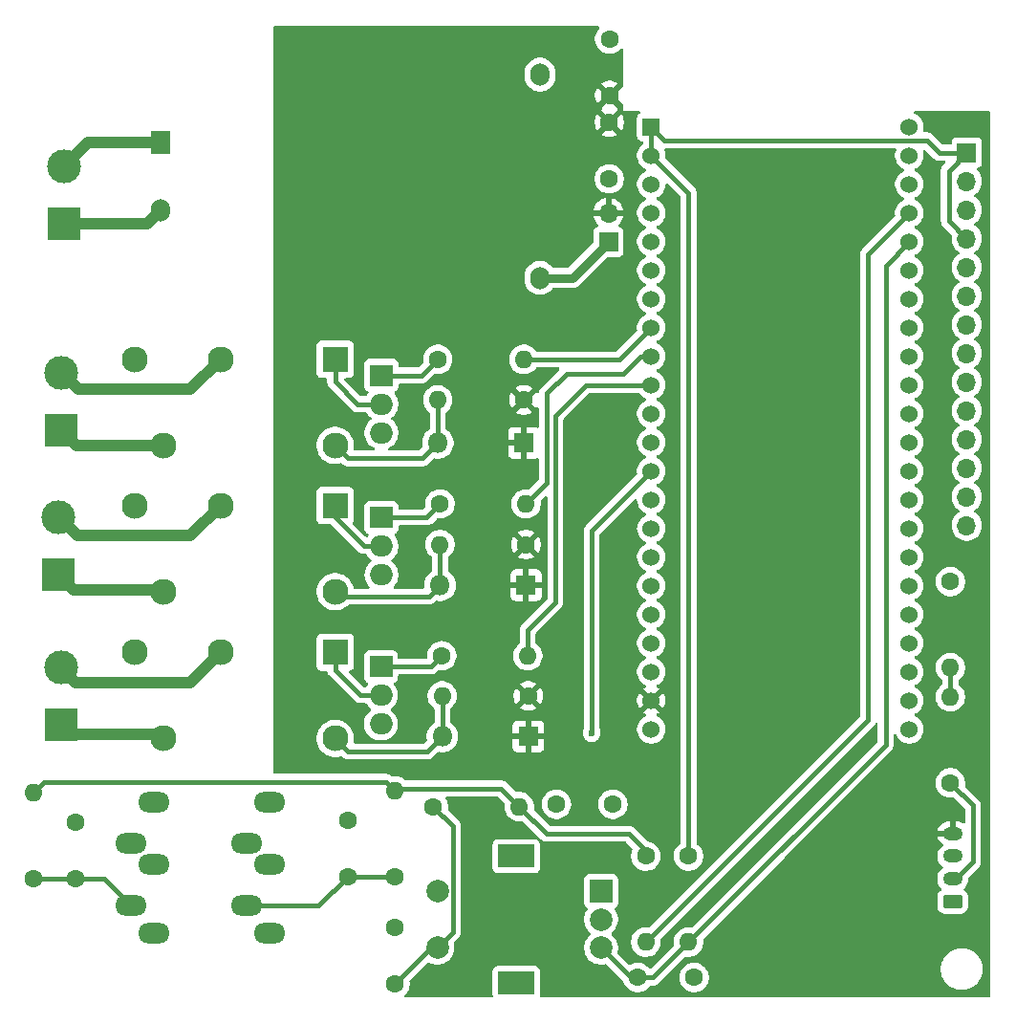
<source format=gbr>
%TF.GenerationSoftware,KiCad,Pcbnew,9.0.0*%
%TF.CreationDate,2025-07-02T18:07:02-06:00*%
%TF.ProjectId,CyberSmoker_PCB_v2,43796265-7253-46d6-9f6b-65725f504342,rev?*%
%TF.SameCoordinates,Original*%
%TF.FileFunction,Copper,L1,Top*%
%TF.FilePolarity,Positive*%
%FSLAX46Y46*%
G04 Gerber Fmt 4.6, Leading zero omitted, Abs format (unit mm)*
G04 Created by KiCad (PCBNEW 9.0.0) date 2025-07-02 18:07:02*
%MOMM*%
%LPD*%
G01*
G04 APERTURE LIST*
G04 Aperture macros list*
%AMRoundRect*
0 Rectangle with rounded corners*
0 $1 Rounding radius*
0 $2 $3 $4 $5 $6 $7 $8 $9 X,Y pos of 4 corners*
0 Add a 4 corners polygon primitive as box body*
4,1,4,$2,$3,$4,$5,$6,$7,$8,$9,$2,$3,0*
0 Add four circle primitives for the rounded corners*
1,1,$1+$1,$2,$3*
1,1,$1+$1,$4,$5*
1,1,$1+$1,$6,$7*
1,1,$1+$1,$8,$9*
0 Add four rect primitives between the rounded corners*
20,1,$1+$1,$2,$3,$4,$5,0*
20,1,$1+$1,$4,$5,$6,$7,0*
20,1,$1+$1,$6,$7,$8,$9,0*
20,1,$1+$1,$8,$9,$2,$3,0*%
G04 Aperture macros list end*
%TA.AperFunction,ComponentPad*%
%ADD10C,1.600000*%
%TD*%
%TA.AperFunction,ComponentPad*%
%ADD11R,2.000000X2.000000*%
%TD*%
%TA.AperFunction,ComponentPad*%
%ADD12C,2.000000*%
%TD*%
%TA.AperFunction,ComponentPad*%
%ADD13R,3.200000X2.000000*%
%TD*%
%TA.AperFunction,ComponentPad*%
%ADD14O,1.700000X1.700000*%
%TD*%
%TA.AperFunction,ComponentPad*%
%ADD15R,1.700000X1.700000*%
%TD*%
%TA.AperFunction,ComponentPad*%
%ADD16C,1.530000*%
%TD*%
%TA.AperFunction,ComponentPad*%
%ADD17R,1.530000X1.530000*%
%TD*%
%TA.AperFunction,ComponentPad*%
%ADD18O,1.600000X1.600000*%
%TD*%
%TA.AperFunction,ComponentPad*%
%ADD19R,1.800000X1.800000*%
%TD*%
%TA.AperFunction,ComponentPad*%
%ADD20O,1.800000X1.800000*%
%TD*%
%TA.AperFunction,ComponentPad*%
%ADD21R,3.000000X3.000000*%
%TD*%
%TA.AperFunction,ComponentPad*%
%ADD22C,3.000000*%
%TD*%
%TA.AperFunction,ComponentPad*%
%ADD23R,2.300000X2.300000*%
%TD*%
%TA.AperFunction,ComponentPad*%
%ADD24C,2.300000*%
%TD*%
%TA.AperFunction,ComponentPad*%
%ADD25R,2.000000X1.905000*%
%TD*%
%TA.AperFunction,ComponentPad*%
%ADD26O,2.000000X1.905000*%
%TD*%
%TA.AperFunction,ComponentPad*%
%ADD27O,2.800000X1.800000*%
%TD*%
%TA.AperFunction,ComponentPad*%
%ADD28R,1.700000X2.000000*%
%TD*%
%TA.AperFunction,ComponentPad*%
%ADD29O,1.700000X2.000000*%
%TD*%
%TA.AperFunction,ComponentPad*%
%ADD30O,1.750000X1.200000*%
%TD*%
%TA.AperFunction,ComponentPad*%
%ADD31RoundRect,0.250000X0.625000X-0.350000X0.625000X0.350000X-0.625000X0.350000X-0.625000X-0.350000X0*%
%TD*%
%TA.AperFunction,ViaPad*%
%ADD32C,0.600000*%
%TD*%
%TA.AperFunction,Conductor*%
%ADD33C,0.400000*%
%TD*%
%TA.AperFunction,Conductor*%
%ADD34C,0.800000*%
%TD*%
%TA.AperFunction,Conductor*%
%ADD35C,1.000000*%
%TD*%
G04 APERTURE END LIST*
D10*
%TO.P,C1,2*%
%TO.N,GND*%
X108810000Y-63630000D03*
%TO.P,C1,1*%
%TO.N,+5V*%
X108810000Y-68630000D03*
X108780000Y-71010000D03*
%TD*%
%TO.P,C2,2*%
%TO.N,GND*%
X108780000Y-76010000D03*
%TO.P,C2,1*%
%TO.N,+5V*%
X108780000Y-71010000D03*
%TD*%
D11*
%TO.P,SW1,A,A*%
%TO.N,/rot_encoder_A*%
X108050000Y-139100000D03*
D12*
%TO.P,SW1,B,B*%
%TO.N,/rot_encoder_B*%
X108050000Y-144100000D03*
%TO.P,SW1,C,C*%
%TO.N,GND*%
X108050000Y-141600000D03*
D13*
%TO.P,SW1,MP*%
%TO.N,N/C*%
X100550000Y-147200000D03*
X100550000Y-136000000D03*
D12*
%TO.P,SW1,S1,S1*%
%TO.N,/rot_encoder_SW*%
X93550000Y-144100000D03*
%TO.P,SW1,S2,S2*%
%TO.N,GND*%
X93550000Y-139100000D03*
%TD*%
D14*
%TO.P,J6,2,Pin_2*%
%TO.N,+5V*%
X108700000Y-79045000D03*
D15*
%TO.P,J6,1,Pin_1*%
%TO.N,Net-(J6-Pin_1)*%
X108700000Y-81585000D03*
%TD*%
D14*
%TO.P,U2,14,T_IRQ*%
%TO.N,unconnected-(U2-T_IRQ-Pad14)*%
X140445000Y-106715000D03*
%TO.P,U2,13,T_DO*%
%TO.N,unconnected-(U2-T_DO-Pad13)*%
X140445000Y-104175000D03*
%TO.P,U2,12,T_DIN*%
%TO.N,unconnected-(U2-T_DIN-Pad12)*%
X140445000Y-101635000D03*
%TO.P,U2,11,T_CS*%
%TO.N,unconnected-(U2-T_CS-Pad11)*%
X140445000Y-99095000D03*
%TO.P,U2,10,T_CLK*%
%TO.N,unconnected-(U2-T_CLK-Pad10)*%
X140445000Y-96555000D03*
%TO.P,U2,9,SDO(MISO)*%
%TO.N,unconnected-(U2-SDO(MISO)-Pad9)*%
X140445000Y-94015000D03*
%TO.P,U2,8,LED*%
%TO.N,/LCD_BACKLIGHT*%
X140445000Y-91475000D03*
%TO.P,U2,7,SCK*%
%TO.N,/LCD_SCK*%
X140445000Y-88935000D03*
%TO.P,U2,6,SDI(MOSI)*%
%TO.N,/LCD_MOSI*%
X140445000Y-86395000D03*
%TO.P,U2,5,DC/RS*%
%TO.N,/LCD_DC*%
X140445000Y-83855000D03*
%TO.P,U2,4,RESET*%
%TO.N,+3.3V*%
X140445000Y-81315000D03*
%TO.P,U2,3,CS*%
%TO.N,/LCD_CS*%
X140445000Y-78775000D03*
%TO.P,U2,2,GND*%
%TO.N,GND*%
X140445000Y-76235000D03*
D15*
%TO.P,U2,1,VCC*%
%TO.N,+3.3V*%
X140445000Y-73695000D03*
%TD*%
D16*
%TO.P,U1,J1_21,5V0*%
%TO.N,+5V*%
X112500000Y-122220000D03*
%TO.P,U1,J3_22,GND__3*%
%TO.N,GND*%
X135360000Y-124760000D03*
%TO.P,U1,J3_21,GND__2*%
X135360000Y-122220000D03*
%TO.P,U1,J3_20,USB_D-/GPIO19*%
%TO.N,unconnected-(U1-USB_D-{slash}GPIO19-PadJ3_20)*%
X135360000Y-119680000D03*
%TO.P,U1,J3_19,USB_D+/GPIO20*%
%TO.N,unconnected-(U1-USB_D+{slash}GPIO20-PadJ3_19)*%
X135360000Y-117140000D03*
%TO.P,U1,J3_18,GPIO21*%
%TO.N,unconnected-(U1-GPIO21-PadJ3_18)*%
X135360000Y-114600000D03*
%TO.P,U1,J3_17,GPIO47*%
%TO.N,unconnected-(U1-GPIO47-PadJ3_17)*%
X135360000Y-112060000D03*
%TO.P,U1,J3_16,GPIO48*%
%TO.N,unconnected-(U1-GPIO48-PadJ3_16)*%
X135360000Y-109520000D03*
%TO.P,U1,J3_15,GPIO45*%
%TO.N,unconnected-(U1-GPIO45-PadJ3_15)*%
X135360000Y-106980000D03*
%TO.P,U1,J3_14,GPIO0*%
%TO.N,unconnected-(U1-GPIO0-PadJ3_14)*%
X135360000Y-104440000D03*
%TO.P,U1,J3_13,GPIO35*%
%TO.N,unconnected-(U1-GPIO35-PadJ3_13)*%
X135360000Y-101900000D03*
%TO.P,U1,J3_12,GPIO36*%
%TO.N,unconnected-(U1-GPIO36-PadJ3_12)*%
X135360000Y-99360000D03*
%TO.P,U1,J3_11,GPIO37*%
%TO.N,unconnected-(U1-GPIO37-PadJ3_11)*%
X135360000Y-96820000D03*
%TO.P,U1,J3_10,GPIO38*%
%TO.N,unconnected-(U1-GPIO38-PadJ3_10)*%
X135360000Y-94280000D03*
%TO.P,U1,J3_9,MTCK/GPIO39*%
%TO.N,unconnected-(U1-MTCK{slash}GPIO39-PadJ3_9)*%
X135360000Y-91740000D03*
%TO.P,U1,J3_8,MTDO/GPIO40*%
%TO.N,unconnected-(U1-MTDO{slash}GPIO40-PadJ3_8)*%
X135360000Y-89200000D03*
%TO.P,U1,J3_7,MTDI/GPIO41*%
%TO.N,unconnected-(U1-MTDI{slash}GPIO41-PadJ3_7)*%
X135360000Y-86660000D03*
%TO.P,U1,J3_6,MTMS/GPIO42*%
%TO.N,unconnected-(U1-MTMS{slash}GPIO42-PadJ3_6)*%
X135360000Y-84120000D03*
%TO.P,U1,J3_5,GPIO2*%
%TO.N,/rot_encoder_B*%
X135360000Y-81580000D03*
%TO.P,U1,J3_4,GPIO1*%
%TO.N,/rot_encoder_A*%
X135360000Y-79040000D03*
%TO.P,U1,J3_3,U0RXD/GPIO44*%
%TO.N,unconnected-(U1-U0RXD{slash}GPIO44-PadJ3_3)*%
X135360000Y-76500000D03*
%TO.P,U1,J3_2,U0TXD/GPIO43*%
%TO.N,unconnected-(U1-U0TXD{slash}GPIO43-PadJ3_2)*%
X135360000Y-73960000D03*
%TO.P,U1,J3_1,GND__1*%
%TO.N,GND*%
X135360000Y-71420000D03*
%TO.P,U1,J1_22,GND*%
X112500000Y-124760000D03*
%TO.P,U1,J1_20,GPIO14*%
%TO.N,/LCD_BACKLIGHT*%
X112500000Y-119680000D03*
%TO.P,U1,J1_19,GPIO13*%
%TO.N,unconnected-(U1-GPIO13-PadJ1_19)*%
X112500000Y-117140000D03*
%TO.P,U1,J1_18,GPIO12*%
%TO.N,/LCD_SCK*%
X112500000Y-114600000D03*
%TO.P,U1,J1_17,GPIO11*%
%TO.N,/LCD_MOSI*%
X112500000Y-112060000D03*
%TO.P,U1,J1_16,GPIO10*%
%TO.N,/LCD_CS*%
X112500000Y-109520000D03*
%TO.P,U1,J1_15,GPIO9*%
%TO.N,/LCD_DC*%
X112500000Y-106980000D03*
%TO.P,U1,J1_14,GPIO46*%
%TO.N,unconnected-(U1-GPIO46-PadJ1_14)*%
X112500000Y-104440000D03*
%TO.P,U1,J1_13,GPIO3*%
%TO.N,/rot_encoder_SW*%
X112500000Y-101900000D03*
%TO.P,U1,J1_12,GPIO8*%
%TO.N,unconnected-(U1-GPIO8-PadJ1_12)*%
X112500000Y-99360000D03*
%TO.P,U1,J1_11,GPIO18*%
%TO.N,unconnected-(U1-GPIO18-PadJ1_11)*%
X112500000Y-96820000D03*
%TO.P,U1,J1_10,GPIO17*%
%TO.N,/relay_ctrl_3*%
X112500000Y-94280000D03*
%TO.P,U1,J1_9,GPIO16*%
%TO.N,/relay_ctrl_2*%
X112500000Y-91740000D03*
%TO.P,U1,J1_8,GPIO15*%
%TO.N,/relay_ctrl_1*%
X112500000Y-89200000D03*
%TO.P,U1,J1_7,GPIO7*%
%TO.N,/ECHO*%
X112500000Y-86660000D03*
%TO.P,U1,J1_6,GPIO6*%
%TO.N,/TRIG*%
X112500000Y-84120000D03*
%TO.P,U1,J1_5,GPIO5*%
%TO.N,/adc_meat*%
X112500000Y-81580000D03*
%TO.P,U1,J1_4,GPIO4*%
%TO.N,/adc_ambient*%
X112500000Y-79040000D03*
%TO.P,U1,J1_3,RST*%
%TO.N,unconnected-(U1-RST-PadJ1_3)*%
X112500000Y-76500000D03*
%TO.P,U1,J1_2,3V3__1*%
%TO.N,+3.3V*%
X112500000Y-73960000D03*
D17*
%TO.P,U1,J1_1,3V3*%
X112500000Y-71420000D03*
%TD*%
D18*
%TO.P,R8,2*%
%TO.N,/ECHO*%
X139000000Y-121880000D03*
D10*
%TO.P,R8,1*%
%TO.N,Net-(J5-Pin_2)*%
X139000000Y-129500000D03*
%TD*%
D18*
%TO.P,R5,2*%
%TO.N,/ECHO*%
X139000000Y-119310000D03*
D10*
%TO.P,R5,1*%
%TO.N,GND*%
X139000000Y-111690000D03*
%TD*%
%TO.P,C3,1*%
%TO.N,/rot_encoder_A*%
X109100000Y-131400000D03*
%TO.P,C3,2*%
%TO.N,GND*%
X104100000Y-131400000D03*
%TD*%
D19*
%TO.P,D1,1,K*%
%TO.N,+5V*%
X101210000Y-99400000D03*
D20*
%TO.P,D1,2,A*%
%TO.N,Net-(D1-A)*%
X93590000Y-99400000D03*
%TD*%
D21*
%TO.P,J1,1,Pin_1*%
%TO.N,/HV_N*%
X60500000Y-80000000D03*
D22*
%TO.P,J1,2,Pin_2*%
%TO.N,/HV_L*%
X60500000Y-74920000D03*
%TD*%
D23*
%TO.P,K1,1*%
%TO.N,Net-(Q1-D)*%
X84500000Y-92000000D03*
D24*
%TO.P,K1,2*%
%TO.N,/HV_R1_N*%
X74340000Y-92000000D03*
%TO.P,K1,3*%
%TO.N,unconnected-(K1-Pad3)*%
X66720000Y-92000000D03*
%TO.P,K1,4*%
%TO.N,/HV_R1_L*%
X69260000Y-99620000D03*
%TO.P,K1,5*%
%TO.N,Net-(D1-A)*%
X84500000Y-99620000D03*
%TD*%
D21*
%TO.P,J3,1,Pin_1*%
%TO.N,/HV_R2_L*%
X60000000Y-111040000D03*
D22*
%TO.P,J3,2,Pin_2*%
%TO.N,/HV_R2_N*%
X60000000Y-105960000D03*
%TD*%
D25*
%TO.P,Q2,1,G*%
%TO.N,Net-(Q2-G)*%
X88600000Y-106000000D03*
D26*
%TO.P,Q2,2,D*%
%TO.N,Net-(Q2-D)*%
X88600000Y-108540000D03*
%TO.P,Q2,3,S*%
%TO.N,GND*%
X88600000Y-111080000D03*
%TD*%
D23*
%TO.P,K2,1*%
%TO.N,Net-(Q2-D)*%
X84500000Y-104950000D03*
D24*
%TO.P,K2,2*%
%TO.N,/HV_R2_N*%
X74340000Y-104950000D03*
%TO.P,K2,3*%
%TO.N,unconnected-(K2-Pad3)*%
X66720000Y-104950000D03*
%TO.P,K2,4*%
%TO.N,/HV_R2_L*%
X69260000Y-112570000D03*
%TO.P,K2,5*%
%TO.N,Net-(D2-A)*%
X84500000Y-112570000D03*
%TD*%
D27*
%TO.P,AUX1,R*%
%TO.N,GND*%
X66400000Y-134900000D03*
%TO.P,AUX1,RN*%
%TO.N,unconnected-(AUX1-PadRN)*%
X68400000Y-136700000D03*
%TO.P,AUX1,S*%
%TO.N,unconnected-(AUX1-PadS)*%
X68400000Y-142800000D03*
%TO.P,AUX1,T*%
%TO.N,/adc_ambient*%
X66400000Y-140400000D03*
%TO.P,AUX1,TN*%
%TO.N,unconnected-(AUX1-PadTN)*%
X68400000Y-131200000D03*
%TD*%
D10*
%TO.P,R13,1*%
%TO.N,/adc_meat*%
X89800000Y-137810000D03*
D18*
%TO.P,R13,2*%
%TO.N,+3.3V*%
X89800000Y-130190000D03*
%TD*%
D21*
%TO.P,J4,1,Pin_1*%
%TO.N,/HV_R3_L*%
X60200000Y-124400000D03*
D22*
%TO.P,J4,2,Pin_2*%
%TO.N,/HV_R3_N*%
X60200000Y-119320000D03*
%TD*%
D10*
%TO.P,R3,1*%
%TO.N,Net-(Q2-G)*%
X93790000Y-104800000D03*
D18*
%TO.P,R3,2*%
%TO.N,/relay_ctrl_2*%
X101410000Y-104800000D03*
%TD*%
D25*
%TO.P,Q1,1,G*%
%TO.N,Net-(Q1-G)*%
X88600000Y-93420000D03*
D26*
%TO.P,Q1,2,D*%
%TO.N,Net-(Q1-D)*%
X88600000Y-95960000D03*
%TO.P,Q1,3,S*%
%TO.N,GND*%
X88600000Y-98500000D03*
%TD*%
D10*
%TO.P,R10,1*%
%TO.N,+3.3V*%
X112000000Y-135990000D03*
D18*
%TO.P,R10,2*%
%TO.N,/rot_encoder_A*%
X112000000Y-143610000D03*
%TD*%
D10*
%TO.P,R4,1*%
%TO.N,+5V*%
X101410000Y-108400000D03*
D18*
%TO.P,R4,2*%
%TO.N,Net-(D2-A)*%
X93790000Y-108400000D03*
%TD*%
D10*
%TO.P,C4,1*%
%TO.N,/adc_ambient*%
X61500000Y-138000000D03*
%TO.P,C4,2*%
%TO.N,GND*%
X61500000Y-133000000D03*
%TD*%
D25*
%TO.P,Q3,1,G*%
%TO.N,Net-(Q3-G)*%
X88555000Y-119200000D03*
D26*
%TO.P,Q3,2,D*%
%TO.N,Net-(Q3-D)*%
X88555000Y-121740000D03*
%TO.P,Q3,3,S*%
%TO.N,GND*%
X88555000Y-124280000D03*
%TD*%
D10*
%TO.P,R9,1*%
%TO.N,/rot_encoder_SW*%
X93190000Y-131600000D03*
D18*
%TO.P,R9,2*%
%TO.N,+3.3V*%
X100810000Y-131600000D03*
%TD*%
D27*
%TO.P,AUX2,R*%
%TO.N,GND*%
X76650000Y-134900000D03*
%TO.P,AUX2,RN*%
%TO.N,unconnected-(AUX2-PadRN)*%
X78650000Y-136700000D03*
%TO.P,AUX2,S*%
%TO.N,unconnected-(AUX2-PadS)*%
X78650000Y-142800000D03*
%TO.P,AUX2,T*%
%TO.N,/adc_meat*%
X76650000Y-140400000D03*
%TO.P,AUX2,TN*%
%TO.N,unconnected-(AUX2-PadTN)*%
X78650000Y-131200000D03*
%TD*%
D21*
%TO.P,J2,1,Pin_1*%
%TO.N,/HV_R1_L*%
X60250000Y-98250000D03*
D22*
%TO.P,J2,2,Pin_2*%
%TO.N,/HV_R1_N*%
X60250000Y-93170000D03*
%TD*%
D10*
%TO.P,C7,1*%
%TO.N,/rot_encoder_B*%
X111300000Y-146750000D03*
%TO.P,C7,2*%
%TO.N,GND*%
X116300000Y-146750000D03*
%TD*%
%TO.P,C6,1*%
%TO.N,/rot_encoder_SW*%
X89800000Y-147300000D03*
%TO.P,C6,2*%
%TO.N,GND*%
X89800000Y-142300000D03*
%TD*%
%TO.P,R1,1*%
%TO.N,Net-(Q1-G)*%
X93590000Y-92000000D03*
D18*
%TO.P,R1,2*%
%TO.N,/relay_ctrl_1*%
X101210000Y-92000000D03*
%TD*%
D19*
%TO.P,D3,1,K*%
%TO.N,+5V*%
X101610000Y-125400000D03*
D20*
%TO.P,D3,2,A*%
%TO.N,Net-(D3-A)*%
X93990000Y-125400000D03*
%TD*%
D23*
%TO.P,K3,1*%
%TO.N,Net-(Q3-D)*%
X84500000Y-117950000D03*
D24*
%TO.P,K3,2*%
%TO.N,/HV_R3_N*%
X74340000Y-117950000D03*
%TO.P,K3,3*%
%TO.N,unconnected-(K3-Pad3)*%
X66720000Y-117950000D03*
%TO.P,K3,4*%
%TO.N,/HV_R3_L*%
X69260000Y-125570000D03*
%TO.P,K3,5*%
%TO.N,Net-(D3-A)*%
X84500000Y-125570000D03*
%TD*%
D10*
%TO.P,R11,1*%
%TO.N,+3.3V*%
X115800000Y-135990000D03*
D18*
%TO.P,R11,2*%
%TO.N,/rot_encoder_B*%
X115800000Y-143610000D03*
%TD*%
D28*
%TO.P,PS1,1,AC/L*%
%TO.N,/HV_L*%
X69037500Y-72787500D03*
D29*
%TO.P,PS1,2,AC/N*%
%TO.N,/HV_N*%
X69037500Y-78787500D03*
%TO.P,PS1,3,-Vout*%
%TO.N,GND*%
X102637500Y-66787500D03*
%TO.P,PS1,4,+Vout*%
%TO.N,Net-(J6-Pin_1)*%
X102637500Y-84787500D03*
%TD*%
D10*
%TO.P,R2,1*%
%TO.N,+5V*%
X101210000Y-95600000D03*
D18*
%TO.P,R2,2*%
%TO.N,Net-(D1-A)*%
X93590000Y-95600000D03*
%TD*%
D10*
%TO.P,C5,1*%
%TO.N,/adc_meat*%
X85600000Y-137800000D03*
%TO.P,C5,2*%
%TO.N,GND*%
X85600000Y-132800000D03*
%TD*%
D30*
%TO.P,J5,4,Pin_4*%
%TO.N,+5V*%
X139200000Y-134000000D03*
D31*
%TO.P,J5,1,Pin_1*%
%TO.N,GND*%
X139200000Y-140000000D03*
D30*
%TO.P,J5,2,Pin_2*%
%TO.N,Net-(J5-Pin_2)*%
X139200000Y-138000000D03*
%TO.P,J5,3,Pin_3*%
%TO.N,/TRIG*%
X139200000Y-136000000D03*
%TD*%
D19*
%TO.P,D2,1,K*%
%TO.N,+5V*%
X101410000Y-112000000D03*
D20*
%TO.P,D2,2,A*%
%TO.N,Net-(D2-A)*%
X93790000Y-112000000D03*
%TD*%
D10*
%TO.P,R12,1*%
%TO.N,/adc_ambient*%
X57750000Y-138010000D03*
D18*
%TO.P,R12,2*%
%TO.N,+3.3V*%
X57750000Y-130390000D03*
%TD*%
D10*
%TO.P,R6,1*%
%TO.N,Net-(Q3-G)*%
X93940000Y-118250000D03*
D18*
%TO.P,R6,2*%
%TO.N,/relay_ctrl_3*%
X101560000Y-118250000D03*
%TD*%
D10*
%TO.P,R7,1*%
%TO.N,+5V*%
X101600000Y-121800000D03*
D18*
%TO.P,R7,2*%
%TO.N,Net-(D3-A)*%
X93980000Y-121800000D03*
%TD*%
D32*
%TO.N,/rot_encoder_SW*%
X107212500Y-125087500D03*
%TD*%
D33*
%TO.N,+3.3V*%
X138840000Y-75300000D02*
X140445000Y-73695000D01*
X138840000Y-79710000D02*
X138840000Y-75300000D01*
X140445000Y-81315000D02*
X138840000Y-79710000D01*
D34*
%TO.N,Net-(J6-Pin_1)*%
X105497500Y-84787500D02*
X108700000Y-81585000D01*
X102637500Y-84787500D02*
X105497500Y-84787500D01*
D33*
%TO.N,/adc_meat*%
X85600000Y-137800000D02*
X86300000Y-137800000D01*
X76650000Y-140400000D02*
X83000000Y-140400000D01*
X86300000Y-137800000D02*
X86310000Y-137810000D01*
X83000000Y-140400000D02*
X85600000Y-137800000D01*
X86310000Y-137810000D02*
X89800000Y-137810000D01*
%TO.N,/adc_ambient*%
X64000000Y-138000000D02*
X66400000Y-140400000D01*
X57750000Y-138010000D02*
X61490000Y-138010000D01*
X61500000Y-138000000D02*
X64000000Y-138000000D01*
X61490000Y-138010000D02*
X61500000Y-138000000D01*
%TO.N,/rot_encoder_A*%
X131700000Y-123910000D02*
X131700000Y-82700000D01*
X112000000Y-143610000D02*
X131700000Y-123910000D01*
X131700000Y-82700000D02*
X135360000Y-79040000D01*
%TO.N,/rot_encoder_B*%
X108050000Y-144100000D02*
X110700000Y-146750000D01*
X133250000Y-83690000D02*
X135360000Y-81580000D01*
X115800000Y-143610000D02*
X133250000Y-126160000D01*
X110700000Y-146750000D02*
X111300000Y-146750000D01*
X111300000Y-146750000D02*
X112660000Y-146750000D01*
X112660000Y-146750000D02*
X115800000Y-143610000D01*
X133250000Y-126160000D02*
X133250000Y-83690000D01*
%TO.N,/rot_encoder_SW*%
X107212500Y-125087500D02*
X107225000Y-125075000D01*
X94951000Y-133361000D02*
X93190000Y-131600000D01*
X107225000Y-107175000D02*
X112500000Y-101900000D01*
X93000000Y-144100000D02*
X93550000Y-144100000D01*
X89800000Y-147300000D02*
X93000000Y-144100000D01*
X94951000Y-142699000D02*
X94951000Y-133361000D01*
X93550000Y-144100000D02*
X94951000Y-142699000D01*
X107225000Y-125075000D02*
X107225000Y-107175000D01*
%TO.N,Net-(D3-A)*%
X93990000Y-121810000D02*
X93980000Y-121800000D01*
X85650000Y-126720000D02*
X92670000Y-126720000D01*
X93990000Y-125400000D02*
X93990000Y-121810000D01*
X84500000Y-125570000D02*
X85650000Y-126720000D01*
X92670000Y-126720000D02*
X93990000Y-125400000D01*
%TO.N,Net-(D1-A)*%
X93590000Y-99400000D02*
X93590000Y-95600000D01*
X85650000Y-100770000D02*
X92220000Y-100770000D01*
X92220000Y-100770000D02*
X93590000Y-99400000D01*
X84500000Y-99620000D02*
X85650000Y-100770000D01*
%TO.N,Net-(D2-A)*%
X92790000Y-113000000D02*
X93790000Y-112000000D01*
X93790000Y-112000000D02*
X93790000Y-108400000D01*
X84930000Y-113000000D02*
X92790000Y-113000000D01*
X84500000Y-112570000D02*
X84930000Y-113000000D01*
%TO.N,Net-(Q1-D)*%
X86460000Y-95960000D02*
X88600000Y-95960000D01*
X84500000Y-92000000D02*
X84500000Y-94000000D01*
X84500000Y-94000000D02*
X86460000Y-95960000D01*
%TO.N,Net-(Q2-D)*%
X84500000Y-104950000D02*
X84500000Y-106000000D01*
X84500000Y-106000000D02*
X87040000Y-108540000D01*
X87040000Y-108540000D02*
X88600000Y-108540000D01*
%TO.N,Net-(Q3-D)*%
X84500000Y-119500000D02*
X86740000Y-121740000D01*
X84500000Y-117950000D02*
X84500000Y-119500000D01*
X86740000Y-121740000D02*
X88555000Y-121740000D01*
%TO.N,Net-(Q1-G)*%
X88600000Y-93420000D02*
X92170000Y-93420000D01*
X92170000Y-93420000D02*
X93590000Y-92000000D01*
%TO.N,Net-(Q2-G)*%
X88600000Y-106000000D02*
X92590000Y-106000000D01*
X92590000Y-106000000D02*
X93790000Y-104800000D01*
%TO.N,Net-(Q3-G)*%
X88555000Y-119200000D02*
X92990000Y-119200000D01*
X92990000Y-119200000D02*
X93940000Y-118250000D01*
%TO.N,/relay_ctrl_1*%
X109700000Y-92000000D02*
X112500000Y-89200000D01*
X101210000Y-92000000D02*
X109700000Y-92000000D01*
%TO.N,/relay_ctrl_2*%
X110000000Y-93250000D02*
X111510000Y-91740000D01*
X105000000Y-93250000D02*
X110000000Y-93250000D01*
X101410000Y-104800000D02*
X103250000Y-102960000D01*
X111510000Y-91740000D02*
X112500000Y-91740000D01*
X103250000Y-95000000D02*
X105000000Y-93250000D01*
X103250000Y-102960000D02*
X103250000Y-95000000D01*
%TO.N,/relay_ctrl_3*%
X101560000Y-115940000D02*
X104000000Y-113500000D01*
X104000000Y-97000000D02*
X106720000Y-94280000D01*
X104000000Y-113500000D02*
X104000000Y-97000000D01*
X106720000Y-94280000D02*
X112500000Y-94280000D01*
X101560000Y-118250000D02*
X101560000Y-115940000D01*
%TO.N,+3.3V*%
X89010000Y-129400000D02*
X89800000Y-130190000D01*
X137995000Y-73695000D02*
X136900000Y-72600000D01*
X89990000Y-130000000D02*
X99210000Y-130000000D01*
X99210000Y-130000000D02*
X100810000Y-131600000D01*
X115800000Y-77260000D02*
X115800000Y-135990000D01*
X100810000Y-131600000D02*
X103210000Y-134000000D01*
X89800000Y-130190000D02*
X89990000Y-130000000D01*
X57750000Y-130390000D02*
X58740000Y-129400000D01*
X103210000Y-134000000D02*
X110505000Y-134000000D01*
X112500000Y-71420000D02*
X113680000Y-72600000D01*
X112000000Y-135495000D02*
X112000000Y-135990000D01*
X140445000Y-73695000D02*
X137995000Y-73695000D01*
X58740000Y-129400000D02*
X89010000Y-129400000D01*
X112500000Y-73960000D02*
X115800000Y-77260000D01*
X110505000Y-134000000D02*
X112000000Y-135495000D01*
X113680000Y-72600000D02*
X136900000Y-72600000D01*
X112500000Y-73960000D02*
X112500000Y-71420000D01*
D35*
%TO.N,/HV_R1_L*%
X60250000Y-98250000D02*
X61600000Y-99600000D01*
X69240000Y-99600000D02*
X69260000Y-99620000D01*
X61600000Y-99600000D02*
X69240000Y-99600000D01*
%TO.N,/HV_R1_N*%
X60250000Y-93170000D02*
X61750000Y-94670000D01*
X71670000Y-94670000D02*
X74340000Y-92000000D01*
X61750000Y-94670000D02*
X71670000Y-94670000D01*
%TO.N,/HV_R2_L*%
X61360000Y-112400000D02*
X69090000Y-112400000D01*
X69090000Y-112400000D02*
X69260000Y-112570000D01*
X60000000Y-111040000D02*
X61360000Y-112400000D01*
%TO.N,/HV_R2_N*%
X60000000Y-105960000D02*
X61641000Y-107601000D01*
X71689000Y-107601000D02*
X74340000Y-104950000D01*
X61641000Y-107601000D02*
X71689000Y-107601000D01*
%TO.N,/HV_R3_N*%
X71690000Y-120600000D02*
X74340000Y-117950000D01*
X61480000Y-120600000D02*
X71690000Y-120600000D01*
X60200000Y-119320000D02*
X61480000Y-120600000D01*
%TO.N,/HV_R3_L*%
X68890000Y-125200000D02*
X69260000Y-125570000D01*
X60200000Y-124400000D02*
X61000000Y-125200000D01*
X61000000Y-125200000D02*
X68890000Y-125200000D01*
%TO.N,/HV_N*%
X60500000Y-80000000D02*
X67825000Y-80000000D01*
X67825000Y-80000000D02*
X69037500Y-78787500D01*
%TO.N,/HV_L*%
X69025000Y-72800000D02*
X69037500Y-72787500D01*
X62620000Y-72800000D02*
X69025000Y-72800000D01*
X60500000Y-74920000D02*
X62620000Y-72800000D01*
D33*
%TO.N,/ECHO*%
X139000000Y-121880000D02*
X139000000Y-119310000D01*
%TO.N,Net-(J5-Pin_2)*%
X141000000Y-136500000D02*
X141000000Y-131500000D01*
X141000000Y-131500000D02*
X139000000Y-129500000D01*
X139500000Y-138000000D02*
X141000000Y-136500000D01*
X139200000Y-138000000D02*
X139500000Y-138000000D01*
%TD*%
%TA.AperFunction,Conductor*%
%TO.N,+5V*%
G36*
X107867992Y-62520185D02*
G01*
X107913747Y-62572989D01*
X107923691Y-62642147D01*
X107894666Y-62705703D01*
X107888634Y-62712181D01*
X107818032Y-62782782D01*
X107818028Y-62782786D01*
X107697715Y-62948386D01*
X107604781Y-63130776D01*
X107541522Y-63325465D01*
X107509500Y-63527648D01*
X107509500Y-63732351D01*
X107541522Y-63934534D01*
X107604781Y-64129223D01*
X107697715Y-64311613D01*
X107818028Y-64477213D01*
X107962786Y-64621971D01*
X108117749Y-64734556D01*
X108128390Y-64742287D01*
X108244607Y-64801503D01*
X108310776Y-64835218D01*
X108310778Y-64835218D01*
X108310781Y-64835220D01*
X108415137Y-64869127D01*
X108505465Y-64898477D01*
X108606557Y-64914488D01*
X108707648Y-64930500D01*
X108707649Y-64930500D01*
X108912351Y-64930500D01*
X108912352Y-64930500D01*
X109114534Y-64898477D01*
X109309219Y-64835220D01*
X109491610Y-64742287D01*
X109584590Y-64674732D01*
X109657213Y-64621971D01*
X109657215Y-64621968D01*
X109657219Y-64621966D01*
X109788319Y-64490866D01*
X109849642Y-64457381D01*
X109919334Y-64462365D01*
X109975267Y-64504237D01*
X109999684Y-64569701D01*
X110000000Y-64578547D01*
X110000000Y-67778632D01*
X109980315Y-67845671D01*
X109927511Y-67891426D01*
X109896674Y-67896876D01*
X109210000Y-68583551D01*
X109210000Y-68577339D01*
X109182741Y-68475606D01*
X109130080Y-68384394D01*
X109055606Y-68309920D01*
X108964394Y-68257259D01*
X108862661Y-68230000D01*
X108856446Y-68230000D01*
X109535922Y-67550524D01*
X109535921Y-67550523D01*
X109491359Y-67518147D01*
X109491350Y-67518141D01*
X109309031Y-67425244D01*
X109114417Y-67362009D01*
X108912317Y-67330000D01*
X108707683Y-67330000D01*
X108505582Y-67362009D01*
X108310968Y-67425244D01*
X108128644Y-67518143D01*
X108084077Y-67550523D01*
X108084077Y-67550524D01*
X108763554Y-68230000D01*
X108757339Y-68230000D01*
X108655606Y-68257259D01*
X108564394Y-68309920D01*
X108489920Y-68384394D01*
X108437259Y-68475606D01*
X108410000Y-68577339D01*
X108410000Y-68583553D01*
X107730524Y-67904077D01*
X107730523Y-67904077D01*
X107698143Y-67948644D01*
X107605244Y-68130968D01*
X107542009Y-68325582D01*
X107510000Y-68527682D01*
X107510000Y-68732317D01*
X107542009Y-68934417D01*
X107605244Y-69129031D01*
X107698141Y-69311350D01*
X107698147Y-69311359D01*
X107730523Y-69355921D01*
X107730524Y-69355922D01*
X108410000Y-68676446D01*
X108410000Y-68682661D01*
X108437259Y-68784394D01*
X108489920Y-68875606D01*
X108564394Y-68950080D01*
X108655606Y-69002741D01*
X108757339Y-69030000D01*
X108763553Y-69030000D01*
X108084076Y-69709474D01*
X108084124Y-69710078D01*
X108125791Y-69764112D01*
X108131770Y-69833725D01*
X108121169Y-69864516D01*
X108076828Y-69953275D01*
X108733554Y-70610000D01*
X108727339Y-70610000D01*
X108625606Y-70637259D01*
X108534394Y-70689920D01*
X108459920Y-70764394D01*
X108407259Y-70855606D01*
X108380000Y-70957339D01*
X108380000Y-70963553D01*
X107700524Y-70284077D01*
X107700523Y-70284077D01*
X107668143Y-70328644D01*
X107575244Y-70510968D01*
X107512009Y-70705582D01*
X107480000Y-70907682D01*
X107480000Y-71112317D01*
X107512009Y-71314417D01*
X107575244Y-71509031D01*
X107668141Y-71691350D01*
X107668147Y-71691359D01*
X107700523Y-71735921D01*
X107700524Y-71735922D01*
X108380000Y-71056446D01*
X108380000Y-71062661D01*
X108407259Y-71164394D01*
X108459920Y-71255606D01*
X108534394Y-71330080D01*
X108625606Y-71382741D01*
X108727339Y-71410000D01*
X108733553Y-71410000D01*
X108054076Y-72089474D01*
X108098650Y-72121859D01*
X108280968Y-72214755D01*
X108475582Y-72277990D01*
X108677683Y-72310000D01*
X108882317Y-72310000D01*
X109084417Y-72277990D01*
X109279031Y-72214755D01*
X109461349Y-72121859D01*
X109505921Y-72089474D01*
X108826447Y-71410000D01*
X108832661Y-71410000D01*
X108934394Y-71382741D01*
X109025606Y-71330080D01*
X109100080Y-71255606D01*
X109152741Y-71164394D01*
X109180000Y-71062661D01*
X109180000Y-71056447D01*
X109859474Y-71735921D01*
X109891859Y-71691349D01*
X109984755Y-71509031D01*
X110047990Y-71314417D01*
X110080000Y-71112317D01*
X110080000Y-70907682D01*
X110047990Y-70705582D01*
X109984755Y-70510968D01*
X109891859Y-70328650D01*
X109859474Y-70284077D01*
X109859474Y-70284076D01*
X109180000Y-70963551D01*
X109180000Y-70957339D01*
X109152741Y-70855606D01*
X109100080Y-70764394D01*
X109025606Y-70689920D01*
X108934394Y-70637259D01*
X108832661Y-70610000D01*
X108826446Y-70610000D01*
X109505922Y-69930524D01*
X109505874Y-69929918D01*
X109464209Y-69875885D01*
X109458230Y-69806271D01*
X109490836Y-69744476D01*
X109506874Y-69730580D01*
X109535921Y-69709475D01*
X109535921Y-69709474D01*
X108856447Y-69030000D01*
X108862661Y-69030000D01*
X108964394Y-69002741D01*
X109055606Y-68950080D01*
X109130080Y-68875606D01*
X109182741Y-68784394D01*
X109210000Y-68682661D01*
X109210000Y-68676448D01*
X109897956Y-69364404D01*
X109934648Y-69372112D01*
X109984405Y-69421163D01*
X110000000Y-69481366D01*
X110000000Y-70000000D01*
X111402244Y-70000000D01*
X111469283Y-70019685D01*
X111515038Y-70072489D01*
X111524982Y-70141647D01*
X111495957Y-70205203D01*
X111476555Y-70223266D01*
X111377455Y-70297452D01*
X111377452Y-70297455D01*
X111291206Y-70412664D01*
X111291202Y-70412671D01*
X111240908Y-70547517D01*
X111235741Y-70595580D01*
X111234501Y-70607123D01*
X111234500Y-70607135D01*
X111234500Y-72232870D01*
X111234501Y-72232876D01*
X111240908Y-72292483D01*
X111291202Y-72427328D01*
X111291206Y-72427335D01*
X111377452Y-72542544D01*
X111377455Y-72542547D01*
X111492664Y-72628793D01*
X111492671Y-72628797D01*
X111627516Y-72679091D01*
X111688757Y-72685676D01*
X111690875Y-72686553D01*
X111693147Y-72686227D01*
X111723002Y-72699861D01*
X111753308Y-72712415D01*
X111754615Y-72714298D01*
X111756703Y-72715252D01*
X111774445Y-72742859D01*
X111793155Y-72769808D01*
X111793624Y-72772702D01*
X111794477Y-72774030D01*
X111799500Y-72808965D01*
X111799500Y-72841517D01*
X111779815Y-72908556D01*
X111748387Y-72941834D01*
X111675582Y-72994730D01*
X111534733Y-73135579D01*
X111534733Y-73135580D01*
X111534731Y-73135582D01*
X111484447Y-73204790D01*
X111417647Y-73296733D01*
X111327213Y-73474219D01*
X111265661Y-73663656D01*
X111265661Y-73663659D01*
X111234500Y-73860403D01*
X111234500Y-74059596D01*
X111265661Y-74256340D01*
X111265661Y-74256343D01*
X111327213Y-74445780D01*
X111373767Y-74537147D01*
X111417647Y-74623266D01*
X111534731Y-74784418D01*
X111675582Y-74925269D01*
X111836734Y-75042353D01*
X111906453Y-75077877D01*
X111988172Y-75119515D01*
X112038968Y-75167490D01*
X112055763Y-75235311D01*
X112033225Y-75301446D01*
X111988172Y-75340485D01*
X111836733Y-75417647D01*
X111744790Y-75484447D01*
X111675582Y-75534731D01*
X111675580Y-75534733D01*
X111675579Y-75534733D01*
X111534733Y-75675579D01*
X111534733Y-75675580D01*
X111534731Y-75675582D01*
X111484447Y-75744790D01*
X111417647Y-75836733D01*
X111327213Y-76014219D01*
X111265661Y-76203656D01*
X111265661Y-76203659D01*
X111234500Y-76400403D01*
X111234500Y-76599596D01*
X111265661Y-76796340D01*
X111265661Y-76796343D01*
X111327213Y-76985780D01*
X111335463Y-77001971D01*
X111417647Y-77163266D01*
X111534731Y-77324418D01*
X111675582Y-77465269D01*
X111836734Y-77582353D01*
X111901761Y-77615486D01*
X111988172Y-77659515D01*
X112038968Y-77707490D01*
X112055763Y-77775311D01*
X112033225Y-77841446D01*
X111988172Y-77880485D01*
X111836733Y-77957647D01*
X111744790Y-78024447D01*
X111675582Y-78074731D01*
X111675580Y-78074733D01*
X111675579Y-78074733D01*
X111534733Y-78215579D01*
X111534733Y-78215580D01*
X111534731Y-78215582D01*
X111484447Y-78284790D01*
X111417647Y-78376733D01*
X111327213Y-78554219D01*
X111265661Y-78743656D01*
X111265661Y-78743659D01*
X111234500Y-78940403D01*
X111234500Y-79139596D01*
X111265661Y-79336340D01*
X111265661Y-79336343D01*
X111327213Y-79525780D01*
X111385924Y-79641006D01*
X111417647Y-79703266D01*
X111534731Y-79864418D01*
X111675582Y-80005269D01*
X111836734Y-80122353D01*
X111860892Y-80134662D01*
X111988172Y-80199515D01*
X112038968Y-80247490D01*
X112055763Y-80315311D01*
X112033225Y-80381446D01*
X111988172Y-80420485D01*
X111836733Y-80497647D01*
X111744790Y-80564447D01*
X111675582Y-80614731D01*
X111675580Y-80614733D01*
X111675579Y-80614733D01*
X111534733Y-80755579D01*
X111534733Y-80755580D01*
X111534731Y-80755582D01*
X111484447Y-80824790D01*
X111417647Y-80916733D01*
X111327213Y-81094219D01*
X111265661Y-81283656D01*
X111265661Y-81283659D01*
X111234500Y-81480403D01*
X111234500Y-81679596D01*
X111265661Y-81876340D01*
X111265661Y-81876343D01*
X111327213Y-82065780D01*
X111327215Y-82065783D01*
X111417647Y-82243266D01*
X111534731Y-82404418D01*
X111675582Y-82545269D01*
X111836734Y-82662353D01*
X111866138Y-82677335D01*
X111988172Y-82739515D01*
X112038968Y-82787490D01*
X112055763Y-82855311D01*
X112033225Y-82921446D01*
X111988172Y-82960485D01*
X111836733Y-83037647D01*
X111744790Y-83104447D01*
X111675582Y-83154731D01*
X111675580Y-83154733D01*
X111675579Y-83154733D01*
X111534733Y-83295579D01*
X111534733Y-83295580D01*
X111534731Y-83295582D01*
X111489244Y-83358189D01*
X111417647Y-83456733D01*
X111327213Y-83634219D01*
X111265661Y-83823656D01*
X111265661Y-83823659D01*
X111234500Y-84020403D01*
X111234500Y-84219596D01*
X111265661Y-84416340D01*
X111265661Y-84416343D01*
X111327213Y-84605780D01*
X111327215Y-84605783D01*
X111417647Y-84783266D01*
X111534731Y-84944418D01*
X111675582Y-85085269D01*
X111836734Y-85202353D01*
X111901757Y-85235484D01*
X111988172Y-85279515D01*
X112038968Y-85327490D01*
X112055763Y-85395311D01*
X112033225Y-85461446D01*
X111988172Y-85500485D01*
X111836733Y-85577647D01*
X111825907Y-85585513D01*
X111675582Y-85694731D01*
X111675580Y-85694733D01*
X111675579Y-85694733D01*
X111534733Y-85835579D01*
X111534733Y-85835580D01*
X111534731Y-85835582D01*
X111484447Y-85904790D01*
X111417647Y-85996733D01*
X111327213Y-86174219D01*
X111265661Y-86363656D01*
X111265661Y-86363659D01*
X111234500Y-86560403D01*
X111234500Y-86759596D01*
X111265661Y-86956340D01*
X111265661Y-86956343D01*
X111327213Y-87145780D01*
X111327215Y-87145783D01*
X111417647Y-87323266D01*
X111534731Y-87484418D01*
X111675582Y-87625269D01*
X111836734Y-87742353D01*
X111901757Y-87775484D01*
X111988172Y-87819515D01*
X112038968Y-87867490D01*
X112055763Y-87935311D01*
X112033225Y-88001446D01*
X111988172Y-88040485D01*
X111836733Y-88117647D01*
X111744790Y-88184447D01*
X111675582Y-88234731D01*
X111675580Y-88234733D01*
X111675579Y-88234733D01*
X111534733Y-88375579D01*
X111534733Y-88375580D01*
X111534731Y-88375582D01*
X111484447Y-88444790D01*
X111417647Y-88536733D01*
X111327213Y-88714219D01*
X111265661Y-88903656D01*
X111265661Y-88903659D01*
X111234500Y-89100403D01*
X111234500Y-89299602D01*
X111248577Y-89388478D01*
X111239623Y-89457771D01*
X111213785Y-89495557D01*
X109446162Y-91263181D01*
X109384839Y-91296666D01*
X109358481Y-91299500D01*
X102371744Y-91299500D01*
X102304705Y-91279815D01*
X102271425Y-91248384D01*
X102201969Y-91152784D01*
X102057213Y-91008028D01*
X101891613Y-90887715D01*
X101891612Y-90887714D01*
X101891610Y-90887713D01*
X101834653Y-90858691D01*
X101709223Y-90794781D01*
X101514534Y-90731522D01*
X101339995Y-90703878D01*
X101312352Y-90699500D01*
X101107648Y-90699500D01*
X101083329Y-90703351D01*
X100905465Y-90731522D01*
X100710776Y-90794781D01*
X100528386Y-90887715D01*
X100362786Y-91008028D01*
X100218028Y-91152786D01*
X100097715Y-91318386D01*
X100004781Y-91500776D01*
X99941522Y-91695465D01*
X99909500Y-91897648D01*
X99909500Y-92102351D01*
X99941522Y-92304534D01*
X100004781Y-92499223D01*
X100068691Y-92624653D01*
X100093609Y-92673556D01*
X100097715Y-92681613D01*
X100218028Y-92847213D01*
X100362786Y-92991971D01*
X100517749Y-93104556D01*
X100528390Y-93112287D01*
X100644607Y-93171503D01*
X100710776Y-93205218D01*
X100710778Y-93205218D01*
X100710781Y-93205220D01*
X100815137Y-93239127D01*
X100905465Y-93268477D01*
X101006557Y-93284488D01*
X101107648Y-93300500D01*
X101107649Y-93300500D01*
X101312351Y-93300500D01*
X101312352Y-93300500D01*
X101514534Y-93268477D01*
X101709219Y-93205220D01*
X101891610Y-93112287D01*
X101984590Y-93044732D01*
X102057213Y-92991971D01*
X102057215Y-92991968D01*
X102057219Y-92991966D01*
X102201966Y-92847219D01*
X102271425Y-92751615D01*
X102326755Y-92708949D01*
X102371744Y-92700500D01*
X104259481Y-92700500D01*
X104326520Y-92720185D01*
X104372275Y-92772989D01*
X104382219Y-92842147D01*
X104353194Y-92905703D01*
X104347162Y-92912181D01*
X102705888Y-94553453D01*
X102705887Y-94553454D01*
X102629222Y-94668192D01*
X102576421Y-94795667D01*
X102576418Y-94795679D01*
X102557113Y-94892732D01*
X102524728Y-94954643D01*
X102464013Y-94989217D01*
X102394243Y-94985478D01*
X102337571Y-94944611D01*
X102325010Y-94924834D01*
X102321859Y-94918650D01*
X102289474Y-94874077D01*
X102289474Y-94874076D01*
X101610000Y-95553551D01*
X101610000Y-95547339D01*
X101582741Y-95445606D01*
X101530080Y-95354394D01*
X101455606Y-95279920D01*
X101364394Y-95227259D01*
X101262661Y-95200000D01*
X101256446Y-95200000D01*
X101935922Y-94520524D01*
X101935921Y-94520523D01*
X101891359Y-94488147D01*
X101891350Y-94488141D01*
X101709031Y-94395244D01*
X101514417Y-94332009D01*
X101312317Y-94300000D01*
X101107683Y-94300000D01*
X100905582Y-94332009D01*
X100710968Y-94395244D01*
X100528644Y-94488143D01*
X100484077Y-94520523D01*
X100484077Y-94520524D01*
X101163554Y-95200000D01*
X101157339Y-95200000D01*
X101055606Y-95227259D01*
X100964394Y-95279920D01*
X100889920Y-95354394D01*
X100837259Y-95445606D01*
X100810000Y-95547339D01*
X100810000Y-95553553D01*
X100130524Y-94874077D01*
X100130523Y-94874077D01*
X100098143Y-94918644D01*
X100005244Y-95100968D01*
X99942009Y-95295582D01*
X99910000Y-95497682D01*
X99910000Y-95702317D01*
X99942009Y-95904417D01*
X100005244Y-96099031D01*
X100098141Y-96281350D01*
X100098147Y-96281359D01*
X100130523Y-96325921D01*
X100130524Y-96325922D01*
X100810000Y-95646446D01*
X100810000Y-95652661D01*
X100837259Y-95754394D01*
X100889920Y-95845606D01*
X100964394Y-95920080D01*
X101055606Y-95972741D01*
X101157339Y-96000000D01*
X101163553Y-96000000D01*
X100484076Y-96679474D01*
X100528650Y-96711859D01*
X100710968Y-96804755D01*
X100905582Y-96867990D01*
X101107683Y-96900000D01*
X101312317Y-96900000D01*
X101514417Y-96867990D01*
X101709031Y-96804755D01*
X101891349Y-96711859D01*
X101935921Y-96679474D01*
X101256447Y-96000000D01*
X101262661Y-96000000D01*
X101364394Y-95972741D01*
X101455606Y-95920080D01*
X101530080Y-95845606D01*
X101582741Y-95754394D01*
X101610000Y-95652661D01*
X101610000Y-95646447D01*
X102289474Y-96325921D01*
X102324724Y-96277407D01*
X102326482Y-96278684D01*
X102371586Y-96237879D01*
X102440516Y-96226458D01*
X102504678Y-96254115D01*
X102543702Y-96312071D01*
X102549500Y-96349545D01*
X102549500Y-97956706D01*
X102529815Y-98023745D01*
X102477011Y-98069500D01*
X102407853Y-98079444D01*
X102360462Y-98059814D01*
X102359872Y-98060897D01*
X102352086Y-98056645D01*
X102217379Y-98006403D01*
X102217372Y-98006401D01*
X102157844Y-98000000D01*
X101460000Y-98000000D01*
X101460000Y-99024722D01*
X101383694Y-98980667D01*
X101269244Y-98950000D01*
X101150756Y-98950000D01*
X101036306Y-98980667D01*
X100960000Y-99024722D01*
X100960000Y-98000000D01*
X100262155Y-98000000D01*
X100202627Y-98006401D01*
X100202620Y-98006403D01*
X100067913Y-98056645D01*
X100067906Y-98056649D01*
X99952812Y-98142809D01*
X99952809Y-98142812D01*
X99866649Y-98257906D01*
X99866645Y-98257913D01*
X99816403Y-98392620D01*
X99816401Y-98392627D01*
X99810000Y-98452155D01*
X99810000Y-99150000D01*
X100834722Y-99150000D01*
X100790667Y-99226306D01*
X100760000Y-99340756D01*
X100760000Y-99459244D01*
X100790667Y-99573694D01*
X100834722Y-99650000D01*
X99810000Y-99650000D01*
X99810000Y-100347844D01*
X99816401Y-100407372D01*
X99816403Y-100407379D01*
X99866645Y-100542086D01*
X99866649Y-100542093D01*
X99952809Y-100657187D01*
X99952812Y-100657190D01*
X100067906Y-100743350D01*
X100067913Y-100743354D01*
X100202620Y-100793596D01*
X100202627Y-100793598D01*
X100262155Y-100799999D01*
X100262172Y-100800000D01*
X100960000Y-100800000D01*
X100960000Y-99775277D01*
X101036306Y-99819333D01*
X101150756Y-99850000D01*
X101269244Y-99850000D01*
X101383694Y-99819333D01*
X101460000Y-99775277D01*
X101460000Y-100800000D01*
X102157828Y-100800000D01*
X102157844Y-100799999D01*
X102217372Y-100793598D01*
X102217379Y-100793596D01*
X102352086Y-100743354D01*
X102359872Y-100739103D01*
X102360637Y-100740504D01*
X102416645Y-100719610D01*
X102484919Y-100734456D01*
X102534328Y-100783858D01*
X102549500Y-100843293D01*
X102549500Y-102618480D01*
X102529815Y-102685519D01*
X102513181Y-102706161D01*
X101736147Y-103483194D01*
X101674824Y-103516679D01*
X101629068Y-103517986D01*
X101579969Y-103510209D01*
X101512352Y-103499500D01*
X101307648Y-103499500D01*
X101283329Y-103503351D01*
X101105465Y-103531522D01*
X100910776Y-103594781D01*
X100728386Y-103687715D01*
X100562786Y-103808028D01*
X100418028Y-103952786D01*
X100297715Y-104118386D01*
X100204781Y-104300776D01*
X100141522Y-104495465D01*
X100109500Y-104697648D01*
X100109500Y-104902351D01*
X100141522Y-105104534D01*
X100204781Y-105299223D01*
X100247209Y-105382491D01*
X100288456Y-105463443D01*
X100297715Y-105481613D01*
X100418028Y-105647213D01*
X100562786Y-105791971D01*
X100717749Y-105904556D01*
X100728390Y-105912287D01*
X100844607Y-105971503D01*
X100910776Y-106005218D01*
X100910778Y-106005218D01*
X100910781Y-106005220D01*
X101015137Y-106039127D01*
X101105465Y-106068477D01*
X101206557Y-106084488D01*
X101307648Y-106100500D01*
X101307649Y-106100500D01*
X101512351Y-106100500D01*
X101512352Y-106100500D01*
X101714534Y-106068477D01*
X101909219Y-106005220D01*
X102091610Y-105912287D01*
X102217966Y-105820485D01*
X102257213Y-105791971D01*
X102257215Y-105791968D01*
X102257219Y-105791966D01*
X102401966Y-105647219D01*
X102401968Y-105647215D01*
X102401971Y-105647213D01*
X102468615Y-105555484D01*
X102522287Y-105481610D01*
X102615220Y-105299219D01*
X102678477Y-105104534D01*
X102710500Y-104902352D01*
X102710500Y-104697648D01*
X102692013Y-104580929D01*
X102700967Y-104511637D01*
X102726805Y-104473851D01*
X102919370Y-104281286D01*
X103087820Y-104112836D01*
X103149142Y-104079352D01*
X103218834Y-104084336D01*
X103274767Y-104126208D01*
X103299184Y-104191672D01*
X103299500Y-104200518D01*
X103299500Y-113158480D01*
X103279815Y-113225519D01*
X103263181Y-113246161D01*
X101015890Y-115493451D01*
X101015886Y-115493457D01*
X101014526Y-115495493D01*
X100939228Y-115608182D01*
X100939221Y-115608195D01*
X100886421Y-115735667D01*
X100886418Y-115735677D01*
X100859500Y-115871004D01*
X100859500Y-117088255D01*
X100839815Y-117155294D01*
X100808385Y-117188573D01*
X100712787Y-117258028D01*
X100712782Y-117258032D01*
X100568028Y-117402786D01*
X100447715Y-117568386D01*
X100354781Y-117750776D01*
X100291522Y-117945465D01*
X100259500Y-118147648D01*
X100259500Y-118352351D01*
X100291522Y-118554534D01*
X100354781Y-118749223D01*
X100447715Y-118931613D01*
X100568028Y-119097213D01*
X100712786Y-119241971D01*
X100850928Y-119342335D01*
X100878390Y-119362287D01*
X100976646Y-119412351D01*
X101060776Y-119455218D01*
X101060778Y-119455218D01*
X101060781Y-119455220D01*
X101165137Y-119489127D01*
X101255465Y-119518477D01*
X101356557Y-119534488D01*
X101457648Y-119550500D01*
X101457649Y-119550500D01*
X101662351Y-119550500D01*
X101662352Y-119550500D01*
X101864534Y-119518477D01*
X102059219Y-119455220D01*
X102241610Y-119362287D01*
X102334590Y-119294732D01*
X102407213Y-119241971D01*
X102407215Y-119241968D01*
X102407219Y-119241966D01*
X102551966Y-119097219D01*
X102551968Y-119097215D01*
X102551971Y-119097213D01*
X102618628Y-119005466D01*
X102672287Y-118931610D01*
X102765220Y-118749219D01*
X102828477Y-118554534D01*
X102860500Y-118352352D01*
X102860500Y-118147648D01*
X102838619Y-118009500D01*
X102828477Y-117945465D01*
X102766074Y-117753409D01*
X102765220Y-117750781D01*
X102765218Y-117750778D01*
X102765218Y-117750776D01*
X102701530Y-117625783D01*
X102672287Y-117568390D01*
X102662526Y-117554955D01*
X102551971Y-117402786D01*
X102407217Y-117258032D01*
X102407212Y-117258028D01*
X102311615Y-117188573D01*
X102268949Y-117133243D01*
X102260500Y-117088255D01*
X102260500Y-116281519D01*
X102280185Y-116214480D01*
X102296819Y-116193838D01*
X104544112Y-113946545D01*
X104544114Y-113946543D01*
X104620775Y-113831811D01*
X104621970Y-113828928D01*
X104673578Y-113704332D01*
X104673580Y-113704328D01*
X104685336Y-113645229D01*
X104700500Y-113568996D01*
X104700500Y-97341519D01*
X104720185Y-97274480D01*
X104736819Y-97253838D01*
X106973838Y-95016819D01*
X107035161Y-94983334D01*
X107061519Y-94980500D01*
X111381518Y-94980500D01*
X111448557Y-95000185D01*
X111481834Y-95031612D01*
X111534731Y-95104418D01*
X111675582Y-95245269D01*
X111836734Y-95362353D01*
X111901757Y-95395484D01*
X111988172Y-95439515D01*
X112038968Y-95487490D01*
X112055763Y-95555311D01*
X112033225Y-95621446D01*
X111988172Y-95660485D01*
X111836733Y-95737647D01*
X111744790Y-95804447D01*
X111675582Y-95854731D01*
X111675580Y-95854733D01*
X111675579Y-95854733D01*
X111534733Y-95995579D01*
X111534733Y-95995580D01*
X111534731Y-95995582D01*
X111488769Y-96058843D01*
X111417647Y-96156733D01*
X111327213Y-96334219D01*
X111265661Y-96523656D01*
X111265661Y-96523659D01*
X111234500Y-96720403D01*
X111234500Y-96919596D01*
X111265661Y-97116340D01*
X111265661Y-97116343D01*
X111327213Y-97305780D01*
X111327215Y-97305783D01*
X111417647Y-97483266D01*
X111534731Y-97644418D01*
X111675582Y-97785269D01*
X111836734Y-97902353D01*
X111901757Y-97935484D01*
X111988172Y-97979515D01*
X112038968Y-98027490D01*
X112055763Y-98095311D01*
X112033225Y-98161446D01*
X111988172Y-98200485D01*
X111836733Y-98277647D01*
X111762265Y-98331752D01*
X111675582Y-98394731D01*
X111675580Y-98394733D01*
X111675579Y-98394733D01*
X111534733Y-98535579D01*
X111534733Y-98535580D01*
X111534731Y-98535582D01*
X111484447Y-98604790D01*
X111417647Y-98696733D01*
X111327213Y-98874219D01*
X111265661Y-99063656D01*
X111265661Y-99063659D01*
X111234500Y-99260403D01*
X111234500Y-99459596D01*
X111265661Y-99656340D01*
X111265661Y-99656343D01*
X111327213Y-99845780D01*
X111374001Y-99937606D01*
X111417647Y-100023266D01*
X111534731Y-100184418D01*
X111675582Y-100325269D01*
X111836734Y-100442353D01*
X111887544Y-100468242D01*
X111988172Y-100519515D01*
X112038968Y-100567490D01*
X112055763Y-100635311D01*
X112033225Y-100701446D01*
X111988172Y-100740485D01*
X111836733Y-100817647D01*
X111801435Y-100843293D01*
X111675582Y-100934731D01*
X111675580Y-100934733D01*
X111675579Y-100934733D01*
X111534733Y-101075579D01*
X111534733Y-101075580D01*
X111534731Y-101075582D01*
X111484447Y-101144790D01*
X111417647Y-101236733D01*
X111327213Y-101414219D01*
X111265661Y-101603656D01*
X111265661Y-101603659D01*
X111234500Y-101800403D01*
X111234500Y-101999601D01*
X111248577Y-102088476D01*
X111239623Y-102157770D01*
X111213785Y-102195556D01*
X106680888Y-106728453D01*
X106680885Y-106728457D01*
X106618860Y-106821283D01*
X106618861Y-106821284D01*
X106604224Y-106843190D01*
X106551420Y-106970671D01*
X106551418Y-106970677D01*
X106524500Y-107106004D01*
X106524500Y-124638687D01*
X106505678Y-124702786D01*
X106505979Y-124702947D01*
X106505206Y-124704391D01*
X106504815Y-124705726D01*
X106503606Y-124707572D01*
X106503111Y-124708312D01*
X106503102Y-124708328D01*
X106442764Y-124853998D01*
X106442761Y-124854010D01*
X106412000Y-125008653D01*
X106412000Y-125166346D01*
X106442761Y-125320989D01*
X106442764Y-125321001D01*
X106503102Y-125466672D01*
X106503109Y-125466685D01*
X106590710Y-125597788D01*
X106590713Y-125597792D01*
X106702207Y-125709286D01*
X106702211Y-125709289D01*
X106833314Y-125796890D01*
X106833327Y-125796897D01*
X106961531Y-125850000D01*
X106979003Y-125857237D01*
X107121185Y-125885519D01*
X107133653Y-125887999D01*
X107133656Y-125888000D01*
X107133658Y-125888000D01*
X107291344Y-125888000D01*
X107291345Y-125887999D01*
X107445997Y-125857237D01*
X107591679Y-125796894D01*
X107722789Y-125709289D01*
X107834289Y-125597789D01*
X107921894Y-125466679D01*
X107982237Y-125320997D01*
X108013000Y-125166342D01*
X108013000Y-125008658D01*
X108013000Y-125008655D01*
X108012999Y-125008653D01*
X107982239Y-124854011D01*
X107982236Y-124854001D01*
X107934939Y-124739814D01*
X107933312Y-124731637D01*
X107930523Y-124727297D01*
X107925500Y-124692362D01*
X107925500Y-107516518D01*
X107945185Y-107449479D01*
X107961814Y-107428842D01*
X111022819Y-104367836D01*
X111084142Y-104334352D01*
X111153834Y-104339336D01*
X111209767Y-104381208D01*
X111234184Y-104446672D01*
X111234500Y-104455518D01*
X111234500Y-104539597D01*
X111236688Y-104553409D01*
X111265661Y-104736340D01*
X111265661Y-104736343D01*
X111327213Y-104925780D01*
X111380122Y-105029619D01*
X111417647Y-105103266D01*
X111534731Y-105264418D01*
X111675582Y-105405269D01*
X111836734Y-105522353D01*
X111901757Y-105555484D01*
X111988172Y-105599515D01*
X112038968Y-105647490D01*
X112055763Y-105715311D01*
X112033225Y-105781446D01*
X111988172Y-105820485D01*
X111836733Y-105897647D01*
X111744790Y-105964447D01*
X111675582Y-106014731D01*
X111675580Y-106014733D01*
X111675579Y-106014733D01*
X111534733Y-106155579D01*
X111534733Y-106155580D01*
X111534731Y-106155582D01*
X111497023Y-106207483D01*
X111417647Y-106316733D01*
X111327213Y-106494219D01*
X111265661Y-106683656D01*
X111265661Y-106683659D01*
X111243863Y-106821287D01*
X111234500Y-106880403D01*
X111234500Y-107079597D01*
X111238683Y-107106007D01*
X111265661Y-107276340D01*
X111265661Y-107276343D01*
X111327213Y-107465780D01*
X111371545Y-107552786D01*
X111417647Y-107643266D01*
X111534731Y-107804418D01*
X111675582Y-107945269D01*
X111836734Y-108062353D01*
X111901720Y-108095465D01*
X111988172Y-108139515D01*
X112038968Y-108187490D01*
X112055763Y-108255311D01*
X112033225Y-108321446D01*
X111988172Y-108360485D01*
X111836733Y-108437647D01*
X111747724Y-108502317D01*
X111675582Y-108554731D01*
X111675580Y-108554733D01*
X111675579Y-108554733D01*
X111534733Y-108695579D01*
X111534733Y-108695580D01*
X111534731Y-108695582D01*
X111528312Y-108704417D01*
X111417647Y-108856733D01*
X111327213Y-109034219D01*
X111265661Y-109223656D01*
X111265661Y-109223659D01*
X111234500Y-109420403D01*
X111234500Y-109619597D01*
X111239044Y-109648284D01*
X111265661Y-109816340D01*
X111265661Y-109816343D01*
X111327213Y-110005780D01*
X111327215Y-110005783D01*
X111417647Y-110183266D01*
X111534731Y-110344418D01*
X111675582Y-110485269D01*
X111836734Y-110602353D01*
X111844683Y-110606403D01*
X111988172Y-110679515D01*
X112038968Y-110727490D01*
X112055763Y-110795311D01*
X112033225Y-110861446D01*
X111988172Y-110900485D01*
X111836733Y-110977647D01*
X111750333Y-111040421D01*
X111675582Y-111094731D01*
X111675580Y-111094733D01*
X111675579Y-111094733D01*
X111534733Y-111235579D01*
X111534733Y-111235580D01*
X111534731Y-111235582D01*
X111512650Y-111265974D01*
X111417647Y-111396733D01*
X111327213Y-111574219D01*
X111265661Y-111763656D01*
X111265661Y-111763659D01*
X111265661Y-111763661D01*
X111234500Y-111960403D01*
X111234500Y-112159597D01*
X111250080Y-112257968D01*
X111265661Y-112356340D01*
X111265661Y-112356343D01*
X111327213Y-112545780D01*
X111327215Y-112545783D01*
X111417647Y-112723266D01*
X111534731Y-112884418D01*
X111675582Y-113025269D01*
X111836734Y-113142353D01*
X111906453Y-113177877D01*
X111988172Y-113219515D01*
X112038968Y-113267490D01*
X112055763Y-113335311D01*
X112033225Y-113401446D01*
X111988172Y-113440485D01*
X111836733Y-113517647D01*
X111800309Y-113544111D01*
X111675582Y-113634731D01*
X111675580Y-113634733D01*
X111675579Y-113634733D01*
X111534733Y-113775579D01*
X111534733Y-113775580D01*
X111534731Y-113775582D01*
X111495973Y-113828928D01*
X111417647Y-113936733D01*
X111327213Y-114114219D01*
X111265661Y-114303656D01*
X111265661Y-114303659D01*
X111234500Y-114500403D01*
X111234500Y-114699596D01*
X111265661Y-114896340D01*
X111265661Y-114896343D01*
X111327213Y-115085780D01*
X111327215Y-115085783D01*
X111417647Y-115263266D01*
X111534731Y-115424418D01*
X111675582Y-115565269D01*
X111836734Y-115682353D01*
X111906453Y-115717877D01*
X111988172Y-115759515D01*
X112038968Y-115807490D01*
X112055763Y-115875311D01*
X112033225Y-115941446D01*
X111988172Y-115980485D01*
X111836733Y-116057647D01*
X111744790Y-116124447D01*
X111675582Y-116174731D01*
X111675580Y-116174733D01*
X111675579Y-116174733D01*
X111534733Y-116315579D01*
X111534733Y-116315580D01*
X111534731Y-116315582D01*
X111505216Y-116356206D01*
X111417647Y-116476733D01*
X111327213Y-116654219D01*
X111265661Y-116843656D01*
X111265661Y-116843659D01*
X111234500Y-117040403D01*
X111234500Y-117239596D01*
X111265661Y-117436340D01*
X111265661Y-117436343D01*
X111327213Y-117625780D01*
X111417647Y-117803266D01*
X111534731Y-117964418D01*
X111675582Y-118105269D01*
X111836734Y-118222353D01*
X111906453Y-118257877D01*
X111988172Y-118299515D01*
X112038968Y-118347490D01*
X112055763Y-118415311D01*
X112033225Y-118481446D01*
X111988172Y-118520485D01*
X111836733Y-118597647D01*
X111744790Y-118664447D01*
X111675582Y-118714731D01*
X111675580Y-118714733D01*
X111675579Y-118714733D01*
X111534733Y-118855579D01*
X111534733Y-118855580D01*
X111534731Y-118855582D01*
X111484447Y-118924790D01*
X111417647Y-119016733D01*
X111327213Y-119194219D01*
X111265661Y-119383656D01*
X111265661Y-119383659D01*
X111234500Y-119580403D01*
X111234500Y-119779596D01*
X111265661Y-119976340D01*
X111265661Y-119976343D01*
X111327213Y-120165780D01*
X111353664Y-120217693D01*
X111417647Y-120343266D01*
X111534731Y-120504418D01*
X111675582Y-120645269D01*
X111836734Y-120762353D01*
X111884842Y-120786865D01*
X111988722Y-120839795D01*
X112039518Y-120887770D01*
X112056313Y-120955591D01*
X112033776Y-121021726D01*
X111988723Y-121060764D01*
X111836993Y-121138075D01*
X111799135Y-121165580D01*
X111799135Y-121165581D01*
X112362425Y-121728871D01*
X112303147Y-121744755D01*
X112186853Y-121811898D01*
X112091898Y-121906853D01*
X112024755Y-122023147D01*
X112008871Y-122082425D01*
X111445581Y-121519135D01*
X111445580Y-121519135D01*
X111418077Y-121556990D01*
X111327679Y-121734405D01*
X111266147Y-121923777D01*
X111235000Y-122120436D01*
X111235000Y-122319563D01*
X111266147Y-122516222D01*
X111327679Y-122705594D01*
X111418077Y-122883008D01*
X111445580Y-122920863D01*
X111445581Y-122920864D01*
X112008871Y-122357574D01*
X112024755Y-122416853D01*
X112091898Y-122533147D01*
X112186853Y-122628102D01*
X112303147Y-122695245D01*
X112362425Y-122711128D01*
X111799134Y-123274417D01*
X111836994Y-123301924D01*
X111988722Y-123379234D01*
X112039518Y-123427209D01*
X112056313Y-123495030D01*
X112033776Y-123561165D01*
X111988723Y-123600203D01*
X111836735Y-123677645D01*
X111723997Y-123759555D01*
X111675582Y-123794731D01*
X111675580Y-123794733D01*
X111675579Y-123794733D01*
X111534733Y-123935579D01*
X111534733Y-123935580D01*
X111534731Y-123935582D01*
X111484447Y-124004790D01*
X111417647Y-124096733D01*
X111327213Y-124274219D01*
X111265661Y-124463656D01*
X111265661Y-124463659D01*
X111260733Y-124494774D01*
X111234500Y-124660403D01*
X111234500Y-124859597D01*
X111250080Y-124957968D01*
X111265661Y-125056340D01*
X111265661Y-125056343D01*
X111327213Y-125245780D01*
X111353664Y-125297693D01*
X111417647Y-125423266D01*
X111534731Y-125584418D01*
X111675582Y-125725269D01*
X111836734Y-125842353D01*
X112014217Y-125932785D01*
X112014219Y-125932786D01*
X112203657Y-125994338D01*
X112203658Y-125994338D01*
X112203661Y-125994339D01*
X112400403Y-126025500D01*
X112400404Y-126025500D01*
X112599596Y-126025500D01*
X112599597Y-126025500D01*
X112796339Y-125994339D01*
X112796342Y-125994338D01*
X112796343Y-125994338D01*
X112985780Y-125932786D01*
X112985780Y-125932785D01*
X112985783Y-125932785D01*
X113163266Y-125842353D01*
X113324418Y-125725269D01*
X113465269Y-125584418D01*
X113582353Y-125423266D01*
X113672785Y-125245783D01*
X113673903Y-125242341D01*
X113734338Y-125056343D01*
X113734338Y-125056342D01*
X113734339Y-125056339D01*
X113765500Y-124859597D01*
X113765500Y-124660403D01*
X113734339Y-124463661D01*
X113734338Y-124463657D01*
X113734338Y-124463656D01*
X113672786Y-124274219D01*
X113627770Y-124185870D01*
X113582353Y-124096734D01*
X113465269Y-123935582D01*
X113324418Y-123794731D01*
X113163266Y-123677647D01*
X113163262Y-123677645D01*
X113011277Y-123600204D01*
X112960481Y-123552229D01*
X112943686Y-123484408D01*
X112966224Y-123418273D01*
X113011277Y-123379234D01*
X113163005Y-123301924D01*
X113200863Y-123274418D01*
X113200863Y-123274417D01*
X112637574Y-122711128D01*
X112696853Y-122695245D01*
X112813147Y-122628102D01*
X112908102Y-122533147D01*
X112975245Y-122416853D01*
X112991128Y-122357574D01*
X113554417Y-122920863D01*
X113554418Y-122920863D01*
X113581924Y-122883005D01*
X113672320Y-122705594D01*
X113733852Y-122516222D01*
X113765000Y-122319563D01*
X113765000Y-122120436D01*
X113733852Y-121923777D01*
X113672320Y-121734405D01*
X113581924Y-121556994D01*
X113554417Y-121519135D01*
X113554417Y-121519134D01*
X112991128Y-122082424D01*
X112975245Y-122023147D01*
X112908102Y-121906853D01*
X112813147Y-121811898D01*
X112696853Y-121744755D01*
X112637574Y-121728871D01*
X113200864Y-121165581D01*
X113200863Y-121165580D01*
X113163008Y-121138077D01*
X113011277Y-121060765D01*
X112960481Y-121012790D01*
X112943686Y-120944969D01*
X112966224Y-120878834D01*
X113011277Y-120839795D01*
X113011827Y-120839515D01*
X113163266Y-120762353D01*
X113324418Y-120645269D01*
X113465269Y-120504418D01*
X113582353Y-120343266D01*
X113672785Y-120165783D01*
X113673903Y-120162341D01*
X113734338Y-119976343D01*
X113734338Y-119976342D01*
X113734339Y-119976339D01*
X113765500Y-119779597D01*
X113765500Y-119580403D01*
X113734339Y-119383661D01*
X113734338Y-119383657D01*
X113734338Y-119383656D01*
X113672786Y-119194219D01*
X113649173Y-119147876D01*
X113582353Y-119016734D01*
X113465269Y-118855582D01*
X113324418Y-118714731D01*
X113163266Y-118597647D01*
X113011827Y-118520485D01*
X112961031Y-118472510D01*
X112944236Y-118404689D01*
X112966773Y-118338554D01*
X113011827Y-118299515D01*
X113021116Y-118294781D01*
X113163266Y-118222353D01*
X113324418Y-118105269D01*
X113465269Y-117964418D01*
X113582353Y-117803266D01*
X113672785Y-117625783D01*
X113673903Y-117622341D01*
X113734338Y-117436343D01*
X113734338Y-117436342D01*
X113734339Y-117436339D01*
X113765500Y-117239597D01*
X113765500Y-117040403D01*
X113734339Y-116843661D01*
X113734338Y-116843657D01*
X113734338Y-116843656D01*
X113672786Y-116654219D01*
X113582352Y-116476733D01*
X113465269Y-116315582D01*
X113324418Y-116174731D01*
X113163266Y-116057647D01*
X113011827Y-115980485D01*
X112961031Y-115932510D01*
X112944236Y-115864689D01*
X112966773Y-115798554D01*
X113011827Y-115759515D01*
X113021116Y-115754781D01*
X113163266Y-115682353D01*
X113324418Y-115565269D01*
X113465269Y-115424418D01*
X113582353Y-115263266D01*
X113672785Y-115085783D01*
X113673903Y-115082341D01*
X113734338Y-114896343D01*
X113734338Y-114896342D01*
X113734339Y-114896339D01*
X113765500Y-114699597D01*
X113765500Y-114500403D01*
X113734339Y-114303661D01*
X113734338Y-114303657D01*
X113734338Y-114303656D01*
X113672786Y-114114219D01*
X113665327Y-114099579D01*
X113582353Y-113936734D01*
X113465269Y-113775582D01*
X113324418Y-113634731D01*
X113163266Y-113517647D01*
X113011827Y-113440485D01*
X112961031Y-113392510D01*
X112944236Y-113324689D01*
X112966773Y-113258554D01*
X113011827Y-113219515D01*
X113043117Y-113203572D01*
X113163266Y-113142353D01*
X113324418Y-113025269D01*
X113465269Y-112884418D01*
X113582353Y-112723266D01*
X113672785Y-112545783D01*
X113673903Y-112542341D01*
X113734338Y-112356343D01*
X113734338Y-112356342D01*
X113734339Y-112356339D01*
X113765500Y-112159597D01*
X113765500Y-111960403D01*
X113734339Y-111763661D01*
X113734338Y-111763657D01*
X113734338Y-111763656D01*
X113672786Y-111574219D01*
X113582352Y-111396733D01*
X113574166Y-111385466D01*
X113465269Y-111235582D01*
X113324418Y-111094731D01*
X113163266Y-110977647D01*
X113011827Y-110900485D01*
X112961031Y-110852510D01*
X112944236Y-110784689D01*
X112966773Y-110718554D01*
X113011827Y-110679515D01*
X113021116Y-110674781D01*
X113163266Y-110602353D01*
X113324418Y-110485269D01*
X113465269Y-110344418D01*
X113582353Y-110183266D01*
X113672785Y-110005783D01*
X113673903Y-110002341D01*
X113734338Y-109816343D01*
X113734338Y-109816342D01*
X113734339Y-109816339D01*
X113765500Y-109619597D01*
X113765500Y-109420403D01*
X113734339Y-109223661D01*
X113734338Y-109223657D01*
X113734338Y-109223656D01*
X113672786Y-109034219D01*
X113582352Y-108856733D01*
X113541133Y-108800000D01*
X113465269Y-108695582D01*
X113324418Y-108554731D01*
X113163266Y-108437647D01*
X113139713Y-108425646D01*
X113011827Y-108360485D01*
X112961031Y-108312510D01*
X112944236Y-108244689D01*
X112966773Y-108178554D01*
X113011827Y-108139515D01*
X113021116Y-108134781D01*
X113163266Y-108062353D01*
X113324418Y-107945269D01*
X113465269Y-107804418D01*
X113582353Y-107643266D01*
X113672785Y-107465783D01*
X113674047Y-107461899D01*
X113734338Y-107276343D01*
X113734338Y-107276342D01*
X113734339Y-107276339D01*
X113765500Y-107079597D01*
X113765500Y-106880403D01*
X113734339Y-106683661D01*
X113734338Y-106683657D01*
X113734338Y-106683656D01*
X113672786Y-106494219D01*
X113643349Y-106436445D01*
X113582353Y-106316734D01*
X113465269Y-106155582D01*
X113324418Y-106014731D01*
X113163266Y-105897647D01*
X113040732Y-105835213D01*
X113011827Y-105820485D01*
X112961031Y-105772510D01*
X112944236Y-105704689D01*
X112966773Y-105638554D01*
X113011827Y-105599515D01*
X113021116Y-105594781D01*
X113163266Y-105522353D01*
X113324418Y-105405269D01*
X113465269Y-105264418D01*
X113582353Y-105103266D01*
X113672785Y-104925783D01*
X113673903Y-104922341D01*
X113734338Y-104736343D01*
X113734338Y-104736342D01*
X113734339Y-104736339D01*
X113765500Y-104539597D01*
X113765500Y-104340403D01*
X113734339Y-104143661D01*
X113734338Y-104143657D01*
X113734338Y-104143656D01*
X113672786Y-103954219D01*
X113646335Y-103902306D01*
X113582353Y-103776734D01*
X113465269Y-103615582D01*
X113324418Y-103474731D01*
X113163266Y-103357647D01*
X113040732Y-103295213D01*
X113011827Y-103280485D01*
X112961031Y-103232510D01*
X112944236Y-103164689D01*
X112966773Y-103098554D01*
X113011827Y-103059515D01*
X113021116Y-103054781D01*
X113163266Y-102982353D01*
X113324418Y-102865269D01*
X113465269Y-102724418D01*
X113582353Y-102563266D01*
X113672785Y-102385783D01*
X113673903Y-102382341D01*
X113734338Y-102196343D01*
X113734338Y-102196342D01*
X113734339Y-102196339D01*
X113765500Y-101999597D01*
X113765500Y-101800403D01*
X113734339Y-101603661D01*
X113734338Y-101603657D01*
X113734338Y-101603656D01*
X113672786Y-101414219D01*
X113624147Y-101318760D01*
X113582353Y-101236734D01*
X113465269Y-101075582D01*
X113324418Y-100934731D01*
X113163266Y-100817647D01*
X113040732Y-100755213D01*
X113011827Y-100740485D01*
X112961031Y-100692510D01*
X112944236Y-100624689D01*
X112966773Y-100558554D01*
X113011827Y-100519515D01*
X113079466Y-100485051D01*
X113163266Y-100442353D01*
X113324418Y-100325269D01*
X113465269Y-100184418D01*
X113582353Y-100023266D01*
X113672785Y-99845783D01*
X113673903Y-99842341D01*
X113734338Y-99656343D01*
X113734338Y-99656342D01*
X113734339Y-99656339D01*
X113765500Y-99459597D01*
X113765500Y-99260403D01*
X113734339Y-99063661D01*
X113734338Y-99063657D01*
X113734338Y-99063656D01*
X113672786Y-98874219D01*
X113624147Y-98778760D01*
X113582353Y-98696734D01*
X113465269Y-98535582D01*
X113324418Y-98394731D01*
X113163266Y-98277647D01*
X113040732Y-98215213D01*
X113011827Y-98200485D01*
X112961031Y-98152510D01*
X112944236Y-98084689D01*
X112966773Y-98018554D01*
X113011827Y-97979515D01*
X113084975Y-97942244D01*
X113163266Y-97902353D01*
X113324418Y-97785269D01*
X113465269Y-97644418D01*
X113582353Y-97483266D01*
X113672785Y-97305783D01*
X113673903Y-97302341D01*
X113734338Y-97116343D01*
X113734338Y-97116342D01*
X113734339Y-97116339D01*
X113765500Y-96919597D01*
X113765500Y-96720403D01*
X113734339Y-96523661D01*
X113734338Y-96523657D01*
X113734338Y-96523656D01*
X113672786Y-96334219D01*
X113645980Y-96281610D01*
X113582353Y-96156734D01*
X113465269Y-95995582D01*
X113324418Y-95854731D01*
X113163266Y-95737647D01*
X113040732Y-95675213D01*
X113011827Y-95660485D01*
X112961031Y-95612510D01*
X112944236Y-95544689D01*
X112966773Y-95478554D01*
X113011827Y-95439515D01*
X113084975Y-95402244D01*
X113163266Y-95362353D01*
X113324418Y-95245269D01*
X113465269Y-95104418D01*
X113582353Y-94943266D01*
X113672785Y-94765783D01*
X113673903Y-94762341D01*
X113734338Y-94576343D01*
X113734338Y-94576342D01*
X113734339Y-94576339D01*
X113765500Y-94379597D01*
X113765500Y-94180403D01*
X113734339Y-93983661D01*
X113734338Y-93983657D01*
X113734338Y-93983656D01*
X113672786Y-93794219D01*
X113640658Y-93731165D01*
X113582353Y-93616734D01*
X113465269Y-93455582D01*
X113324418Y-93314731D01*
X113163266Y-93197647D01*
X113040732Y-93135213D01*
X113011827Y-93120485D01*
X112961031Y-93072510D01*
X112944236Y-93004689D01*
X112966773Y-92938554D01*
X113011827Y-92899515D01*
X113021116Y-92894781D01*
X113163266Y-92822353D01*
X113324418Y-92705269D01*
X113465269Y-92564418D01*
X113582353Y-92403266D01*
X113672785Y-92225783D01*
X113674043Y-92221912D01*
X113734338Y-92036343D01*
X113734338Y-92036342D01*
X113734339Y-92036339D01*
X113765500Y-91839597D01*
X113765500Y-91640403D01*
X113734339Y-91443661D01*
X113734338Y-91443657D01*
X113734338Y-91443656D01*
X113672786Y-91254219D01*
X113624147Y-91158760D01*
X113582353Y-91076734D01*
X113465269Y-90915582D01*
X113324418Y-90774731D01*
X113163266Y-90657647D01*
X113011827Y-90580485D01*
X112961031Y-90532510D01*
X112944236Y-90464689D01*
X112966773Y-90398554D01*
X113011827Y-90359515D01*
X113031482Y-90349500D01*
X113163266Y-90282353D01*
X113324418Y-90165269D01*
X113465269Y-90024418D01*
X113582353Y-89863266D01*
X113672785Y-89685783D01*
X113674043Y-89681912D01*
X113734338Y-89496343D01*
X113734338Y-89496342D01*
X113734339Y-89496339D01*
X113765500Y-89299597D01*
X113765500Y-89100403D01*
X113734339Y-88903661D01*
X113734338Y-88903657D01*
X113734338Y-88903656D01*
X113672786Y-88714219D01*
X113624147Y-88618760D01*
X113582353Y-88536734D01*
X113465269Y-88375582D01*
X113324418Y-88234731D01*
X113163266Y-88117647D01*
X113040732Y-88055213D01*
X113011827Y-88040485D01*
X112961031Y-87992510D01*
X112944236Y-87924689D01*
X112966773Y-87858554D01*
X113011827Y-87819515D01*
X113021116Y-87814781D01*
X113163266Y-87742353D01*
X113324418Y-87625269D01*
X113465269Y-87484418D01*
X113582353Y-87323266D01*
X113672785Y-87145783D01*
X113673903Y-87142341D01*
X113734338Y-86956343D01*
X113734338Y-86956342D01*
X113734339Y-86956339D01*
X113765500Y-86759597D01*
X113765500Y-86560403D01*
X113734339Y-86363661D01*
X113734338Y-86363657D01*
X113734338Y-86363656D01*
X113672786Y-86174219D01*
X113631174Y-86092551D01*
X113582353Y-85996734D01*
X113465269Y-85835582D01*
X113324418Y-85694731D01*
X113163266Y-85577647D01*
X113040732Y-85515213D01*
X113011827Y-85500485D01*
X112961031Y-85452510D01*
X112944236Y-85384689D01*
X112966773Y-85318554D01*
X113011827Y-85279515D01*
X113062415Y-85253739D01*
X113163266Y-85202353D01*
X113324418Y-85085269D01*
X113465269Y-84944418D01*
X113582353Y-84783266D01*
X113672785Y-84605783D01*
X113673903Y-84602341D01*
X113734338Y-84416343D01*
X113734338Y-84416342D01*
X113734339Y-84416339D01*
X113765500Y-84219597D01*
X113765500Y-84020403D01*
X113734339Y-83823661D01*
X113734338Y-83823657D01*
X113734338Y-83823656D01*
X113672786Y-83634219D01*
X113624147Y-83538760D01*
X113582353Y-83456734D01*
X113465269Y-83295582D01*
X113324418Y-83154731D01*
X113163266Y-83037647D01*
X113040732Y-82975213D01*
X113011827Y-82960485D01*
X112961031Y-82912510D01*
X112944236Y-82844689D01*
X112966773Y-82778554D01*
X113011827Y-82739515D01*
X113021116Y-82734781D01*
X113163266Y-82662353D01*
X113324418Y-82545269D01*
X113465269Y-82404418D01*
X113582353Y-82243266D01*
X113672785Y-82065783D01*
X113734339Y-81876339D01*
X113765500Y-81679597D01*
X113765500Y-81480403D01*
X113734339Y-81283661D01*
X113734338Y-81283657D01*
X113734338Y-81283656D01*
X113672786Y-81094219D01*
X113651390Y-81052227D01*
X113582353Y-80916734D01*
X113465269Y-80755582D01*
X113324418Y-80614731D01*
X113163266Y-80497647D01*
X113040732Y-80435213D01*
X113011827Y-80420485D01*
X112961031Y-80372510D01*
X112944236Y-80304689D01*
X112966773Y-80238554D01*
X113011827Y-80199515D01*
X113021116Y-80194781D01*
X113163266Y-80122353D01*
X113324418Y-80005269D01*
X113465269Y-79864418D01*
X113582353Y-79703266D01*
X113672785Y-79525783D01*
X113699001Y-79445099D01*
X113734338Y-79336343D01*
X113734338Y-79336342D01*
X113734339Y-79336339D01*
X113765500Y-79139597D01*
X113765500Y-78940403D01*
X113734339Y-78743661D01*
X113734338Y-78743657D01*
X113734338Y-78743656D01*
X113672786Y-78554219D01*
X113624147Y-78458760D01*
X113582353Y-78376734D01*
X113465269Y-78215582D01*
X113324418Y-78074731D01*
X113163266Y-77957647D01*
X113040732Y-77895213D01*
X113011827Y-77880485D01*
X112961031Y-77832510D01*
X112944236Y-77764689D01*
X112966773Y-77698554D01*
X113011827Y-77659515D01*
X113021116Y-77654781D01*
X113163266Y-77582353D01*
X113324418Y-77465269D01*
X113465269Y-77324418D01*
X113582353Y-77163266D01*
X113672785Y-76985783D01*
X113686746Y-76942816D01*
X113734338Y-76796343D01*
X113734338Y-76796342D01*
X113734339Y-76796339D01*
X113765500Y-76599597D01*
X113765500Y-76515519D01*
X113785185Y-76448480D01*
X113837989Y-76402725D01*
X113907147Y-76392781D01*
X113970703Y-76421806D01*
X113977181Y-76427838D01*
X115063181Y-77513838D01*
X115096666Y-77575161D01*
X115099500Y-77601519D01*
X115099500Y-134828255D01*
X115079815Y-134895294D01*
X115048385Y-134928573D01*
X114952787Y-134998028D01*
X114952782Y-134998032D01*
X114808028Y-135142786D01*
X114687715Y-135308386D01*
X114594781Y-135490776D01*
X114531522Y-135685465D01*
X114499500Y-135887648D01*
X114499500Y-136092351D01*
X114531522Y-136294534D01*
X114594781Y-136489223D01*
X114687715Y-136671613D01*
X114808028Y-136837213D01*
X114952786Y-136981971D01*
X115096552Y-137086421D01*
X115118390Y-137102287D01*
X115217490Y-137152781D01*
X115300776Y-137195218D01*
X115300778Y-137195218D01*
X115300781Y-137195220D01*
X115391013Y-137224538D01*
X115495465Y-137258477D01*
X115596557Y-137274488D01*
X115697648Y-137290500D01*
X115697649Y-137290500D01*
X115902351Y-137290500D01*
X115902352Y-137290500D01*
X116104534Y-137258477D01*
X116299219Y-137195220D01*
X116481610Y-137102287D01*
X116588502Y-137024626D01*
X116647213Y-136981971D01*
X116647215Y-136981968D01*
X116647219Y-136981966D01*
X116791966Y-136837219D01*
X116791968Y-136837215D01*
X116791971Y-136837213D01*
X116850151Y-136757134D01*
X116912287Y-136671610D01*
X117005220Y-136489219D01*
X117068477Y-136294534D01*
X117100500Y-136092352D01*
X117100500Y-135887648D01*
X117068477Y-135685466D01*
X117068476Y-135685464D01*
X117005218Y-135490776D01*
X116960036Y-135402103D01*
X116912287Y-135308390D01*
X116853846Y-135227952D01*
X116791971Y-135142786D01*
X116647217Y-134998032D01*
X116647212Y-134998028D01*
X116551615Y-134928573D01*
X116508949Y-134873243D01*
X116500500Y-134828255D01*
X116500500Y-77191006D01*
X116486830Y-77122287D01*
X116484773Y-77111945D01*
X116473580Y-77055672D01*
X116420775Y-76928189D01*
X116344114Y-76813457D01*
X116344112Y-76813454D01*
X116344111Y-76813453D01*
X113786214Y-74255557D01*
X113752729Y-74194234D01*
X113751422Y-74148478D01*
X113765500Y-74059595D01*
X113765500Y-73860403D01*
X113734339Y-73663661D01*
X113734338Y-73663657D01*
X113734338Y-73663656D01*
X113672786Y-73474218D01*
X113671847Y-73471951D01*
X113671746Y-73471020D01*
X113671280Y-73469583D01*
X113671581Y-73469484D01*
X113664380Y-73402481D01*
X113695656Y-73340002D01*
X113755745Y-73304351D01*
X113786409Y-73300500D01*
X134073591Y-73300500D01*
X134140630Y-73320185D01*
X134186385Y-73372989D01*
X134196329Y-73442147D01*
X134188153Y-73471951D01*
X134187213Y-73474218D01*
X134125661Y-73663656D01*
X134125661Y-73663659D01*
X134094500Y-73860403D01*
X134094500Y-74059596D01*
X134125661Y-74256340D01*
X134125661Y-74256343D01*
X134187213Y-74445780D01*
X134233767Y-74537147D01*
X134277647Y-74623266D01*
X134394731Y-74784418D01*
X134535582Y-74925269D01*
X134696734Y-75042353D01*
X134766453Y-75077877D01*
X134848172Y-75119515D01*
X134898968Y-75167490D01*
X134915763Y-75235311D01*
X134893225Y-75301446D01*
X134848172Y-75340485D01*
X134696733Y-75417647D01*
X134604790Y-75484447D01*
X134535582Y-75534731D01*
X134535580Y-75534733D01*
X134535579Y-75534733D01*
X134394733Y-75675579D01*
X134394733Y-75675580D01*
X134394731Y-75675582D01*
X134344447Y-75744790D01*
X134277647Y-75836733D01*
X134187213Y-76014219D01*
X134125661Y-76203656D01*
X134125661Y-76203659D01*
X134094500Y-76400403D01*
X134094500Y-76599596D01*
X134125661Y-76796340D01*
X134125661Y-76796343D01*
X134187213Y-76985780D01*
X134195463Y-77001971D01*
X134277647Y-77163266D01*
X134394731Y-77324418D01*
X134535582Y-77465269D01*
X134696734Y-77582353D01*
X134761761Y-77615486D01*
X134848172Y-77659515D01*
X134898968Y-77707490D01*
X134915763Y-77775311D01*
X134893225Y-77841446D01*
X134848172Y-77880485D01*
X134696733Y-77957647D01*
X134604790Y-78024447D01*
X134535582Y-78074731D01*
X134535580Y-78074733D01*
X134535579Y-78074733D01*
X134394733Y-78215579D01*
X134394733Y-78215580D01*
X134394731Y-78215582D01*
X134344447Y-78284790D01*
X134277647Y-78376733D01*
X134187213Y-78554219D01*
X134125661Y-78743656D01*
X134125661Y-78743659D01*
X134094500Y-78940403D01*
X134094500Y-79139601D01*
X134108577Y-79228476D01*
X134099623Y-79297770D01*
X134073785Y-79335556D01*
X131155887Y-82253454D01*
X131098263Y-82339697D01*
X131098262Y-82339698D01*
X131079223Y-82368191D01*
X131026421Y-82495667D01*
X131026418Y-82495677D01*
X130999500Y-82631004D01*
X130999500Y-123568480D01*
X130979815Y-123635519D01*
X130963181Y-123656161D01*
X112326147Y-142293194D01*
X112264824Y-142326679D01*
X112219068Y-142327986D01*
X112169969Y-142320209D01*
X112102352Y-142309500D01*
X111897648Y-142309500D01*
X111873329Y-142313351D01*
X111695465Y-142341522D01*
X111500776Y-142404781D01*
X111318386Y-142497715D01*
X111152786Y-142618028D01*
X111008028Y-142762786D01*
X110887715Y-142928386D01*
X110794781Y-143110776D01*
X110731522Y-143305465D01*
X110699500Y-143507648D01*
X110699500Y-143712351D01*
X110731522Y-143914534D01*
X110794781Y-144109223D01*
X110841290Y-144200500D01*
X110863427Y-144243947D01*
X110887715Y-144291613D01*
X111008028Y-144457213D01*
X111152786Y-144601971D01*
X111254675Y-144675996D01*
X111318390Y-144722287D01*
X111426273Y-144777256D01*
X111500776Y-144815218D01*
X111500778Y-144815218D01*
X111500781Y-144815220D01*
X111605137Y-144849127D01*
X111695465Y-144878477D01*
X111796557Y-144894488D01*
X111897648Y-144910500D01*
X111897649Y-144910500D01*
X112102351Y-144910500D01*
X112102352Y-144910500D01*
X112304534Y-144878477D01*
X112499219Y-144815220D01*
X112681610Y-144722287D01*
X112774590Y-144654732D01*
X112847213Y-144601971D01*
X112847215Y-144601968D01*
X112847219Y-144601966D01*
X112991966Y-144457219D01*
X112991968Y-144457215D01*
X112991971Y-144457213D01*
X113044732Y-144384590D01*
X113112287Y-144291610D01*
X113205220Y-144109219D01*
X113268477Y-143914534D01*
X113300500Y-143712352D01*
X113300500Y-143507648D01*
X113282013Y-143390929D01*
X113290967Y-143321636D01*
X113316802Y-143283853D01*
X132244114Y-124356543D01*
X132320775Y-124241811D01*
X132320775Y-124241809D01*
X132322397Y-124239383D01*
X132376009Y-124194577D01*
X132445334Y-124185870D01*
X132508362Y-124216024D01*
X132545082Y-124275467D01*
X132549500Y-124308273D01*
X132549500Y-125818480D01*
X132529815Y-125885519D01*
X132513181Y-125906161D01*
X116126147Y-142293194D01*
X116064824Y-142326679D01*
X116019068Y-142327986D01*
X115969969Y-142320209D01*
X115902352Y-142309500D01*
X115697648Y-142309500D01*
X115673329Y-142313351D01*
X115495465Y-142341522D01*
X115300776Y-142404781D01*
X115118386Y-142497715D01*
X114952786Y-142618028D01*
X114808028Y-142762786D01*
X114687715Y-142928386D01*
X114594781Y-143110776D01*
X114531522Y-143305465D01*
X114499500Y-143507648D01*
X114499500Y-143712351D01*
X114517986Y-143829068D01*
X114509031Y-143898362D01*
X114483194Y-143936147D01*
X112489139Y-145930202D01*
X112427816Y-145963687D01*
X112358124Y-145958703D01*
X112302191Y-145916831D01*
X112301141Y-145915408D01*
X112291969Y-145902784D01*
X112147213Y-145758028D01*
X111981613Y-145637715D01*
X111981612Y-145637714D01*
X111981610Y-145637713D01*
X111924653Y-145608691D01*
X111799223Y-145544781D01*
X111604534Y-145481522D01*
X111429995Y-145453878D01*
X111402352Y-145449500D01*
X111197648Y-145449500D01*
X111173329Y-145453351D01*
X110995465Y-145481522D01*
X110800776Y-145544781D01*
X110672150Y-145610321D01*
X110603481Y-145623217D01*
X110538740Y-145596941D01*
X110528174Y-145587517D01*
X109537480Y-144596823D01*
X109503995Y-144535500D01*
X109507230Y-144470825D01*
X109513553Y-144451368D01*
X109522871Y-144392533D01*
X109550500Y-144218097D01*
X109550500Y-143981902D01*
X109513553Y-143748631D01*
X109455017Y-143568477D01*
X109440568Y-143524008D01*
X109440566Y-143524005D01*
X109440566Y-143524003D01*
X109333342Y-143313566D01*
X109327457Y-143305466D01*
X109194517Y-143122490D01*
X109027510Y-142955483D01*
X109020401Y-142950318D01*
X108977735Y-142894988D01*
X108971756Y-142825375D01*
X109004362Y-142763580D01*
X109020401Y-142749682D01*
X109020500Y-142749609D01*
X109027510Y-142744517D01*
X109194517Y-142577510D01*
X109333343Y-142386433D01*
X109440568Y-142175992D01*
X109513553Y-141951368D01*
X109515013Y-141942147D01*
X109550500Y-141718097D01*
X109550500Y-141481902D01*
X109513553Y-141248631D01*
X109465422Y-141100500D01*
X109440568Y-141024008D01*
X109440566Y-141024005D01*
X109440566Y-141024003D01*
X109333342Y-140813566D01*
X109333340Y-140813563D01*
X109263793Y-140717840D01*
X109240314Y-140652036D01*
X109256139Y-140583982D01*
X109289801Y-140545689D01*
X109292328Y-140543796D01*
X109292331Y-140543796D01*
X109407546Y-140457546D01*
X109493796Y-140342331D01*
X109544091Y-140207483D01*
X109550500Y-140147873D01*
X109550499Y-138052128D01*
X109544091Y-137992517D01*
X109530278Y-137955483D01*
X109493797Y-137857671D01*
X109493793Y-137857664D01*
X109407547Y-137742455D01*
X109407544Y-137742452D01*
X109292335Y-137656206D01*
X109292328Y-137656202D01*
X109157482Y-137605908D01*
X109157483Y-137605908D01*
X109097883Y-137599501D01*
X109097881Y-137599500D01*
X109097873Y-137599500D01*
X109097864Y-137599500D01*
X107002129Y-137599500D01*
X107002123Y-137599501D01*
X106942516Y-137605908D01*
X106807671Y-137656202D01*
X106807664Y-137656206D01*
X106692455Y-137742452D01*
X106692452Y-137742455D01*
X106606206Y-137857664D01*
X106606202Y-137857671D01*
X106555908Y-137992517D01*
X106553054Y-138019068D01*
X106549501Y-138052123D01*
X106549500Y-138052135D01*
X106549500Y-140147870D01*
X106549501Y-140147876D01*
X106555908Y-140207483D01*
X106606202Y-140342328D01*
X106606206Y-140342335D01*
X106692452Y-140457544D01*
X106692455Y-140457547D01*
X106810198Y-140545690D01*
X106852069Y-140601623D01*
X106857053Y-140671315D01*
X106836205Y-140717841D01*
X106766659Y-140813563D01*
X106659433Y-141024003D01*
X106586446Y-141248631D01*
X106549500Y-141481902D01*
X106549500Y-141718097D01*
X106586446Y-141951368D01*
X106659433Y-142175996D01*
X106743774Y-142341523D01*
X106766657Y-142386433D01*
X106905483Y-142577510D01*
X106905485Y-142577512D01*
X107072490Y-142744517D01*
X107079603Y-142749685D01*
X107122266Y-142805017D01*
X107128242Y-142874630D01*
X107095634Y-142936424D01*
X107079603Y-142950315D01*
X107072490Y-142955482D01*
X106905485Y-143122487D01*
X106905485Y-143122488D01*
X106905483Y-143122490D01*
X106845862Y-143204550D01*
X106766657Y-143313566D01*
X106659433Y-143524003D01*
X106586446Y-143748631D01*
X106549500Y-143981902D01*
X106549500Y-144218097D01*
X106586446Y-144451368D01*
X106659433Y-144675996D01*
X106711032Y-144777263D01*
X106766657Y-144886433D01*
X106905483Y-145077510D01*
X107072490Y-145244517D01*
X107263567Y-145383343D01*
X107306572Y-145405255D01*
X107474003Y-145490566D01*
X107474005Y-145490566D01*
X107474008Y-145490568D01*
X107594412Y-145529689D01*
X107698631Y-145563553D01*
X107931903Y-145600500D01*
X107931908Y-145600500D01*
X108168097Y-145600500D01*
X108342533Y-145572871D01*
X108401368Y-145563553D01*
X108420824Y-145557230D01*
X108490661Y-145555234D01*
X108546823Y-145587480D01*
X110018965Y-147059622D01*
X110049215Y-147108984D01*
X110094781Y-147249223D01*
X110117655Y-147294114D01*
X110183620Y-147423578D01*
X110187715Y-147431613D01*
X110308028Y-147597213D01*
X110452786Y-147741971D01*
X110602166Y-147850500D01*
X110618390Y-147862287D01*
X110734607Y-147921503D01*
X110800776Y-147955218D01*
X110800778Y-147955218D01*
X110800781Y-147955220D01*
X110905137Y-147989127D01*
X110995465Y-148018477D01*
X111096557Y-148034488D01*
X111197648Y-148050500D01*
X111197649Y-148050500D01*
X111402351Y-148050500D01*
X111402352Y-148050500D01*
X111604534Y-148018477D01*
X111799219Y-147955220D01*
X111981610Y-147862287D01*
X112074590Y-147794732D01*
X112147213Y-147741971D01*
X112147215Y-147741968D01*
X112147219Y-147741966D01*
X112291966Y-147597219D01*
X112361425Y-147501615D01*
X112416755Y-147458949D01*
X112461744Y-147450500D01*
X112728996Y-147450500D01*
X112823959Y-147431610D01*
X112864328Y-147423580D01*
X112935113Y-147394260D01*
X112991807Y-147370777D01*
X112991808Y-147370776D01*
X112991811Y-147370775D01*
X113106543Y-147294114D01*
X113753008Y-146647648D01*
X114999500Y-146647648D01*
X114999500Y-146852351D01*
X115031522Y-147054534D01*
X115094781Y-147249223D01*
X115117655Y-147294114D01*
X115183620Y-147423578D01*
X115187715Y-147431613D01*
X115308028Y-147597213D01*
X115452786Y-147741971D01*
X115602166Y-147850500D01*
X115618390Y-147862287D01*
X115734607Y-147921503D01*
X115800776Y-147955218D01*
X115800778Y-147955218D01*
X115800781Y-147955220D01*
X115905137Y-147989127D01*
X115995465Y-148018477D01*
X116096557Y-148034488D01*
X116197648Y-148050500D01*
X116197649Y-148050500D01*
X116402351Y-148050500D01*
X116402352Y-148050500D01*
X116604534Y-148018477D01*
X116799219Y-147955220D01*
X116981610Y-147862287D01*
X117074590Y-147794732D01*
X117147213Y-147741971D01*
X117147215Y-147741968D01*
X117147219Y-147741966D01*
X117291966Y-147597219D01*
X117291968Y-147597215D01*
X117291971Y-147597213D01*
X117392424Y-147458949D01*
X117412287Y-147431610D01*
X117505220Y-147249219D01*
X117568477Y-147054534D01*
X117600500Y-146852352D01*
X117600500Y-146647648D01*
X117592336Y-146596104D01*
X117568477Y-146445465D01*
X117539127Y-146355137D01*
X117505220Y-146250781D01*
X117505218Y-146250778D01*
X117505218Y-146250776D01*
X117412287Y-146068390D01*
X117324484Y-145947538D01*
X117324483Y-145947537D01*
X117291967Y-145902782D01*
X117267896Y-145878711D01*
X138149500Y-145878711D01*
X138149500Y-146121288D01*
X138181161Y-146361785D01*
X138243947Y-146596104D01*
X138328725Y-146800776D01*
X138336776Y-146820212D01*
X138458064Y-147030289D01*
X138458066Y-147030292D01*
X138458067Y-147030293D01*
X138605733Y-147222736D01*
X138605739Y-147222743D01*
X138777256Y-147394260D01*
X138777263Y-147394266D01*
X138815466Y-147423580D01*
X138969711Y-147541936D01*
X139179788Y-147663224D01*
X139403900Y-147756054D01*
X139638211Y-147818838D01*
X139818586Y-147842584D01*
X139878711Y-147850500D01*
X139878712Y-147850500D01*
X140121289Y-147850500D01*
X140169388Y-147844167D01*
X140361789Y-147818838D01*
X140596100Y-147756054D01*
X140820212Y-147663224D01*
X141030289Y-147541936D01*
X141222738Y-147394265D01*
X141394265Y-147222738D01*
X141541936Y-147030289D01*
X141663224Y-146820212D01*
X141756054Y-146596100D01*
X141818838Y-146361789D01*
X141850500Y-146121288D01*
X141850500Y-145878712D01*
X141818838Y-145638211D01*
X141756054Y-145403900D01*
X141754255Y-145399558D01*
X141737733Y-145359670D01*
X141663224Y-145179788D01*
X141541936Y-144969711D01*
X141394265Y-144777262D01*
X141394260Y-144777256D01*
X141222743Y-144605739D01*
X141222736Y-144605733D01*
X141030293Y-144458067D01*
X141030292Y-144458066D01*
X141030289Y-144458064D01*
X140820212Y-144336776D01*
X140711179Y-144291613D01*
X140596104Y-144243947D01*
X140361785Y-144181161D01*
X140121289Y-144149500D01*
X140121288Y-144149500D01*
X139878712Y-144149500D01*
X139878711Y-144149500D01*
X139638214Y-144181161D01*
X139403895Y-144243947D01*
X139179794Y-144336773D01*
X139179785Y-144336777D01*
X138969706Y-144458067D01*
X138777263Y-144605733D01*
X138777256Y-144605739D01*
X138605739Y-144777256D01*
X138605733Y-144777263D01*
X138458067Y-144969706D01*
X138336777Y-145179785D01*
X138336773Y-145179794D01*
X138243947Y-145403895D01*
X138181161Y-145638214D01*
X138149500Y-145878711D01*
X117267896Y-145878711D01*
X117147213Y-145758028D01*
X116981613Y-145637715D01*
X116981612Y-145637714D01*
X116981610Y-145637713D01*
X116924653Y-145608691D01*
X116799223Y-145544781D01*
X116604534Y-145481522D01*
X116429995Y-145453878D01*
X116402352Y-145449500D01*
X116197648Y-145449500D01*
X116173329Y-145453351D01*
X115995465Y-145481522D01*
X115800776Y-145544781D01*
X115618386Y-145637715D01*
X115452786Y-145758028D01*
X115308028Y-145902786D01*
X115187715Y-146068386D01*
X115094781Y-146250776D01*
X115031522Y-146445465D01*
X114999500Y-146647648D01*
X113753008Y-146647648D01*
X115473852Y-144926803D01*
X115535173Y-144893320D01*
X115580929Y-144892013D01*
X115635395Y-144900639D01*
X115697648Y-144910500D01*
X115697649Y-144910500D01*
X115902351Y-144910500D01*
X115902352Y-144910500D01*
X116104534Y-144878477D01*
X116299219Y-144815220D01*
X116481610Y-144722287D01*
X116574590Y-144654732D01*
X116647213Y-144601971D01*
X116647215Y-144601968D01*
X116647219Y-144601966D01*
X116791966Y-144457219D01*
X116791968Y-144457215D01*
X116791971Y-144457213D01*
X116844732Y-144384590D01*
X116912287Y-144291610D01*
X117005220Y-144109219D01*
X117068477Y-143914534D01*
X117100500Y-143712352D01*
X117100500Y-143507648D01*
X117082013Y-143390929D01*
X117090967Y-143321636D01*
X117116802Y-143283853D01*
X124302844Y-136097812D01*
X126701273Y-133699384D01*
X131003010Y-129397648D01*
X137699500Y-129397648D01*
X137699500Y-129602351D01*
X137731522Y-129804534D01*
X137794781Y-129999223D01*
X137845876Y-130099500D01*
X137884144Y-130174606D01*
X137887715Y-130181613D01*
X138008028Y-130347213D01*
X138152786Y-130491971D01*
X138307749Y-130604556D01*
X138318390Y-130612287D01*
X138434607Y-130671503D01*
X138500776Y-130705218D01*
X138500778Y-130705218D01*
X138500781Y-130705220D01*
X138546839Y-130720185D01*
X138695465Y-130768477D01*
X138796557Y-130784488D01*
X138897648Y-130800500D01*
X138897649Y-130800500D01*
X139102350Y-130800500D01*
X139102352Y-130800500D01*
X139219068Y-130782013D01*
X139288362Y-130790967D01*
X139326148Y-130816805D01*
X140263181Y-131753838D01*
X140296666Y-131815161D01*
X140299500Y-131841519D01*
X140299500Y-132995995D01*
X140279815Y-133063034D01*
X140227011Y-133108789D01*
X140157853Y-133118733D01*
X140102616Y-133096314D01*
X140051527Y-133059197D01*
X139897257Y-132980591D01*
X139732584Y-132927085D01*
X139561571Y-132900000D01*
X139450000Y-132900000D01*
X139450000Y-133719670D01*
X139430255Y-133699925D01*
X139344745Y-133650556D01*
X139249370Y-133625000D01*
X139150630Y-133625000D01*
X139055255Y-133650556D01*
X138969745Y-133699925D01*
X138950000Y-133719670D01*
X138950000Y-132900000D01*
X138838429Y-132900000D01*
X138667415Y-132927085D01*
X138502742Y-132980591D01*
X138348475Y-133059195D01*
X138208397Y-133160967D01*
X138085967Y-133283397D01*
X137984195Y-133423475D01*
X137905591Y-133577744D01*
X137852085Y-133742415D01*
X137850884Y-133749999D01*
X137850885Y-133750000D01*
X138919670Y-133750000D01*
X138899925Y-133769745D01*
X138850556Y-133855255D01*
X138825000Y-133950630D01*
X138825000Y-134049370D01*
X138850556Y-134144745D01*
X138899925Y-134230255D01*
X138919670Y-134250000D01*
X137850885Y-134250000D01*
X137852085Y-134257584D01*
X137905591Y-134422255D01*
X137984195Y-134576524D01*
X138085967Y-134716602D01*
X138208401Y-134839036D01*
X138291447Y-134899371D01*
X138334114Y-134954701D01*
X138340093Y-135024314D01*
X138307488Y-135086109D01*
X138291450Y-135100007D01*
X138208072Y-135160585D01*
X138085588Y-135283069D01*
X138085588Y-135283070D01*
X138085586Y-135283072D01*
X138041859Y-135343256D01*
X137983768Y-135423211D01*
X137905128Y-135577552D01*
X137851597Y-135742302D01*
X137824500Y-135913389D01*
X137824500Y-136086610D01*
X137842125Y-136197895D01*
X137851598Y-136257701D01*
X137905127Y-136422445D01*
X137983768Y-136576788D01*
X138085586Y-136716928D01*
X138208072Y-136839414D01*
X138208078Y-136839418D01*
X138291023Y-136899683D01*
X138333689Y-136955013D01*
X138339667Y-137024626D01*
X138307061Y-137086421D01*
X138291023Y-137100317D01*
X138208078Y-137160581D01*
X138208069Y-137160588D01*
X138085588Y-137283069D01*
X138085588Y-137283070D01*
X138085586Y-137283072D01*
X138041859Y-137343256D01*
X137983768Y-137423211D01*
X137905128Y-137577552D01*
X137851597Y-137742302D01*
X137826967Y-137897812D01*
X137824500Y-137913389D01*
X137824500Y-138086611D01*
X137851598Y-138257701D01*
X137905127Y-138422445D01*
X137983768Y-138576788D01*
X138085586Y-138716928D01*
X138085588Y-138716930D01*
X138193127Y-138824469D01*
X138226612Y-138885792D01*
X138221628Y-138955484D01*
X138179756Y-139011417D01*
X138170544Y-139017688D01*
X138106344Y-139057287D01*
X137982289Y-139181342D01*
X137890187Y-139330663D01*
X137890185Y-139330668D01*
X137889824Y-139331758D01*
X137835001Y-139497203D01*
X137835001Y-139497204D01*
X137835000Y-139497204D01*
X137824500Y-139599983D01*
X137824500Y-140400001D01*
X137824501Y-140400019D01*
X137835000Y-140502796D01*
X137835001Y-140502799D01*
X137874098Y-140620784D01*
X137890186Y-140669334D01*
X137982288Y-140818656D01*
X138106344Y-140942712D01*
X138255666Y-141034814D01*
X138422203Y-141089999D01*
X138524991Y-141100500D01*
X139875008Y-141100499D01*
X139977797Y-141089999D01*
X140144334Y-141034814D01*
X140293656Y-140942712D01*
X140417712Y-140818656D01*
X140509814Y-140669334D01*
X140564999Y-140502797D01*
X140575500Y-140400009D01*
X140575499Y-139599992D01*
X140564999Y-139497203D01*
X140509814Y-139330666D01*
X140417712Y-139181344D01*
X140293656Y-139057288D01*
X140293652Y-139057285D01*
X140229456Y-139017688D01*
X140182731Y-138965740D01*
X140171510Y-138896777D01*
X140199353Y-138832695D01*
X140206850Y-138824491D01*
X140314414Y-138716928D01*
X140416232Y-138576788D01*
X140494873Y-138422445D01*
X140548402Y-138257701D01*
X140575500Y-138086611D01*
X140575500Y-137966518D01*
X140595185Y-137899479D01*
X140611819Y-137878837D01*
X141544109Y-136946547D01*
X141544113Y-136946543D01*
X141545742Y-136944106D01*
X141547663Y-136941232D01*
X141583421Y-136887715D01*
X141620775Y-136831811D01*
X141651707Y-136757134D01*
X141673580Y-136704329D01*
X141683311Y-136655405D01*
X141700500Y-136568993D01*
X141700500Y-131431007D01*
X141700500Y-131431004D01*
X141673581Y-131295677D01*
X141673580Y-131295676D01*
X141673580Y-131295672D01*
X141673493Y-131295461D01*
X141620777Y-131168193D01*
X141620774Y-131168188D01*
X141600158Y-131137333D01*
X141544112Y-131053454D01*
X141544109Y-131053451D01*
X140316805Y-129826148D01*
X140283320Y-129764825D01*
X140282013Y-129719068D01*
X140300500Y-129602352D01*
X140300500Y-129397648D01*
X140268477Y-129195466D01*
X140244451Y-129121523D01*
X140239127Y-129105137D01*
X140205220Y-129000781D01*
X140205218Y-129000778D01*
X140205218Y-129000776D01*
X140162975Y-128917870D01*
X140112287Y-128818390D01*
X140083830Y-128779222D01*
X139991971Y-128652786D01*
X139847213Y-128508028D01*
X139681613Y-128387715D01*
X139681612Y-128387714D01*
X139681610Y-128387713D01*
X139624653Y-128358691D01*
X139499223Y-128294781D01*
X139304534Y-128231522D01*
X139129995Y-128203878D01*
X139102352Y-128199500D01*
X138897648Y-128199500D01*
X138873329Y-128203351D01*
X138695465Y-128231522D01*
X138500776Y-128294781D01*
X138318386Y-128387715D01*
X138152786Y-128508028D01*
X138008028Y-128652786D01*
X137887715Y-128818386D01*
X137794781Y-129000776D01*
X137731522Y-129195465D01*
X137699500Y-129397648D01*
X131003010Y-129397648D01*
X131095563Y-129305095D01*
X133794111Y-126606546D01*
X133794112Y-126606545D01*
X133794112Y-126606544D01*
X133794114Y-126606543D01*
X133870775Y-126491811D01*
X133880536Y-126468247D01*
X133923578Y-126364332D01*
X133923580Y-126364328D01*
X133950500Y-126228994D01*
X133950500Y-126091006D01*
X133950500Y-125297693D01*
X133970185Y-125230654D01*
X134022989Y-125184899D01*
X134092147Y-125174955D01*
X134155703Y-125203980D01*
X134183237Y-125242341D01*
X134185003Y-125241442D01*
X134213664Y-125297693D01*
X134277647Y-125423266D01*
X134394731Y-125584418D01*
X134535582Y-125725269D01*
X134696734Y-125842353D01*
X134874217Y-125932785D01*
X134874219Y-125932786D01*
X135063657Y-125994338D01*
X135063658Y-125994338D01*
X135063661Y-125994339D01*
X135260403Y-126025500D01*
X135260404Y-126025500D01*
X135459596Y-126025500D01*
X135459597Y-126025500D01*
X135656339Y-125994339D01*
X135656342Y-125994338D01*
X135656343Y-125994338D01*
X135845780Y-125932786D01*
X135845780Y-125932785D01*
X135845783Y-125932785D01*
X136023266Y-125842353D01*
X136184418Y-125725269D01*
X136325269Y-125584418D01*
X136442353Y-125423266D01*
X136532785Y-125245783D01*
X136533903Y-125242341D01*
X136594338Y-125056343D01*
X136594338Y-125056342D01*
X136594339Y-125056339D01*
X136625500Y-124859597D01*
X136625500Y-124660403D01*
X136594339Y-124463661D01*
X136594338Y-124463657D01*
X136594338Y-124463656D01*
X136532786Y-124274219D01*
X136487770Y-124185870D01*
X136442353Y-124096734D01*
X136325269Y-123935582D01*
X136184418Y-123794731D01*
X136023266Y-123677647D01*
X135871827Y-123600485D01*
X135821031Y-123552510D01*
X135804236Y-123484689D01*
X135826773Y-123418554D01*
X135871827Y-123379515D01*
X135881116Y-123374781D01*
X136023266Y-123302353D01*
X136184418Y-123185269D01*
X136325269Y-123044418D01*
X136442353Y-122883266D01*
X136532785Y-122705783D01*
X136533903Y-122702341D01*
X136594338Y-122516343D01*
X136594338Y-122516342D01*
X136594339Y-122516339D01*
X136625500Y-122319597D01*
X136625500Y-122120403D01*
X136594339Y-121923661D01*
X136594338Y-121923657D01*
X136594338Y-121923656D01*
X136532786Y-121734219D01*
X136520446Y-121710000D01*
X136442353Y-121556734D01*
X136325269Y-121395582D01*
X136184418Y-121254731D01*
X136023266Y-121137647D01*
X135985982Y-121118650D01*
X135871827Y-121060485D01*
X135821031Y-121012510D01*
X135804236Y-120944689D01*
X135826773Y-120878554D01*
X135871827Y-120839515D01*
X135881116Y-120834781D01*
X136023266Y-120762353D01*
X136184418Y-120645269D01*
X136325269Y-120504418D01*
X136442353Y-120343266D01*
X136532785Y-120165783D01*
X136533903Y-120162341D01*
X136594338Y-119976343D01*
X136594338Y-119976342D01*
X136594339Y-119976339D01*
X136625500Y-119779597D01*
X136625500Y-119580403D01*
X136594339Y-119383661D01*
X136594338Y-119383657D01*
X136594338Y-119383656D01*
X136548017Y-119241094D01*
X136537149Y-119207648D01*
X137699500Y-119207648D01*
X137699500Y-119412351D01*
X137731522Y-119614534D01*
X137794781Y-119809223D01*
X137887715Y-119991613D01*
X138008028Y-120157213D01*
X138152784Y-120301969D01*
X138248385Y-120371426D01*
X138251725Y-120375757D01*
X138256703Y-120378031D01*
X138272833Y-120403130D01*
X138291051Y-120426755D01*
X138292304Y-120433428D01*
X138294477Y-120436809D01*
X138299500Y-120471744D01*
X138299500Y-120718255D01*
X138279815Y-120785294D01*
X138248385Y-120818573D01*
X138152787Y-120888028D01*
X138152782Y-120888032D01*
X138008028Y-121032786D01*
X137887715Y-121198386D01*
X137794781Y-121380776D01*
X137731522Y-121575465D01*
X137699500Y-121777648D01*
X137699500Y-121982351D01*
X137731522Y-122184534D01*
X137794781Y-122379223D01*
X137826004Y-122440500D01*
X137873210Y-122533147D01*
X137887715Y-122561613D01*
X138008028Y-122727213D01*
X138152786Y-122871971D01*
X138280850Y-122965013D01*
X138318390Y-122992287D01*
X138420703Y-123044418D01*
X138500776Y-123085218D01*
X138500778Y-123085218D01*
X138500781Y-123085220D01*
X138578025Y-123110318D01*
X138695465Y-123148477D01*
X138796557Y-123164488D01*
X138897648Y-123180500D01*
X138897649Y-123180500D01*
X139102351Y-123180500D01*
X139102352Y-123180500D01*
X139304534Y-123148477D01*
X139499219Y-123085220D01*
X139681610Y-122992287D01*
X139800612Y-122905828D01*
X139847213Y-122871971D01*
X139847215Y-122871968D01*
X139847219Y-122871966D01*
X139991966Y-122727219D01*
X139991968Y-122727215D01*
X139991971Y-122727213D01*
X140103609Y-122573554D01*
X140112287Y-122561610D01*
X140205220Y-122379219D01*
X140268477Y-122184534D01*
X140300500Y-121982352D01*
X140300500Y-121777648D01*
X140268477Y-121575466D01*
X140262390Y-121556733D01*
X140226556Y-121446446D01*
X140205220Y-121380781D01*
X140205218Y-121380778D01*
X140205218Y-121380776D01*
X140140994Y-121254731D01*
X140112287Y-121198390D01*
X140088450Y-121165581D01*
X139991971Y-121032786D01*
X139847217Y-120888032D01*
X139847212Y-120888028D01*
X139751615Y-120818573D01*
X139748274Y-120814241D01*
X139743297Y-120811968D01*
X139727164Y-120786865D01*
X139708949Y-120763243D01*
X139707696Y-120756571D01*
X139705523Y-120753190D01*
X139700500Y-120718255D01*
X139700500Y-120471744D01*
X139720185Y-120404705D01*
X139751615Y-120371426D01*
X139847215Y-120301969D01*
X139847215Y-120301968D01*
X139847219Y-120301966D01*
X139991966Y-120157219D01*
X139991968Y-120157215D01*
X139991971Y-120157213D01*
X140088391Y-120024500D01*
X140112287Y-119991610D01*
X140205220Y-119809219D01*
X140268477Y-119614534D01*
X140300500Y-119412352D01*
X140300500Y-119207648D01*
X140290151Y-119142306D01*
X140268477Y-119005465D01*
X140205218Y-118810776D01*
X140156280Y-118714731D01*
X140112287Y-118628390D01*
X140058628Y-118554534D01*
X139991971Y-118462786D01*
X139847213Y-118318028D01*
X139681613Y-118197715D01*
X139681612Y-118197714D01*
X139681610Y-118197713D01*
X139624653Y-118168691D01*
X139499223Y-118104781D01*
X139304534Y-118041522D01*
X139129995Y-118013878D01*
X139102352Y-118009500D01*
X138897648Y-118009500D01*
X138873329Y-118013351D01*
X138695465Y-118041522D01*
X138500776Y-118104781D01*
X138318386Y-118197715D01*
X138152786Y-118318028D01*
X138008028Y-118462786D01*
X137887715Y-118628386D01*
X137794781Y-118810776D01*
X137731522Y-119005465D01*
X137699500Y-119207648D01*
X136537149Y-119207648D01*
X136532786Y-119194219D01*
X136509173Y-119147876D01*
X136442353Y-119016734D01*
X136325269Y-118855582D01*
X136184418Y-118714731D01*
X136023266Y-118597647D01*
X135871827Y-118520485D01*
X135821031Y-118472510D01*
X135804236Y-118404689D01*
X135826773Y-118338554D01*
X135871827Y-118299515D01*
X135881116Y-118294781D01*
X136023266Y-118222353D01*
X136184418Y-118105269D01*
X136325269Y-117964418D01*
X136442353Y-117803266D01*
X136532785Y-117625783D01*
X136533903Y-117622341D01*
X136594338Y-117436343D01*
X136594338Y-117436342D01*
X136594339Y-117436339D01*
X136625500Y-117239597D01*
X136625500Y-117040403D01*
X136594339Y-116843661D01*
X136594338Y-116843657D01*
X136594338Y-116843656D01*
X136532786Y-116654219D01*
X136442352Y-116476733D01*
X136325269Y-116315582D01*
X136184418Y-116174731D01*
X136023266Y-116057647D01*
X135871827Y-115980485D01*
X135821031Y-115932510D01*
X135804236Y-115864689D01*
X135826773Y-115798554D01*
X135871827Y-115759515D01*
X135881116Y-115754781D01*
X136023266Y-115682353D01*
X136184418Y-115565269D01*
X136325269Y-115424418D01*
X136442353Y-115263266D01*
X136532785Y-115085783D01*
X136533903Y-115082341D01*
X136594338Y-114896343D01*
X136594338Y-114896342D01*
X136594339Y-114896339D01*
X136625500Y-114699597D01*
X136625500Y-114500403D01*
X136594339Y-114303661D01*
X136594338Y-114303657D01*
X136594338Y-114303656D01*
X136532786Y-114114219D01*
X136525327Y-114099579D01*
X136442353Y-113936734D01*
X136325269Y-113775582D01*
X136184418Y-113634731D01*
X136023266Y-113517647D01*
X135871827Y-113440485D01*
X135821031Y-113392510D01*
X135804236Y-113324689D01*
X135826773Y-113258554D01*
X135871827Y-113219515D01*
X135903117Y-113203572D01*
X136023266Y-113142353D01*
X136184418Y-113025269D01*
X136325269Y-112884418D01*
X136442353Y-112723266D01*
X136532785Y-112545783D01*
X136533903Y-112542341D01*
X136594338Y-112356343D01*
X136594338Y-112356342D01*
X136594339Y-112356339D01*
X136625500Y-112159597D01*
X136625500Y-111960403D01*
X136594339Y-111763661D01*
X136594338Y-111763657D01*
X136594338Y-111763656D01*
X136548017Y-111621094D01*
X136537149Y-111587648D01*
X137699500Y-111587648D01*
X137699500Y-111792351D01*
X137731522Y-111994534D01*
X137794781Y-112189223D01*
X137838369Y-112274767D01*
X137881843Y-112360090D01*
X137887715Y-112371613D01*
X138008028Y-112537213D01*
X138152786Y-112681971D01*
X138307749Y-112794556D01*
X138318390Y-112802287D01*
X138434607Y-112861503D01*
X138500776Y-112895218D01*
X138500778Y-112895218D01*
X138500781Y-112895220D01*
X138553542Y-112912363D01*
X138695465Y-112958477D01*
X138796557Y-112974488D01*
X138897648Y-112990500D01*
X138897649Y-112990500D01*
X139102351Y-112990500D01*
X139102352Y-112990500D01*
X139304534Y-112958477D01*
X139499219Y-112895220D01*
X139681610Y-112802287D01*
X139790374Y-112723266D01*
X139847213Y-112681971D01*
X139847215Y-112681968D01*
X139847219Y-112681966D01*
X139991966Y-112537219D01*
X139991968Y-112537215D01*
X139991971Y-112537213D01*
X140062524Y-112440103D01*
X140112287Y-112371610D01*
X140205220Y-112189219D01*
X140268477Y-111994534D01*
X140300500Y-111792352D01*
X140300500Y-111587648D01*
X140285790Y-111494774D01*
X140268477Y-111385465D01*
X140206381Y-111194354D01*
X140205220Y-111190781D01*
X140205218Y-111190778D01*
X140205218Y-111190776D01*
X140152664Y-111087635D01*
X140112287Y-111008390D01*
X140077232Y-110960140D01*
X139991971Y-110842786D01*
X139847213Y-110698028D01*
X139681613Y-110577715D01*
X139681612Y-110577714D01*
X139681610Y-110577713D01*
X139624653Y-110548691D01*
X139499223Y-110484781D01*
X139304534Y-110421522D01*
X139129995Y-110393878D01*
X139102352Y-110389500D01*
X138897648Y-110389500D01*
X138873329Y-110393351D01*
X138695465Y-110421522D01*
X138500776Y-110484781D01*
X138318386Y-110577715D01*
X138152786Y-110698028D01*
X138008028Y-110842786D01*
X137887715Y-111008386D01*
X137794781Y-111190776D01*
X137731522Y-111385465D01*
X137699500Y-111587648D01*
X136537149Y-111587648D01*
X136532786Y-111574219D01*
X136442352Y-111396733D01*
X136434166Y-111385466D01*
X136325269Y-111235582D01*
X136184418Y-111094731D01*
X136023266Y-110977647D01*
X135871827Y-110900485D01*
X135821031Y-110852510D01*
X135804236Y-110784689D01*
X135826773Y-110718554D01*
X135871827Y-110679515D01*
X135881116Y-110674781D01*
X136023266Y-110602353D01*
X136184418Y-110485269D01*
X136325269Y-110344418D01*
X136442353Y-110183266D01*
X136532785Y-110005783D01*
X136533903Y-110002341D01*
X136594338Y-109816343D01*
X136594338Y-109816342D01*
X136594339Y-109816339D01*
X136625500Y-109619597D01*
X136625500Y-109420403D01*
X136594339Y-109223661D01*
X136594338Y-109223657D01*
X136594338Y-109223656D01*
X136532786Y-109034219D01*
X136442352Y-108856733D01*
X136401133Y-108800000D01*
X136325269Y-108695582D01*
X136184418Y-108554731D01*
X136023266Y-108437647D01*
X135999713Y-108425646D01*
X135871827Y-108360485D01*
X135821031Y-108312510D01*
X135804236Y-108244689D01*
X135826773Y-108178554D01*
X135871827Y-108139515D01*
X135881116Y-108134781D01*
X136023266Y-108062353D01*
X136184418Y-107945269D01*
X136325269Y-107804418D01*
X136442353Y-107643266D01*
X136532785Y-107465783D01*
X136534047Y-107461899D01*
X136594338Y-107276343D01*
X136594338Y-107276342D01*
X136594339Y-107276339D01*
X136625500Y-107079597D01*
X136625500Y-106880403D01*
X136594339Y-106683661D01*
X136594338Y-106683657D01*
X136594338Y-106683656D01*
X136532786Y-106494219D01*
X136503349Y-106436445D01*
X136442353Y-106316734D01*
X136325269Y-106155582D01*
X136184418Y-106014731D01*
X136023266Y-105897647D01*
X135900732Y-105835213D01*
X135871827Y-105820485D01*
X135821031Y-105772510D01*
X135804236Y-105704689D01*
X135826773Y-105638554D01*
X135871827Y-105599515D01*
X135881116Y-105594781D01*
X136023266Y-105522353D01*
X136184418Y-105405269D01*
X136325269Y-105264418D01*
X136442353Y-105103266D01*
X136532785Y-104925783D01*
X136533903Y-104922341D01*
X136594338Y-104736343D01*
X136594338Y-104736342D01*
X136594339Y-104736339D01*
X136625500Y-104539597D01*
X136625500Y-104340403D01*
X136594339Y-104143661D01*
X136594338Y-104143657D01*
X136594338Y-104143656D01*
X136532786Y-103954219D01*
X136506335Y-103902306D01*
X136442353Y-103776734D01*
X136325269Y-103615582D01*
X136184418Y-103474731D01*
X136023266Y-103357647D01*
X135900732Y-103295213D01*
X135871827Y-103280485D01*
X135821031Y-103232510D01*
X135804236Y-103164689D01*
X135826773Y-103098554D01*
X135871827Y-103059515D01*
X135881116Y-103054781D01*
X136023266Y-102982353D01*
X136184418Y-102865269D01*
X136325269Y-102724418D01*
X136442353Y-102563266D01*
X136532785Y-102385783D01*
X136533903Y-102382341D01*
X136594338Y-102196343D01*
X136594338Y-102196342D01*
X136594339Y-102196339D01*
X136625500Y-101999597D01*
X136625500Y-101800403D01*
X136594339Y-101603661D01*
X136594338Y-101603657D01*
X136594338Y-101603656D01*
X136532786Y-101414219D01*
X136484147Y-101318760D01*
X136442353Y-101236734D01*
X136325269Y-101075582D01*
X136184418Y-100934731D01*
X136023266Y-100817647D01*
X135900732Y-100755213D01*
X135871827Y-100740485D01*
X135821031Y-100692510D01*
X135804236Y-100624689D01*
X135826773Y-100558554D01*
X135871827Y-100519515D01*
X135939466Y-100485051D01*
X136023266Y-100442353D01*
X136184418Y-100325269D01*
X136325269Y-100184418D01*
X136442353Y-100023266D01*
X136532785Y-99845783D01*
X136533903Y-99842341D01*
X136594338Y-99656343D01*
X136594338Y-99656342D01*
X136594339Y-99656339D01*
X136625500Y-99459597D01*
X136625500Y-99260403D01*
X136594339Y-99063661D01*
X136594338Y-99063657D01*
X136594338Y-99063656D01*
X136532786Y-98874219D01*
X136484147Y-98778760D01*
X136442353Y-98696734D01*
X136325269Y-98535582D01*
X136184418Y-98394731D01*
X136023266Y-98277647D01*
X135900732Y-98215213D01*
X135871827Y-98200485D01*
X135821031Y-98152510D01*
X135804236Y-98084689D01*
X135826773Y-98018554D01*
X135871827Y-97979515D01*
X135944975Y-97942244D01*
X136023266Y-97902353D01*
X136184418Y-97785269D01*
X136325269Y-97644418D01*
X136442353Y-97483266D01*
X136532785Y-97305783D01*
X136533903Y-97302341D01*
X136594338Y-97116343D01*
X136594338Y-97116342D01*
X136594339Y-97116339D01*
X136625500Y-96919597D01*
X136625500Y-96720403D01*
X136594339Y-96523661D01*
X136594338Y-96523657D01*
X136594338Y-96523656D01*
X136532786Y-96334219D01*
X136505980Y-96281610D01*
X136442353Y-96156734D01*
X136325269Y-95995582D01*
X136184418Y-95854731D01*
X136023266Y-95737647D01*
X135900732Y-95675213D01*
X135871827Y-95660485D01*
X135821031Y-95612510D01*
X135804236Y-95544689D01*
X135826773Y-95478554D01*
X135871827Y-95439515D01*
X135944975Y-95402244D01*
X136023266Y-95362353D01*
X136184418Y-95245269D01*
X136325269Y-95104418D01*
X136442353Y-94943266D01*
X136532785Y-94765783D01*
X136533903Y-94762341D01*
X136594338Y-94576343D01*
X136594338Y-94576342D01*
X136594339Y-94576339D01*
X136625500Y-94379597D01*
X136625500Y-94180403D01*
X136594339Y-93983661D01*
X136594338Y-93983657D01*
X136594338Y-93983656D01*
X136532786Y-93794219D01*
X136500658Y-93731165D01*
X136442353Y-93616734D01*
X136325269Y-93455582D01*
X136184418Y-93314731D01*
X136023266Y-93197647D01*
X135900732Y-93135213D01*
X135871827Y-93120485D01*
X135821031Y-93072510D01*
X135804236Y-93004689D01*
X135826773Y-92938554D01*
X135871827Y-92899515D01*
X135881116Y-92894781D01*
X136023266Y-92822353D01*
X136184418Y-92705269D01*
X136325269Y-92564418D01*
X136442353Y-92403266D01*
X136532785Y-92225783D01*
X136534043Y-92221912D01*
X136594338Y-92036343D01*
X136594338Y-92036342D01*
X136594339Y-92036339D01*
X136625500Y-91839597D01*
X136625500Y-91640403D01*
X136594339Y-91443661D01*
X136594338Y-91443657D01*
X136594338Y-91443656D01*
X136532786Y-91254219D01*
X136484147Y-91158760D01*
X136442353Y-91076734D01*
X136325269Y-90915582D01*
X136184418Y-90774731D01*
X136023266Y-90657647D01*
X135871827Y-90580485D01*
X135821031Y-90532510D01*
X135804236Y-90464689D01*
X135826773Y-90398554D01*
X135871827Y-90359515D01*
X135891482Y-90349500D01*
X136023266Y-90282353D01*
X136184418Y-90165269D01*
X136325269Y-90024418D01*
X136442353Y-89863266D01*
X136532785Y-89685783D01*
X136534043Y-89681912D01*
X136594338Y-89496343D01*
X136594338Y-89496342D01*
X136594339Y-89496339D01*
X136625500Y-89299597D01*
X136625500Y-89100403D01*
X136594339Y-88903661D01*
X136594338Y-88903657D01*
X136594338Y-88903656D01*
X136532786Y-88714219D01*
X136484147Y-88618760D01*
X136442353Y-88536734D01*
X136325269Y-88375582D01*
X136184418Y-88234731D01*
X136023266Y-88117647D01*
X135900732Y-88055213D01*
X135871827Y-88040485D01*
X135821031Y-87992510D01*
X135804236Y-87924689D01*
X135826773Y-87858554D01*
X135871827Y-87819515D01*
X135881116Y-87814781D01*
X136023266Y-87742353D01*
X136184418Y-87625269D01*
X136325269Y-87484418D01*
X136442353Y-87323266D01*
X136532785Y-87145783D01*
X136533903Y-87142341D01*
X136594338Y-86956343D01*
X136594338Y-86956342D01*
X136594339Y-86956339D01*
X136625500Y-86759597D01*
X136625500Y-86560403D01*
X136594339Y-86363661D01*
X136594338Y-86363657D01*
X136594338Y-86363656D01*
X136532786Y-86174219D01*
X136491174Y-86092551D01*
X136442353Y-85996734D01*
X136325269Y-85835582D01*
X136184418Y-85694731D01*
X136023266Y-85577647D01*
X135900732Y-85515213D01*
X135871827Y-85500485D01*
X135821031Y-85452510D01*
X135804236Y-85384689D01*
X135826773Y-85318554D01*
X135871827Y-85279515D01*
X135922415Y-85253739D01*
X136023266Y-85202353D01*
X136184418Y-85085269D01*
X136325269Y-84944418D01*
X136442353Y-84783266D01*
X136532785Y-84605783D01*
X136533903Y-84602341D01*
X136594338Y-84416343D01*
X136594338Y-84416342D01*
X136594339Y-84416339D01*
X136625500Y-84219597D01*
X136625500Y-84020403D01*
X136594339Y-83823661D01*
X136594338Y-83823657D01*
X136594338Y-83823656D01*
X136532786Y-83634219D01*
X136484147Y-83538760D01*
X136442353Y-83456734D01*
X136325269Y-83295582D01*
X136184418Y-83154731D01*
X136023266Y-83037647D01*
X135900732Y-82975213D01*
X135871827Y-82960485D01*
X135821031Y-82912510D01*
X135804236Y-82844689D01*
X135826773Y-82778554D01*
X135871827Y-82739515D01*
X135881116Y-82734781D01*
X136023266Y-82662353D01*
X136184418Y-82545269D01*
X136325269Y-82404418D01*
X136442353Y-82243266D01*
X136532785Y-82065783D01*
X136594339Y-81876339D01*
X136625500Y-81679597D01*
X136625500Y-81480403D01*
X136594339Y-81283661D01*
X136594338Y-81283657D01*
X136594338Y-81283656D01*
X136532786Y-81094219D01*
X136511390Y-81052227D01*
X136442353Y-80916734D01*
X136325269Y-80755582D01*
X136184418Y-80614731D01*
X136023266Y-80497647D01*
X135900732Y-80435213D01*
X135871827Y-80420485D01*
X135821031Y-80372510D01*
X135804236Y-80304689D01*
X135826773Y-80238554D01*
X135871827Y-80199515D01*
X135881116Y-80194781D01*
X136023266Y-80122353D01*
X136184418Y-80005269D01*
X136325269Y-79864418D01*
X136442353Y-79703266D01*
X136532785Y-79525783D01*
X136559001Y-79445099D01*
X136594338Y-79336343D01*
X136594338Y-79336342D01*
X136594339Y-79336339D01*
X136625500Y-79139597D01*
X136625500Y-78940403D01*
X136594339Y-78743661D01*
X136594338Y-78743657D01*
X136594338Y-78743656D01*
X136532786Y-78554219D01*
X136484147Y-78458760D01*
X136442353Y-78376734D01*
X136325269Y-78215582D01*
X136184418Y-78074731D01*
X136023266Y-77957647D01*
X135900732Y-77895213D01*
X135871827Y-77880485D01*
X135821031Y-77832510D01*
X135804236Y-77764689D01*
X135826773Y-77698554D01*
X135871827Y-77659515D01*
X135881116Y-77654781D01*
X136023266Y-77582353D01*
X136184418Y-77465269D01*
X136325269Y-77324418D01*
X136442353Y-77163266D01*
X136532785Y-76985783D01*
X136546746Y-76942816D01*
X136594338Y-76796343D01*
X136594338Y-76796342D01*
X136594339Y-76796339D01*
X136625500Y-76599597D01*
X136625500Y-76400403D01*
X136594339Y-76203661D01*
X136594338Y-76203657D01*
X136594338Y-76203656D01*
X136532786Y-76014219D01*
X136484147Y-75918760D01*
X136442353Y-75836734D01*
X136325269Y-75675582D01*
X136184418Y-75534731D01*
X136023266Y-75417647D01*
X135900732Y-75355213D01*
X135871827Y-75340485D01*
X135821031Y-75292510D01*
X135804236Y-75224689D01*
X135826773Y-75158554D01*
X135871827Y-75119515D01*
X135889210Y-75110658D01*
X136023266Y-75042353D01*
X136184418Y-74925269D01*
X136325269Y-74784418D01*
X136442353Y-74623266D01*
X136532785Y-74445783D01*
X136549123Y-74395500D01*
X136594338Y-74256343D01*
X136594338Y-74256342D01*
X136594339Y-74256339D01*
X136625500Y-74059597D01*
X136625500Y-73860403D01*
X136594339Y-73663661D01*
X136571691Y-73593960D01*
X136569697Y-73524120D01*
X136605777Y-73464287D01*
X136668478Y-73433458D01*
X136737892Y-73441422D01*
X136777304Y-73467961D01*
X137548453Y-74239111D01*
X137548454Y-74239112D01*
X137663192Y-74315777D01*
X137790667Y-74368578D01*
X137790672Y-74368580D01*
X137790676Y-74368580D01*
X137790677Y-74368581D01*
X137926003Y-74395500D01*
X137926006Y-74395500D01*
X137926007Y-74395500D01*
X138454481Y-74395500D01*
X138521520Y-74415185D01*
X138567275Y-74467989D01*
X138577219Y-74537147D01*
X138548194Y-74600703D01*
X138542162Y-74607181D01*
X138295888Y-74853453D01*
X138295887Y-74853454D01*
X138271841Y-74889442D01*
X138247903Y-74925269D01*
X138233514Y-74946803D01*
X138219223Y-74968191D01*
X138166421Y-75095667D01*
X138166418Y-75095677D01*
X138139500Y-75231004D01*
X138139500Y-75231007D01*
X138139500Y-79641006D01*
X138139500Y-79778994D01*
X138139500Y-79778996D01*
X138139499Y-79778996D01*
X138166418Y-79914322D01*
X138166421Y-79914332D01*
X138219222Y-80041807D01*
X138295887Y-80156545D01*
X138295888Y-80156546D01*
X139084492Y-80945149D01*
X139117977Y-81006472D01*
X139119284Y-81052227D01*
X139094500Y-81208712D01*
X139094500Y-81421286D01*
X139122095Y-81595518D01*
X139127754Y-81631243D01*
X139143465Y-81679597D01*
X139193444Y-81833414D01*
X139289951Y-82022820D01*
X139414890Y-82194786D01*
X139565213Y-82345109D01*
X139737182Y-82470050D01*
X139745946Y-82474516D01*
X139796742Y-82522491D01*
X139813536Y-82590312D01*
X139790998Y-82656447D01*
X139745946Y-82695484D01*
X139737182Y-82699949D01*
X139565213Y-82824890D01*
X139414890Y-82975213D01*
X139289951Y-83147179D01*
X139193444Y-83336585D01*
X139127753Y-83538760D01*
X139112634Y-83634219D01*
X139094500Y-83748713D01*
X139094500Y-83961287D01*
X139127754Y-84171243D01*
X139143465Y-84219597D01*
X139193444Y-84373414D01*
X139289951Y-84562820D01*
X139414890Y-84734786D01*
X139565213Y-84885109D01*
X139737182Y-85010050D01*
X139745946Y-85014516D01*
X139796742Y-85062491D01*
X139813536Y-85130312D01*
X139790998Y-85196447D01*
X139745946Y-85235484D01*
X139737182Y-85239949D01*
X139565213Y-85364890D01*
X139414890Y-85515213D01*
X139289951Y-85687179D01*
X139193444Y-85876585D01*
X139127753Y-86078760D01*
X139101227Y-86246243D01*
X139094500Y-86288713D01*
X139094500Y-86501287D01*
X139127754Y-86711243D01*
X139143465Y-86759597D01*
X139193444Y-86913414D01*
X139289951Y-87102820D01*
X139414890Y-87274786D01*
X139565213Y-87425109D01*
X139737182Y-87550050D01*
X139745946Y-87554516D01*
X139796742Y-87602491D01*
X139813536Y-87670312D01*
X139790998Y-87736447D01*
X139745946Y-87775484D01*
X139737182Y-87779949D01*
X139565213Y-87904890D01*
X139414890Y-88055213D01*
X139289951Y-88227179D01*
X139193444Y-88416585D01*
X139127753Y-88618760D01*
X139101227Y-88786243D01*
X139094500Y-88828713D01*
X139094500Y-89041287D01*
X139127754Y-89251243D01*
X139143465Y-89299597D01*
X139193444Y-89453414D01*
X139289951Y-89642820D01*
X139414890Y-89814786D01*
X139565213Y-89965109D01*
X139737182Y-90090050D01*
X139745946Y-90094516D01*
X139796742Y-90142491D01*
X139813536Y-90210312D01*
X139790998Y-90276447D01*
X139745946Y-90315484D01*
X139737182Y-90319949D01*
X139565213Y-90444890D01*
X139414890Y-90595213D01*
X139289951Y-90767179D01*
X139193444Y-90956585D01*
X139127753Y-91158760D01*
X139102471Y-91318386D01*
X139094500Y-91368713D01*
X139094500Y-91581287D01*
X139127754Y-91791243D01*
X139186943Y-91973408D01*
X139193444Y-91993414D01*
X139289951Y-92182820D01*
X139414890Y-92354786D01*
X139565213Y-92505109D01*
X139737182Y-92630050D01*
X139745946Y-92634516D01*
X139796742Y-92682491D01*
X139813536Y-92750312D01*
X139790998Y-92816447D01*
X139745946Y-92855484D01*
X139737182Y-92859949D01*
X139565213Y-92984890D01*
X139414890Y-93135213D01*
X139289951Y-93307179D01*
X139193444Y-93496585D01*
X139127753Y-93698760D01*
X139094500Y-93908713D01*
X139094500Y-94121286D01*
X139122805Y-94300000D01*
X139127754Y-94331243D01*
X139189255Y-94520524D01*
X139193444Y-94533414D01*
X139289951Y-94722820D01*
X139414890Y-94894786D01*
X139565213Y-95045109D01*
X139737182Y-95170050D01*
X139745946Y-95174516D01*
X139796742Y-95222491D01*
X139813536Y-95290312D01*
X139790998Y-95356447D01*
X139745946Y-95395484D01*
X139737182Y-95399949D01*
X139565213Y-95524890D01*
X139414890Y-95675213D01*
X139289951Y-95847179D01*
X139193444Y-96036585D01*
X139127753Y-96238760D01*
X139094500Y-96448713D01*
X139094500Y-96661286D01*
X139127238Y-96867990D01*
X139127754Y-96871243D01*
X139191777Y-97068286D01*
X139193444Y-97073414D01*
X139289951Y-97262820D01*
X139414890Y-97434786D01*
X139565213Y-97585109D01*
X139737182Y-97710050D01*
X139745946Y-97714516D01*
X139796742Y-97762491D01*
X139813536Y-97830312D01*
X139790998Y-97896447D01*
X139745946Y-97935484D01*
X139737182Y-97939949D01*
X139565213Y-98064890D01*
X139414890Y-98215213D01*
X139289951Y-98387179D01*
X139193444Y-98576585D01*
X139127753Y-98778760D01*
X139095774Y-98980667D01*
X139094500Y-98988713D01*
X139094500Y-99201287D01*
X139127754Y-99411243D01*
X139191777Y-99608286D01*
X139193444Y-99613414D01*
X139289951Y-99802820D01*
X139414890Y-99974786D01*
X139565213Y-100125109D01*
X139737182Y-100250050D01*
X139745946Y-100254516D01*
X139796742Y-100302491D01*
X139813536Y-100370312D01*
X139790998Y-100436447D01*
X139745946Y-100475484D01*
X139737182Y-100479949D01*
X139565213Y-100604890D01*
X139414890Y-100755213D01*
X139289951Y-100927179D01*
X139193444Y-101116585D01*
X139127753Y-101318760D01*
X139103720Y-101470500D01*
X139094500Y-101528713D01*
X139094500Y-101741287D01*
X139127754Y-101951243D01*
X139143465Y-101999597D01*
X139193444Y-102153414D01*
X139289951Y-102342820D01*
X139414890Y-102514786D01*
X139565213Y-102665109D01*
X139737182Y-102790050D01*
X139745946Y-102794516D01*
X139796742Y-102842491D01*
X139813536Y-102910312D01*
X139790998Y-102976447D01*
X139745946Y-103015484D01*
X139737182Y-103019949D01*
X139565213Y-103144890D01*
X139414890Y-103295213D01*
X139289951Y-103467179D01*
X139193444Y-103656585D01*
X139127753Y-103858760D01*
X139094500Y-104068713D01*
X139094500Y-104281286D01*
X139122095Y-104455518D01*
X139127754Y-104491243D01*
X139192319Y-104689954D01*
X139193444Y-104693414D01*
X139289951Y-104882820D01*
X139414890Y-105054786D01*
X139565213Y-105205109D01*
X139737182Y-105330050D01*
X139745946Y-105334516D01*
X139796742Y-105382491D01*
X139813536Y-105450312D01*
X139790998Y-105516447D01*
X139745946Y-105555484D01*
X139737182Y-105559949D01*
X139565213Y-105684890D01*
X139414890Y-105835213D01*
X139289951Y-106007179D01*
X139193444Y-106196585D01*
X139127753Y-106398760D01*
X139094500Y-106608713D01*
X139094500Y-106821284D01*
X139094499Y-106821284D01*
X139122865Y-107000376D01*
X139127754Y-107031243D01*
X139181041Y-107195244D01*
X139193444Y-107233414D01*
X139289951Y-107422820D01*
X139414890Y-107594786D01*
X139565213Y-107745109D01*
X139737179Y-107870048D01*
X139737181Y-107870049D01*
X139737184Y-107870051D01*
X139926588Y-107966557D01*
X140128757Y-108032246D01*
X140338713Y-108065500D01*
X140338714Y-108065500D01*
X140551286Y-108065500D01*
X140551287Y-108065500D01*
X140761243Y-108032246D01*
X140963412Y-107966557D01*
X141152816Y-107870051D01*
X141243150Y-107804420D01*
X141324786Y-107745109D01*
X141324788Y-107745106D01*
X141324792Y-107745104D01*
X141475104Y-107594792D01*
X141475106Y-107594788D01*
X141475109Y-107594786D01*
X141584086Y-107444789D01*
X141600051Y-107422816D01*
X141696557Y-107233412D01*
X141762246Y-107031243D01*
X141795500Y-106821287D01*
X141795500Y-106608713D01*
X141762246Y-106398757D01*
X141696557Y-106196588D01*
X141600051Y-106007184D01*
X141600049Y-106007181D01*
X141600048Y-106007179D01*
X141475109Y-105835213D01*
X141324786Y-105684890D01*
X141152820Y-105559951D01*
X141152115Y-105559591D01*
X141144054Y-105555485D01*
X141093259Y-105507512D01*
X141076463Y-105439692D01*
X141098999Y-105373556D01*
X141144054Y-105334515D01*
X141152816Y-105330051D01*
X141194866Y-105299500D01*
X141324786Y-105205109D01*
X141324788Y-105205106D01*
X141324792Y-105205104D01*
X141475104Y-105054792D01*
X141475106Y-105054788D01*
X141475109Y-105054786D01*
X141600048Y-104882820D01*
X141600047Y-104882820D01*
X141600051Y-104882816D01*
X141696557Y-104693412D01*
X141762246Y-104491243D01*
X141795500Y-104281287D01*
X141795500Y-104068713D01*
X141762246Y-103858757D01*
X141696557Y-103656588D01*
X141600051Y-103467184D01*
X141600049Y-103467181D01*
X141600048Y-103467179D01*
X141475109Y-103295213D01*
X141324786Y-103144890D01*
X141152820Y-103019951D01*
X141152115Y-103019591D01*
X141144054Y-103015485D01*
X141093259Y-102967512D01*
X141076463Y-102899692D01*
X141098999Y-102833556D01*
X141144054Y-102794515D01*
X141152816Y-102790051D01*
X141243150Y-102724420D01*
X141324786Y-102665109D01*
X141324788Y-102665106D01*
X141324792Y-102665104D01*
X141475104Y-102514792D01*
X141475106Y-102514788D01*
X141475109Y-102514786D01*
X141600048Y-102342820D01*
X141600047Y-102342820D01*
X141600051Y-102342816D01*
X141696557Y-102153412D01*
X141762246Y-101951243D01*
X141795500Y-101741287D01*
X141795500Y-101528713D01*
X141762246Y-101318757D01*
X141696557Y-101116588D01*
X141600051Y-100927184D01*
X141600049Y-100927181D01*
X141600048Y-100927179D01*
X141475109Y-100755213D01*
X141324786Y-100604890D01*
X141152820Y-100479951D01*
X141152115Y-100479591D01*
X141144054Y-100475485D01*
X141093259Y-100427512D01*
X141076463Y-100359692D01*
X141098999Y-100293556D01*
X141144054Y-100254515D01*
X141152816Y-100250051D01*
X141243150Y-100184420D01*
X141324786Y-100125109D01*
X141324788Y-100125106D01*
X141324792Y-100125104D01*
X141475104Y-99974792D01*
X141475106Y-99974788D01*
X141475109Y-99974786D01*
X141600048Y-99802820D01*
X141600047Y-99802820D01*
X141600051Y-99802816D01*
X141696557Y-99613412D01*
X141762246Y-99411243D01*
X141795500Y-99201287D01*
X141795500Y-98988713D01*
X141762246Y-98778757D01*
X141696557Y-98576588D01*
X141600051Y-98387184D01*
X141600049Y-98387181D01*
X141600048Y-98387179D01*
X141475109Y-98215213D01*
X141324786Y-98064890D01*
X141152820Y-97939951D01*
X141152115Y-97939591D01*
X141144054Y-97935485D01*
X141093259Y-97887512D01*
X141076463Y-97819692D01*
X141098999Y-97753556D01*
X141144054Y-97714515D01*
X141152816Y-97710051D01*
X141243150Y-97644420D01*
X141324786Y-97585109D01*
X141324788Y-97585106D01*
X141324792Y-97585104D01*
X141475104Y-97434792D01*
X141475106Y-97434788D01*
X141475109Y-97434786D01*
X141600048Y-97262820D01*
X141600047Y-97262820D01*
X141600051Y-97262816D01*
X141696557Y-97073412D01*
X141762246Y-96871243D01*
X141795500Y-96661287D01*
X141795500Y-96448713D01*
X141762246Y-96238757D01*
X141696557Y-96036588D01*
X141600051Y-95847184D01*
X141600049Y-95847181D01*
X141600048Y-95847179D01*
X141475109Y-95675213D01*
X141324786Y-95524890D01*
X141152820Y-95399951D01*
X141152115Y-95399591D01*
X141144054Y-95395485D01*
X141093259Y-95347512D01*
X141076463Y-95279692D01*
X141098999Y-95213556D01*
X141144054Y-95174515D01*
X141152816Y-95170051D01*
X141243150Y-95104420D01*
X141324786Y-95045109D01*
X141324788Y-95045106D01*
X141324792Y-95045104D01*
X141475104Y-94894792D01*
X141475106Y-94894788D01*
X141475109Y-94894786D01*
X141600048Y-94722820D01*
X141600047Y-94722820D01*
X141600051Y-94722816D01*
X141696557Y-94533412D01*
X141762246Y-94331243D01*
X141795500Y-94121287D01*
X141795500Y-93908713D01*
X141762246Y-93698757D01*
X141696557Y-93496588D01*
X141600051Y-93307184D01*
X141600049Y-93307181D01*
X141600048Y-93307179D01*
X141475109Y-93135213D01*
X141324786Y-92984890D01*
X141152820Y-92859951D01*
X141152115Y-92859591D01*
X141144054Y-92855485D01*
X141093259Y-92807512D01*
X141076463Y-92739692D01*
X141098999Y-92673556D01*
X141144054Y-92634515D01*
X141152816Y-92630051D01*
X141243150Y-92564420D01*
X141324786Y-92505109D01*
X141324788Y-92505106D01*
X141324792Y-92505104D01*
X141475104Y-92354792D01*
X141475106Y-92354788D01*
X141475109Y-92354786D01*
X141600048Y-92182820D01*
X141600047Y-92182820D01*
X141600051Y-92182816D01*
X141696557Y-91993412D01*
X141762246Y-91791243D01*
X141795500Y-91581287D01*
X141795500Y-91368713D01*
X141762246Y-91158757D01*
X141696557Y-90956588D01*
X141600051Y-90767184D01*
X141600049Y-90767181D01*
X141600048Y-90767179D01*
X141475109Y-90595213D01*
X141324786Y-90444890D01*
X141152820Y-90319951D01*
X141152115Y-90319591D01*
X141144054Y-90315485D01*
X141093259Y-90267512D01*
X141076463Y-90199692D01*
X141098999Y-90133556D01*
X141144054Y-90094515D01*
X141152816Y-90090051D01*
X141243150Y-90024420D01*
X141324786Y-89965109D01*
X141324788Y-89965106D01*
X141324792Y-89965104D01*
X141475104Y-89814792D01*
X141475106Y-89814788D01*
X141475109Y-89814786D01*
X141600048Y-89642820D01*
X141600047Y-89642820D01*
X141600051Y-89642816D01*
X141696557Y-89453412D01*
X141762246Y-89251243D01*
X141795500Y-89041287D01*
X141795500Y-88828713D01*
X141762246Y-88618757D01*
X141696557Y-88416588D01*
X141600051Y-88227184D01*
X141600049Y-88227181D01*
X141600048Y-88227179D01*
X141475109Y-88055213D01*
X141324786Y-87904890D01*
X141152820Y-87779951D01*
X141152115Y-87779591D01*
X141144054Y-87775485D01*
X141093259Y-87727512D01*
X141076463Y-87659692D01*
X141098999Y-87593556D01*
X141144054Y-87554515D01*
X141152816Y-87550051D01*
X141243150Y-87484420D01*
X141324786Y-87425109D01*
X141324788Y-87425106D01*
X141324792Y-87425104D01*
X141475104Y-87274792D01*
X141475106Y-87274788D01*
X141475109Y-87274786D01*
X141600048Y-87102820D01*
X141600047Y-87102820D01*
X141600051Y-87102816D01*
X141696557Y-86913412D01*
X141762246Y-86711243D01*
X141795500Y-86501287D01*
X141795500Y-86288713D01*
X141762246Y-86078757D01*
X141696557Y-85876588D01*
X141600051Y-85687184D01*
X141600049Y-85687181D01*
X141600048Y-85687179D01*
X141475109Y-85515213D01*
X141324786Y-85364890D01*
X141152820Y-85239951D01*
X141152115Y-85239591D01*
X141144054Y-85235485D01*
X141093259Y-85187512D01*
X141076463Y-85119692D01*
X141098999Y-85053556D01*
X141144054Y-85014515D01*
X141152816Y-85010051D01*
X141243150Y-84944420D01*
X141324786Y-84885109D01*
X141324788Y-84885106D01*
X141324792Y-84885104D01*
X141475104Y-84734792D01*
X141475106Y-84734788D01*
X141475109Y-84734786D01*
X141600048Y-84562820D01*
X141600047Y-84562820D01*
X141600051Y-84562816D01*
X141696557Y-84373412D01*
X141762246Y-84171243D01*
X141795500Y-83961287D01*
X141795500Y-83748713D01*
X141762246Y-83538757D01*
X141696557Y-83336588D01*
X141600051Y-83147184D01*
X141600049Y-83147181D01*
X141600048Y-83147179D01*
X141475109Y-82975213D01*
X141324786Y-82824890D01*
X141152820Y-82699951D01*
X141152115Y-82699591D01*
X141144054Y-82695485D01*
X141093259Y-82647512D01*
X141076463Y-82579692D01*
X141098999Y-82513556D01*
X141144054Y-82474515D01*
X141152816Y-82470051D01*
X141243150Y-82404420D01*
X141324786Y-82345109D01*
X141324788Y-82345106D01*
X141324792Y-82345104D01*
X141475104Y-82194792D01*
X141475106Y-82194788D01*
X141475109Y-82194786D01*
X141600048Y-82022820D01*
X141600047Y-82022820D01*
X141600051Y-82022816D01*
X141696557Y-81833412D01*
X141762246Y-81631243D01*
X141795500Y-81421287D01*
X141795500Y-81208713D01*
X141762246Y-80998757D01*
X141696557Y-80796588D01*
X141600051Y-80607184D01*
X141600049Y-80607181D01*
X141600048Y-80607179D01*
X141475109Y-80435213D01*
X141324786Y-80284890D01*
X141152820Y-80159951D01*
X141146131Y-80156543D01*
X141144054Y-80155485D01*
X141093259Y-80107512D01*
X141076463Y-80039692D01*
X141098999Y-79973556D01*
X141144054Y-79934515D01*
X141152816Y-79930051D01*
X141243150Y-79864420D01*
X141324786Y-79805109D01*
X141324788Y-79805106D01*
X141324792Y-79805104D01*
X141475104Y-79654792D01*
X141475106Y-79654788D01*
X141475109Y-79654786D01*
X141600048Y-79482820D01*
X141600047Y-79482820D01*
X141600051Y-79482816D01*
X141696557Y-79293412D01*
X141762246Y-79091243D01*
X141795500Y-78881287D01*
X141795500Y-78668713D01*
X141762246Y-78458757D01*
X141696557Y-78256588D01*
X141600051Y-78067184D01*
X141600049Y-78067181D01*
X141600048Y-78067179D01*
X141475109Y-77895213D01*
X141324786Y-77744890D01*
X141152820Y-77619951D01*
X141152115Y-77619591D01*
X141144054Y-77615485D01*
X141093259Y-77567512D01*
X141076463Y-77499692D01*
X141098999Y-77433556D01*
X141144054Y-77394515D01*
X141152816Y-77390051D01*
X141243150Y-77324420D01*
X141324786Y-77265109D01*
X141324788Y-77265106D01*
X141324792Y-77265104D01*
X141475104Y-77114792D01*
X141475106Y-77114788D01*
X141475109Y-77114786D01*
X141600048Y-76942820D01*
X141600047Y-76942820D01*
X141600051Y-76942816D01*
X141696557Y-76753412D01*
X141762246Y-76551243D01*
X141795500Y-76341287D01*
X141795500Y-76128713D01*
X141762246Y-75918757D01*
X141696557Y-75716588D01*
X141600051Y-75527184D01*
X141600049Y-75527181D01*
X141600048Y-75527179D01*
X141475109Y-75355213D01*
X141361569Y-75241673D01*
X141328084Y-75180350D01*
X141333068Y-75110658D01*
X141374940Y-75054725D01*
X141405915Y-75037810D01*
X141537331Y-74988796D01*
X141652546Y-74902546D01*
X141738796Y-74787331D01*
X141789091Y-74652483D01*
X141795500Y-74592873D01*
X141795499Y-72797128D01*
X141789091Y-72737517D01*
X141775046Y-72699861D01*
X141738797Y-72602671D01*
X141738793Y-72602664D01*
X141652547Y-72487455D01*
X141652544Y-72487452D01*
X141537335Y-72401206D01*
X141537328Y-72401202D01*
X141402482Y-72350908D01*
X141402483Y-72350908D01*
X141342883Y-72344501D01*
X141342881Y-72344500D01*
X141342873Y-72344500D01*
X141342864Y-72344500D01*
X139547129Y-72344500D01*
X139547123Y-72344501D01*
X139487516Y-72350908D01*
X139352671Y-72401202D01*
X139352664Y-72401206D01*
X139237455Y-72487452D01*
X139237452Y-72487455D01*
X139151206Y-72602664D01*
X139151202Y-72602671D01*
X139100908Y-72737517D01*
X139097437Y-72769808D01*
X139094501Y-72797123D01*
X139094500Y-72797135D01*
X139094500Y-72870500D01*
X139074815Y-72937539D01*
X139022011Y-72983294D01*
X138970500Y-72994500D01*
X138336519Y-72994500D01*
X138269480Y-72974815D01*
X138248838Y-72958181D01*
X137346546Y-72055888D01*
X137346545Y-72055887D01*
X137231807Y-71979222D01*
X137104332Y-71926421D01*
X137104322Y-71926418D01*
X136968996Y-71899500D01*
X136968994Y-71899500D01*
X136968993Y-71899500D01*
X136705497Y-71899500D01*
X136638458Y-71879815D01*
X136592703Y-71827011D01*
X136582759Y-71757853D01*
X136587562Y-71737194D01*
X136594339Y-71716339D01*
X136625500Y-71519597D01*
X136625500Y-71320403D01*
X136594339Y-71123661D01*
X136594338Y-71123657D01*
X136594338Y-71123656D01*
X136532786Y-70934219D01*
X136492731Y-70855606D01*
X136442353Y-70756734D01*
X136325269Y-70595582D01*
X136184418Y-70454731D01*
X136023266Y-70337647D01*
X135845783Y-70247215D01*
X135845782Y-70247214D01*
X135845781Y-70247214D01*
X135829522Y-70241931D01*
X135771847Y-70202493D01*
X135744649Y-70138134D01*
X135756564Y-70069288D01*
X135803808Y-70017812D01*
X135867841Y-70000000D01*
X142375500Y-70000000D01*
X142442539Y-70019685D01*
X142488294Y-70072489D01*
X142499500Y-70124000D01*
X142499500Y-148375500D01*
X142479815Y-148442539D01*
X142427011Y-148488294D01*
X142375500Y-148499500D01*
X102751067Y-148499500D01*
X102684028Y-148479815D01*
X102638273Y-148427011D01*
X102628329Y-148357853D01*
X102634885Y-148332168D01*
X102644090Y-148307485D01*
X102644091Y-148307483D01*
X102650500Y-148247873D01*
X102650499Y-146152128D01*
X102644091Y-146092517D01*
X102635092Y-146068390D01*
X102593797Y-145957671D01*
X102593793Y-145957664D01*
X102507547Y-145842455D01*
X102507544Y-145842452D01*
X102392335Y-145756206D01*
X102392328Y-145756202D01*
X102257482Y-145705908D01*
X102257483Y-145705908D01*
X102197883Y-145699501D01*
X102197881Y-145699500D01*
X102197873Y-145699500D01*
X102197864Y-145699500D01*
X98902129Y-145699500D01*
X98902123Y-145699501D01*
X98842516Y-145705908D01*
X98707671Y-145756202D01*
X98707664Y-145756206D01*
X98592455Y-145842452D01*
X98592452Y-145842455D01*
X98506206Y-145957664D01*
X98506202Y-145957671D01*
X98455908Y-146092517D01*
X98449501Y-146152116D01*
X98449501Y-146152123D01*
X98449500Y-146152135D01*
X98449500Y-148247870D01*
X98449501Y-148247876D01*
X98455909Y-148307485D01*
X98465115Y-148332168D01*
X98470099Y-148401860D01*
X98436613Y-148463182D01*
X98375289Y-148496667D01*
X98348933Y-148499500D01*
X90739047Y-148499500D01*
X90672008Y-148479815D01*
X90626253Y-148427011D01*
X90616309Y-148357853D01*
X90645334Y-148294297D01*
X90651366Y-148287819D01*
X90691321Y-148247864D01*
X90791966Y-148147219D01*
X90791968Y-148147215D01*
X90791971Y-148147213D01*
X90862236Y-148050500D01*
X90912287Y-147981610D01*
X91005220Y-147799219D01*
X91068477Y-147604534D01*
X91100500Y-147402352D01*
X91100500Y-147197648D01*
X91090639Y-147135395D01*
X91082013Y-147080929D01*
X91090967Y-147011636D01*
X91116802Y-146973853D01*
X92662597Y-145428057D01*
X92723918Y-145394574D01*
X92793610Y-145399558D01*
X92806571Y-145405255D01*
X92974003Y-145490566D01*
X92974005Y-145490566D01*
X92974008Y-145490568D01*
X93094412Y-145529689D01*
X93198631Y-145563553D01*
X93431903Y-145600500D01*
X93431908Y-145600500D01*
X93668097Y-145600500D01*
X93901368Y-145563553D01*
X93959145Y-145544780D01*
X94125992Y-145490568D01*
X94336433Y-145383343D01*
X94527510Y-145244517D01*
X94694517Y-145077510D01*
X94833343Y-144886433D01*
X94940568Y-144675992D01*
X95013553Y-144451368D01*
X95013554Y-144451360D01*
X95050500Y-144218097D01*
X95050500Y-143981902D01*
X95013553Y-143748635D01*
X95013553Y-143748632D01*
X95007230Y-143729175D01*
X95005234Y-143659335D01*
X95037477Y-143603178D01*
X95495114Y-143145543D01*
X95571775Y-143030811D01*
X95624580Y-142903329D01*
X95642749Y-142811987D01*
X95651500Y-142767993D01*
X95651500Y-134952135D01*
X98449500Y-134952135D01*
X98449500Y-137047870D01*
X98449501Y-137047876D01*
X98455908Y-137107483D01*
X98506202Y-137242328D01*
X98506206Y-137242335D01*
X98592452Y-137357544D01*
X98592455Y-137357547D01*
X98707664Y-137443793D01*
X98707671Y-137443797D01*
X98842517Y-137494091D01*
X98842516Y-137494091D01*
X98849444Y-137494835D01*
X98902127Y-137500500D01*
X102197872Y-137500499D01*
X102257483Y-137494091D01*
X102392331Y-137443796D01*
X102507546Y-137357546D01*
X102593796Y-137242331D01*
X102644091Y-137107483D01*
X102650500Y-137047873D01*
X102650499Y-134952128D01*
X102644091Y-134892517D01*
X102643688Y-134891437D01*
X102593797Y-134757671D01*
X102593793Y-134757664D01*
X102507547Y-134642455D01*
X102507544Y-134642452D01*
X102392335Y-134556206D01*
X102392328Y-134556202D01*
X102257482Y-134505908D01*
X102257483Y-134505908D01*
X102197883Y-134499501D01*
X102197881Y-134499500D01*
X102197873Y-134499500D01*
X102197864Y-134499500D01*
X98902129Y-134499500D01*
X98902123Y-134499501D01*
X98842516Y-134505908D01*
X98707671Y-134556202D01*
X98707664Y-134556206D01*
X98592455Y-134642452D01*
X98592452Y-134642455D01*
X98506206Y-134757664D01*
X98506202Y-134757671D01*
X98455908Y-134892517D01*
X98452032Y-134928573D01*
X98449501Y-134952123D01*
X98449500Y-134952135D01*
X95651500Y-134952135D01*
X95651500Y-133292007D01*
X95651500Y-133292004D01*
X95624581Y-133156677D01*
X95624580Y-133156676D01*
X95624580Y-133156672D01*
X95608865Y-133118733D01*
X95571777Y-133029192D01*
X95495112Y-132914454D01*
X95495111Y-132914453D01*
X94506805Y-131926148D01*
X94473320Y-131864825D01*
X94472013Y-131819068D01*
X94484916Y-131737606D01*
X94490500Y-131702352D01*
X94490500Y-131497648D01*
X94479945Y-131431007D01*
X94458477Y-131295465D01*
X94395218Y-131100776D01*
X94302287Y-130918390D01*
X94287026Y-130897385D01*
X94263547Y-130831578D01*
X94279373Y-130763524D01*
X94329479Y-130714830D01*
X94387345Y-130700500D01*
X98868481Y-130700500D01*
X98935520Y-130720185D01*
X98956162Y-130736819D01*
X99493194Y-131273851D01*
X99526679Y-131335174D01*
X99527986Y-131380929D01*
X99509500Y-131497647D01*
X99509500Y-131702351D01*
X99541522Y-131904534D01*
X99604781Y-132099223D01*
X99668691Y-132224653D01*
X99690904Y-132268247D01*
X99697715Y-132281613D01*
X99818028Y-132447213D01*
X99962786Y-132591971D01*
X100068090Y-132668477D01*
X100128390Y-132712287D01*
X100244607Y-132771503D01*
X100310776Y-132805218D01*
X100310778Y-132805218D01*
X100310781Y-132805220D01*
X100415137Y-132839127D01*
X100505465Y-132868477D01*
X100606557Y-132884488D01*
X100707648Y-132900500D01*
X100707649Y-132900500D01*
X100912350Y-132900500D01*
X100912352Y-132900500D01*
X101029068Y-132882013D01*
X101098362Y-132890967D01*
X101136148Y-132916805D01*
X102763453Y-134544111D01*
X102763454Y-134544112D01*
X102878192Y-134620777D01*
X103005667Y-134673578D01*
X103005672Y-134673580D01*
X103005676Y-134673580D01*
X103005677Y-134673581D01*
X103141003Y-134700500D01*
X103141006Y-134700500D01*
X103141007Y-134700500D01*
X110163481Y-134700500D01*
X110230520Y-134720185D01*
X110251162Y-134736819D01*
X110802075Y-135287732D01*
X110835560Y-135349055D01*
X110830576Y-135418747D01*
X110824879Y-135431707D01*
X110794779Y-135490781D01*
X110794779Y-135490782D01*
X110731523Y-135685461D01*
X110731523Y-135685464D01*
X110699500Y-135887648D01*
X110699500Y-136092351D01*
X110731522Y-136294534D01*
X110794781Y-136489223D01*
X110887715Y-136671613D01*
X111008028Y-136837213D01*
X111152786Y-136981971D01*
X111296552Y-137086421D01*
X111318390Y-137102287D01*
X111417490Y-137152781D01*
X111500776Y-137195218D01*
X111500778Y-137195218D01*
X111500781Y-137195220D01*
X111591013Y-137224538D01*
X111695465Y-137258477D01*
X111796557Y-137274488D01*
X111897648Y-137290500D01*
X111897649Y-137290500D01*
X112102351Y-137290500D01*
X112102352Y-137290500D01*
X112304534Y-137258477D01*
X112499219Y-137195220D01*
X112681610Y-137102287D01*
X112788502Y-137024626D01*
X112847213Y-136981971D01*
X112847215Y-136981968D01*
X112847219Y-136981966D01*
X112991966Y-136837219D01*
X112991968Y-136837215D01*
X112991971Y-136837213D01*
X113050151Y-136757134D01*
X113112287Y-136671610D01*
X113205220Y-136489219D01*
X113268477Y-136294534D01*
X113300500Y-136092352D01*
X113300500Y-135887648D01*
X113268477Y-135685466D01*
X113268476Y-135685464D01*
X113205218Y-135490776D01*
X113160036Y-135402103D01*
X113112287Y-135308390D01*
X113053846Y-135227952D01*
X112991971Y-135142786D01*
X112847213Y-134998028D01*
X112681613Y-134877715D01*
X112681612Y-134877714D01*
X112681610Y-134877713D01*
X112499219Y-134784780D01*
X112401876Y-134753151D01*
X112304532Y-134721522D01*
X112240531Y-134711385D01*
X112177397Y-134681455D01*
X112172250Y-134676593D01*
X110951546Y-133455888D01*
X110951545Y-133455887D01*
X110836807Y-133379222D01*
X110709332Y-133326421D01*
X110709322Y-133326418D01*
X110573996Y-133299500D01*
X110573994Y-133299500D01*
X110573993Y-133299500D01*
X103551519Y-133299500D01*
X103484480Y-133279815D01*
X103463838Y-133263181D01*
X102126805Y-131926148D01*
X102093320Y-131864825D01*
X102092013Y-131819068D01*
X102104916Y-131737606D01*
X102110500Y-131702352D01*
X102110500Y-131497648D01*
X102078823Y-131297648D01*
X102799500Y-131297648D01*
X102799500Y-131502351D01*
X102831522Y-131704534D01*
X102894781Y-131899223D01*
X102987715Y-132081613D01*
X103108028Y-132247213D01*
X103252786Y-132391971D01*
X103395236Y-132495465D01*
X103418390Y-132512287D01*
X103523835Y-132566014D01*
X103600776Y-132605218D01*
X103600778Y-132605218D01*
X103600781Y-132605220D01*
X103705137Y-132639127D01*
X103795465Y-132668477D01*
X103896557Y-132684488D01*
X103997648Y-132700500D01*
X103997649Y-132700500D01*
X104202351Y-132700500D01*
X104202352Y-132700500D01*
X104404534Y-132668477D01*
X104599219Y-132605220D01*
X104781610Y-132512287D01*
X104874590Y-132444732D01*
X104947213Y-132391971D01*
X104947215Y-132391968D01*
X104947219Y-132391966D01*
X105091966Y-132247219D01*
X105091968Y-132247215D01*
X105091971Y-132247213D01*
X105160575Y-132152786D01*
X105212287Y-132081610D01*
X105305220Y-131899219D01*
X105368477Y-131704534D01*
X105400500Y-131502352D01*
X105400500Y-131297648D01*
X107799500Y-131297648D01*
X107799500Y-131502351D01*
X107831522Y-131704534D01*
X107894781Y-131899223D01*
X107987715Y-132081613D01*
X108108028Y-132247213D01*
X108252786Y-132391971D01*
X108395236Y-132495465D01*
X108418390Y-132512287D01*
X108523835Y-132566014D01*
X108600776Y-132605218D01*
X108600778Y-132605218D01*
X108600781Y-132605220D01*
X108705137Y-132639127D01*
X108795465Y-132668477D01*
X108896557Y-132684488D01*
X108997648Y-132700500D01*
X108997649Y-132700500D01*
X109202351Y-132700500D01*
X109202352Y-132700500D01*
X109404534Y-132668477D01*
X109599219Y-132605220D01*
X109781610Y-132512287D01*
X109874590Y-132444732D01*
X109947213Y-132391971D01*
X109947215Y-132391968D01*
X109947219Y-132391966D01*
X110091966Y-132247219D01*
X110091968Y-132247215D01*
X110091971Y-132247213D01*
X110160575Y-132152786D01*
X110212287Y-132081610D01*
X110305220Y-131899219D01*
X110368477Y-131704534D01*
X110400500Y-131502352D01*
X110400500Y-131297648D01*
X110382178Y-131181971D01*
X110368477Y-131095465D01*
X110339127Y-131005137D01*
X110305220Y-130900781D01*
X110305218Y-130900778D01*
X110305218Y-130900776D01*
X110249267Y-130790967D01*
X110212287Y-130718390D01*
X110191093Y-130689219D01*
X110091971Y-130552786D01*
X109947213Y-130408028D01*
X109781613Y-130287715D01*
X109781612Y-130287714D01*
X109781610Y-130287713D01*
X109724653Y-130258691D01*
X109599223Y-130194781D01*
X109404534Y-130131522D01*
X109229995Y-130103878D01*
X109202352Y-130099500D01*
X108997648Y-130099500D01*
X108973329Y-130103351D01*
X108795465Y-130131522D01*
X108600776Y-130194781D01*
X108418386Y-130287715D01*
X108252786Y-130408028D01*
X108108028Y-130552786D01*
X107987715Y-130718386D01*
X107894781Y-130900776D01*
X107831522Y-131095465D01*
X107799500Y-131297648D01*
X105400500Y-131297648D01*
X105382178Y-131181971D01*
X105368477Y-131095465D01*
X105339127Y-131005137D01*
X105305220Y-130900781D01*
X105305218Y-130900778D01*
X105305218Y-130900776D01*
X105249267Y-130790967D01*
X105212287Y-130718390D01*
X105191093Y-130689219D01*
X105091971Y-130552786D01*
X104947213Y-130408028D01*
X104781613Y-130287715D01*
X104781612Y-130287714D01*
X104781610Y-130287713D01*
X104724653Y-130258691D01*
X104599223Y-130194781D01*
X104404534Y-130131522D01*
X104229995Y-130103878D01*
X104202352Y-130099500D01*
X103997648Y-130099500D01*
X103973329Y-130103351D01*
X103795465Y-130131522D01*
X103600776Y-130194781D01*
X103418386Y-130287715D01*
X103252786Y-130408028D01*
X103108028Y-130552786D01*
X102987715Y-130718386D01*
X102894781Y-130900776D01*
X102831522Y-131095465D01*
X102799500Y-131297648D01*
X102078823Y-131297648D01*
X102078477Y-131295466D01*
X102015220Y-131100781D01*
X102015218Y-131100778D01*
X102015218Y-131100776D01*
X101981503Y-131034607D01*
X101922287Y-130918390D01*
X101866894Y-130842147D01*
X101801971Y-130752786D01*
X101657213Y-130608028D01*
X101491613Y-130487715D01*
X101491612Y-130487714D01*
X101491610Y-130487713D01*
X101434653Y-130458691D01*
X101309223Y-130394781D01*
X101114534Y-130331522D01*
X100939995Y-130303878D01*
X100912352Y-130299500D01*
X100707648Y-130299500D01*
X100590929Y-130317986D01*
X100521636Y-130309031D01*
X100483851Y-130283194D01*
X99656546Y-129455888D01*
X99656545Y-129455887D01*
X99541807Y-129379222D01*
X99414332Y-129326421D01*
X99414322Y-129326418D01*
X99278996Y-129299500D01*
X99278994Y-129299500D01*
X99278993Y-129299500D01*
X90800047Y-129299500D01*
X90733008Y-129279815D01*
X90712366Y-129263181D01*
X90647213Y-129198028D01*
X90481613Y-129077715D01*
X90481612Y-129077714D01*
X90481610Y-129077713D01*
X90424653Y-129048691D01*
X90299223Y-128984781D01*
X90104534Y-128921522D01*
X89929995Y-128893878D01*
X89902352Y-128889500D01*
X89697648Y-128889500D01*
X89580929Y-128907986D01*
X89511636Y-128899031D01*
X89473849Y-128873192D01*
X89456545Y-128855887D01*
X89341807Y-128779222D01*
X89214332Y-128726421D01*
X89214322Y-128726418D01*
X89078996Y-128699500D01*
X89078994Y-128699500D01*
X89078993Y-128699500D01*
X79124000Y-128699500D01*
X79056961Y-128679815D01*
X79011206Y-128627011D01*
X79000000Y-128575500D01*
X79000000Y-125440097D01*
X82849500Y-125440097D01*
X82849500Y-125699902D01*
X82890140Y-125956493D01*
X82970422Y-126203576D01*
X83025850Y-126312358D01*
X83074266Y-126407379D01*
X83088368Y-126435054D01*
X83206621Y-126597815D01*
X83241069Y-126645229D01*
X83424771Y-126828931D01*
X83634949Y-126981634D01*
X83782445Y-127056787D01*
X83866423Y-127099577D01*
X83866425Y-127099577D01*
X83866428Y-127099579D01*
X84113507Y-127179860D01*
X84245706Y-127200797D01*
X84370098Y-127220500D01*
X84370103Y-127220500D01*
X84629902Y-127220500D01*
X84746531Y-127202027D01*
X84886493Y-127179860D01*
X84989867Y-127146270D01*
X85059705Y-127144276D01*
X85115862Y-127176519D01*
X85203457Y-127264114D01*
X85318189Y-127340775D01*
X85318192Y-127340777D01*
X85445667Y-127393578D01*
X85445672Y-127393580D01*
X85445676Y-127393580D01*
X85445677Y-127393581D01*
X85581003Y-127420500D01*
X85581006Y-127420500D01*
X92738996Y-127420500D01*
X92830040Y-127402389D01*
X92874328Y-127393580D01*
X92938069Y-127367177D01*
X93001807Y-127340777D01*
X93001808Y-127340776D01*
X93001811Y-127340775D01*
X93116543Y-127264114D01*
X93576450Y-126804205D01*
X93637770Y-126770723D01*
X93683522Y-126769416D01*
X93879778Y-126800500D01*
X93879779Y-126800500D01*
X94100221Y-126800500D01*
X94100222Y-126800500D01*
X94317951Y-126766015D01*
X94527606Y-126697895D01*
X94724022Y-126597815D01*
X94902365Y-126468242D01*
X95058242Y-126312365D01*
X95187815Y-126134022D01*
X95287895Y-125937606D01*
X95356015Y-125727951D01*
X95376631Y-125597788D01*
X95379569Y-125579240D01*
X95379569Y-125579239D01*
X95390500Y-125510222D01*
X95390500Y-125289778D01*
X95382844Y-125241442D01*
X95356015Y-125072049D01*
X95321955Y-124967221D01*
X95287896Y-124862396D01*
X95287895Y-124862393D01*
X95187815Y-124665978D01*
X95083018Y-124521736D01*
X95083017Y-124521735D01*
X95058243Y-124487636D01*
X95022762Y-124452155D01*
X100210000Y-124452155D01*
X100210000Y-125150000D01*
X101234722Y-125150000D01*
X101190667Y-125226306D01*
X101160000Y-125340756D01*
X101160000Y-125459244D01*
X101190667Y-125573694D01*
X101234722Y-125650000D01*
X100210000Y-125650000D01*
X100210000Y-126347844D01*
X100216401Y-126407372D01*
X100216403Y-126407379D01*
X100266645Y-126542086D01*
X100266649Y-126542093D01*
X100352809Y-126657187D01*
X100352812Y-126657190D01*
X100467906Y-126743350D01*
X100467913Y-126743354D01*
X100602620Y-126793596D01*
X100602627Y-126793598D01*
X100662155Y-126799999D01*
X100662172Y-126800000D01*
X101360000Y-126800000D01*
X101360000Y-125775277D01*
X101436306Y-125819333D01*
X101550756Y-125850000D01*
X101669244Y-125850000D01*
X101783694Y-125819333D01*
X101860000Y-125775277D01*
X101860000Y-126800000D01*
X102557828Y-126800000D01*
X102557844Y-126799999D01*
X102617372Y-126793598D01*
X102617379Y-126793596D01*
X102752086Y-126743354D01*
X102752093Y-126743350D01*
X102867187Y-126657190D01*
X102867190Y-126657187D01*
X102953350Y-126542093D01*
X102953354Y-126542086D01*
X103003596Y-126407379D01*
X103003598Y-126407372D01*
X103009999Y-126347844D01*
X103010000Y-126347827D01*
X103010000Y-125650000D01*
X101985278Y-125650000D01*
X102029333Y-125573694D01*
X102060000Y-125459244D01*
X102060000Y-125340756D01*
X102029333Y-125226306D01*
X101985278Y-125150000D01*
X103010000Y-125150000D01*
X103010000Y-124452172D01*
X103009999Y-124452155D01*
X103003598Y-124392627D01*
X103003596Y-124392620D01*
X102953354Y-124257913D01*
X102953350Y-124257906D01*
X102867190Y-124142812D01*
X102867187Y-124142809D01*
X102752093Y-124056649D01*
X102752086Y-124056645D01*
X102617379Y-124006403D01*
X102617372Y-124006401D01*
X102557844Y-124000000D01*
X101860000Y-124000000D01*
X101860000Y-125024722D01*
X101783694Y-124980667D01*
X101669244Y-124950000D01*
X101550756Y-124950000D01*
X101436306Y-124980667D01*
X101360000Y-125024722D01*
X101360000Y-124000000D01*
X100662155Y-124000000D01*
X100602627Y-124006401D01*
X100602620Y-124006403D01*
X100467913Y-124056645D01*
X100467906Y-124056649D01*
X100352812Y-124142809D01*
X100352809Y-124142812D01*
X100266649Y-124257906D01*
X100266645Y-124257913D01*
X100216403Y-124392620D01*
X100216401Y-124392627D01*
X100210000Y-124452155D01*
X95022762Y-124452155D01*
X94902363Y-124331756D01*
X94902358Y-124331752D01*
X94741615Y-124214966D01*
X94698949Y-124159636D01*
X94690500Y-124114648D01*
X94690500Y-122954478D01*
X94690917Y-122953057D01*
X94690533Y-122951628D01*
X94700728Y-122919642D01*
X94710185Y-122887439D01*
X94711448Y-122886014D01*
X94711753Y-122885059D01*
X94718337Y-122878246D01*
X94735473Y-122858923D01*
X94738461Y-122856451D01*
X94827219Y-122791966D01*
X94971966Y-122647219D01*
X94971968Y-122647215D01*
X94971971Y-122647213D01*
X95054843Y-122533147D01*
X95092287Y-122481610D01*
X95185220Y-122299219D01*
X95248477Y-122104534D01*
X95280500Y-121902352D01*
X95280500Y-121697682D01*
X100300000Y-121697682D01*
X100300000Y-121902317D01*
X100332009Y-122104417D01*
X100395244Y-122299031D01*
X100488141Y-122481350D01*
X100488147Y-122481359D01*
X100520523Y-122525921D01*
X100520524Y-122525922D01*
X101200000Y-121846446D01*
X101200000Y-121852661D01*
X101227259Y-121954394D01*
X101279920Y-122045606D01*
X101354394Y-122120080D01*
X101445606Y-122172741D01*
X101547339Y-122200000D01*
X101553553Y-122200000D01*
X100874076Y-122879474D01*
X100918650Y-122911859D01*
X101100968Y-123004755D01*
X101295582Y-123067990D01*
X101497683Y-123100000D01*
X101702317Y-123100000D01*
X101904417Y-123067990D01*
X102099031Y-123004755D01*
X102281349Y-122911859D01*
X102325921Y-122879474D01*
X101646447Y-122200000D01*
X101652661Y-122200000D01*
X101754394Y-122172741D01*
X101845606Y-122120080D01*
X101920080Y-122045606D01*
X101972741Y-121954394D01*
X102000000Y-121852661D01*
X102000000Y-121846447D01*
X102679474Y-122525921D01*
X102711859Y-122481349D01*
X102804755Y-122299031D01*
X102867990Y-122104417D01*
X102900000Y-121902317D01*
X102900000Y-121697682D01*
X102867990Y-121495582D01*
X102804755Y-121300968D01*
X102711859Y-121118650D01*
X102679474Y-121074077D01*
X102679474Y-121074076D01*
X102000000Y-121753551D01*
X102000000Y-121747339D01*
X101972741Y-121645606D01*
X101920080Y-121554394D01*
X101845606Y-121479920D01*
X101754394Y-121427259D01*
X101652661Y-121400000D01*
X101646446Y-121400000D01*
X102325922Y-120720524D01*
X102325921Y-120720523D01*
X102281359Y-120688147D01*
X102281350Y-120688141D01*
X102099031Y-120595244D01*
X101904417Y-120532009D01*
X101702317Y-120500000D01*
X101497683Y-120500000D01*
X101295582Y-120532009D01*
X101100968Y-120595244D01*
X100918644Y-120688143D01*
X100874077Y-120720523D01*
X100874077Y-120720524D01*
X101553554Y-121400000D01*
X101547339Y-121400000D01*
X101445606Y-121427259D01*
X101354394Y-121479920D01*
X101279920Y-121554394D01*
X101227259Y-121645606D01*
X101200000Y-121747339D01*
X101200000Y-121753553D01*
X100520524Y-121074077D01*
X100520523Y-121074077D01*
X100488143Y-121118644D01*
X100395244Y-121300968D01*
X100332009Y-121495582D01*
X100300000Y-121697682D01*
X95280500Y-121697682D01*
X95280500Y-121697648D01*
X95258181Y-121556733D01*
X95248477Y-121495465D01*
X95216022Y-121395579D01*
X95185220Y-121300781D01*
X95185218Y-121300778D01*
X95185218Y-121300776D01*
X95124821Y-121182242D01*
X95092287Y-121118390D01*
X95060092Y-121074077D01*
X94971971Y-120952786D01*
X94827213Y-120808028D01*
X94661613Y-120687715D01*
X94661612Y-120687714D01*
X94661610Y-120687713D01*
X94580904Y-120646591D01*
X94479223Y-120594781D01*
X94284534Y-120531522D01*
X94109995Y-120503878D01*
X94082352Y-120499500D01*
X93877648Y-120499500D01*
X93853329Y-120503351D01*
X93675465Y-120531522D01*
X93480776Y-120594781D01*
X93298386Y-120687715D01*
X93132786Y-120808028D01*
X92988028Y-120952786D01*
X92867715Y-121118386D01*
X92774781Y-121300776D01*
X92711522Y-121495465D01*
X92679500Y-121697648D01*
X92679500Y-121902351D01*
X92711522Y-122104534D01*
X92774781Y-122299223D01*
X92815542Y-122379219D01*
X92867585Y-122481359D01*
X92867715Y-122481613D01*
X92988028Y-122647213D01*
X93132784Y-122791969D01*
X93204696Y-122844214D01*
X93238384Y-122868690D01*
X93281051Y-122924020D01*
X93289500Y-122969009D01*
X93289500Y-124114648D01*
X93269815Y-124181687D01*
X93238385Y-124214966D01*
X93077641Y-124331752D01*
X93077636Y-124331756D01*
X92921756Y-124487636D01*
X92921752Y-124487641D01*
X92792187Y-124665974D01*
X92692104Y-124862393D01*
X92692103Y-124862396D01*
X92623985Y-125072047D01*
X92589500Y-125289778D01*
X92589500Y-125510221D01*
X92620583Y-125706472D01*
X92611628Y-125775766D01*
X92585791Y-125813551D01*
X92416162Y-125983181D01*
X92354839Y-126016666D01*
X92328481Y-126019500D01*
X86245066Y-126019500D01*
X86178027Y-125999815D01*
X86132272Y-125947011D01*
X86122328Y-125877853D01*
X86122593Y-125876102D01*
X86150500Y-125699902D01*
X86150500Y-125440097D01*
X86119723Y-125245783D01*
X86109860Y-125183507D01*
X86029579Y-124936428D01*
X86029577Y-124936425D01*
X86029577Y-124936423D01*
X85979302Y-124837755D01*
X85911634Y-124704949D01*
X85758931Y-124494771D01*
X85575229Y-124311069D01*
X85571381Y-124308273D01*
X85365054Y-124158368D01*
X85365053Y-124158367D01*
X85365051Y-124158366D01*
X85278624Y-124114329D01*
X85133576Y-124040422D01*
X84886493Y-123960140D01*
X84629902Y-123919500D01*
X84629897Y-123919500D01*
X84370103Y-123919500D01*
X84370098Y-123919500D01*
X84113506Y-123960140D01*
X83866423Y-124040422D01*
X83634945Y-124158368D01*
X83424774Y-124311066D01*
X83424768Y-124311071D01*
X83241071Y-124494768D01*
X83241066Y-124494774D01*
X83088368Y-124704945D01*
X82970422Y-124936423D01*
X82890140Y-125183506D01*
X82849500Y-125440097D01*
X79000000Y-125440097D01*
X79000000Y-116752135D01*
X82849500Y-116752135D01*
X82849500Y-119147870D01*
X82849501Y-119147876D01*
X82855908Y-119207483D01*
X82906202Y-119342328D01*
X82906206Y-119342335D01*
X82992452Y-119457544D01*
X82992455Y-119457547D01*
X83107664Y-119543793D01*
X83107671Y-119543797D01*
X83125643Y-119550500D01*
X83242517Y-119594091D01*
X83302127Y-119600500D01*
X83704002Y-119600499D01*
X83771041Y-119620183D01*
X83816796Y-119672987D01*
X83825618Y-119700300D01*
X83826418Y-119704322D01*
X83826420Y-119704330D01*
X83879222Y-119831807D01*
X83955887Y-119946545D01*
X83955888Y-119946546D01*
X86195886Y-122186542D01*
X86293458Y-122284114D01*
X86293459Y-122284115D01*
X86408185Y-122360773D01*
X86408187Y-122360774D01*
X86408189Y-122360775D01*
X86440202Y-122374035D01*
X86535671Y-122413580D01*
X86562591Y-122418934D01*
X86659763Y-122438263D01*
X86671006Y-122440500D01*
X86671007Y-122440500D01*
X87157936Y-122440500D01*
X87224975Y-122460185D01*
X87261726Y-122497735D01*
X87261919Y-122497596D01*
X87262866Y-122498899D01*
X87263669Y-122499720D01*
X87264781Y-122501536D01*
X87275537Y-122516340D01*
X87399214Y-122686566D01*
X87560934Y-122848286D01*
X87630423Y-122898773D01*
X87645438Y-122909682D01*
X87688103Y-122965013D01*
X87694082Y-123034626D01*
X87661476Y-123096421D01*
X87645438Y-123110318D01*
X87560932Y-123171715D01*
X87399216Y-123333431D01*
X87399216Y-123333432D01*
X87399214Y-123333434D01*
X87365734Y-123379515D01*
X87264783Y-123518461D01*
X87160950Y-123722244D01*
X87090278Y-123939750D01*
X87090278Y-123939753D01*
X87066892Y-124087409D01*
X87054500Y-124165646D01*
X87054500Y-124394354D01*
X87065477Y-124463659D01*
X87090278Y-124620246D01*
X87090278Y-124620249D01*
X87160950Y-124837755D01*
X87211224Y-124936423D01*
X87264783Y-125041538D01*
X87399214Y-125226566D01*
X87560934Y-125388286D01*
X87745962Y-125522717D01*
X87893305Y-125597792D01*
X87949744Y-125626549D01*
X88167251Y-125697221D01*
X88167252Y-125697221D01*
X88167255Y-125697222D01*
X88393146Y-125733000D01*
X88393147Y-125733000D01*
X88716853Y-125733000D01*
X88716854Y-125733000D01*
X88942745Y-125697222D01*
X88942748Y-125697221D01*
X88942749Y-125697221D01*
X89160255Y-125626549D01*
X89160255Y-125626548D01*
X89160258Y-125626548D01*
X89364038Y-125522717D01*
X89549066Y-125388286D01*
X89710786Y-125226566D01*
X89845217Y-125041538D01*
X89949048Y-124837758D01*
X89991102Y-124708328D01*
X90019721Y-124620249D01*
X90019721Y-124620248D01*
X90019722Y-124620245D01*
X90055500Y-124394354D01*
X90055500Y-124165646D01*
X90019722Y-123939755D01*
X90019721Y-123939751D01*
X90019721Y-123939750D01*
X89949049Y-123722244D01*
X89896873Y-123619843D01*
X89845217Y-123518462D01*
X89710786Y-123333434D01*
X89549066Y-123171714D01*
X89464559Y-123110316D01*
X89421896Y-123054988D01*
X89415917Y-122985375D01*
X89448523Y-122923580D01*
X89464556Y-122909685D01*
X89549066Y-122848286D01*
X89710786Y-122686566D01*
X89845217Y-122501538D01*
X89949048Y-122297758D01*
X89974313Y-122219999D01*
X90019721Y-122080249D01*
X90019721Y-122080248D01*
X90019722Y-122080245D01*
X90055500Y-121854354D01*
X90055500Y-121625646D01*
X90019722Y-121399755D01*
X90019721Y-121399751D01*
X90019721Y-121399750D01*
X89949049Y-121182244D01*
X89893935Y-121074077D01*
X89845217Y-120978462D01*
X89712472Y-120795755D01*
X89688994Y-120729953D01*
X89704819Y-120661899D01*
X89754925Y-120613204D01*
X89769455Y-120606692D01*
X89797331Y-120596296D01*
X89912546Y-120510046D01*
X89998796Y-120394831D01*
X90049091Y-120259983D01*
X90055500Y-120200373D01*
X90055500Y-120024500D01*
X90075185Y-119957461D01*
X90127989Y-119911706D01*
X90179500Y-119900500D01*
X93058996Y-119900500D01*
X93150040Y-119882389D01*
X93194328Y-119873580D01*
X93295168Y-119831811D01*
X93321807Y-119820777D01*
X93321808Y-119820776D01*
X93321811Y-119820775D01*
X93436543Y-119744114D01*
X93613852Y-119566803D01*
X93675173Y-119533320D01*
X93720930Y-119532013D01*
X93837648Y-119550500D01*
X93837649Y-119550500D01*
X94042351Y-119550500D01*
X94042352Y-119550500D01*
X94244534Y-119518477D01*
X94439219Y-119455220D01*
X94621610Y-119362287D01*
X94714590Y-119294732D01*
X94787213Y-119241971D01*
X94787215Y-119241968D01*
X94787219Y-119241966D01*
X94931966Y-119097219D01*
X94931968Y-119097215D01*
X94931971Y-119097213D01*
X94998628Y-119005466D01*
X95052287Y-118931610D01*
X95145220Y-118749219D01*
X95208477Y-118554534D01*
X95240500Y-118352352D01*
X95240500Y-118147648D01*
X95218619Y-118009500D01*
X95208477Y-117945465D01*
X95146074Y-117753409D01*
X95145220Y-117750781D01*
X95145218Y-117750778D01*
X95145218Y-117750776D01*
X95081530Y-117625783D01*
X95052287Y-117568390D01*
X95042526Y-117554955D01*
X94931971Y-117402786D01*
X94787213Y-117258028D01*
X94621613Y-117137715D01*
X94621612Y-117137714D01*
X94621610Y-117137713D01*
X94564653Y-117108691D01*
X94439223Y-117044781D01*
X94244534Y-116981522D01*
X94069995Y-116953878D01*
X94042352Y-116949500D01*
X93837648Y-116949500D01*
X93813329Y-116953351D01*
X93635465Y-116981522D01*
X93440776Y-117044781D01*
X93258386Y-117137715D01*
X93092786Y-117258028D01*
X92948028Y-117402786D01*
X92827715Y-117568386D01*
X92734781Y-117750776D01*
X92671522Y-117945465D01*
X92646213Y-118105266D01*
X92639500Y-118147648D01*
X92639500Y-118352352D01*
X92640094Y-118356106D01*
X92631139Y-118425397D01*
X92586142Y-118478848D01*
X92519390Y-118499487D01*
X92517621Y-118499500D01*
X90179499Y-118499500D01*
X90112460Y-118479815D01*
X90066705Y-118427011D01*
X90055499Y-118375500D01*
X90055499Y-118199629D01*
X90055498Y-118199623D01*
X90055497Y-118199616D01*
X90049091Y-118140017D01*
X90035948Y-118104780D01*
X89998797Y-118005171D01*
X89998793Y-118005164D01*
X89912547Y-117889955D01*
X89912544Y-117889952D01*
X89797335Y-117803706D01*
X89797328Y-117803702D01*
X89662482Y-117753408D01*
X89662483Y-117753408D01*
X89602883Y-117747001D01*
X89602881Y-117747000D01*
X89602873Y-117747000D01*
X89602864Y-117747000D01*
X87507129Y-117747000D01*
X87507123Y-117747001D01*
X87447516Y-117753408D01*
X87312671Y-117803702D01*
X87312664Y-117803706D01*
X87197455Y-117889952D01*
X87197452Y-117889955D01*
X87111206Y-118005164D01*
X87111202Y-118005171D01*
X87060908Y-118140017D01*
X87054501Y-118199616D01*
X87054501Y-118199623D01*
X87054500Y-118199635D01*
X87054500Y-120200370D01*
X87054501Y-120200376D01*
X87060908Y-120259983D01*
X87111202Y-120394828D01*
X87111206Y-120394835D01*
X87197452Y-120510044D01*
X87197455Y-120510047D01*
X87312664Y-120596293D01*
X87312669Y-120596296D01*
X87340539Y-120606690D01*
X87360900Y-120621932D01*
X87383421Y-120633749D01*
X87388399Y-120642517D01*
X87396473Y-120648561D01*
X87405362Y-120672392D01*
X87417919Y-120694508D01*
X87417366Y-120704575D01*
X87420891Y-120714024D01*
X87415485Y-120738876D01*
X87414092Y-120764272D01*
X87407049Y-120777656D01*
X87406040Y-120782298D01*
X87397693Y-120795526D01*
X87264783Y-120978462D01*
X87263239Y-120981491D01*
X87258423Y-120988153D01*
X87234392Y-121006772D01*
X87211862Y-121027160D01*
X87206494Y-121028388D01*
X87203192Y-121030947D01*
X87190369Y-121032078D01*
X87157936Y-121039500D01*
X87081518Y-121039500D01*
X87014479Y-121019815D01*
X86993837Y-121003181D01*
X85768107Y-119777451D01*
X85734622Y-119716128D01*
X85739606Y-119646436D01*
X85781478Y-119590503D01*
X85812455Y-119573588D01*
X85892328Y-119543797D01*
X85892327Y-119543797D01*
X85892331Y-119543796D01*
X86007546Y-119457546D01*
X86093796Y-119342331D01*
X86144091Y-119207483D01*
X86150500Y-119147873D01*
X86150499Y-116752128D01*
X86144091Y-116692517D01*
X86130991Y-116657395D01*
X86093797Y-116557671D01*
X86093793Y-116557664D01*
X86007547Y-116442455D01*
X86007544Y-116442452D01*
X85892335Y-116356206D01*
X85892328Y-116356202D01*
X85757482Y-116305908D01*
X85757483Y-116305908D01*
X85697883Y-116299501D01*
X85697881Y-116299500D01*
X85697873Y-116299500D01*
X85697864Y-116299500D01*
X83302129Y-116299500D01*
X83302123Y-116299501D01*
X83242516Y-116305908D01*
X83107671Y-116356202D01*
X83107664Y-116356206D01*
X82992455Y-116442452D01*
X82992452Y-116442455D01*
X82906206Y-116557664D01*
X82906202Y-116557671D01*
X82855908Y-116692517D01*
X82849501Y-116752116D01*
X82849501Y-116752123D01*
X82849500Y-116752135D01*
X79000000Y-116752135D01*
X79000000Y-103752135D01*
X82849500Y-103752135D01*
X82849500Y-106147870D01*
X82849501Y-106147876D01*
X82855908Y-106207483D01*
X82906202Y-106342328D01*
X82906206Y-106342335D01*
X82992452Y-106457544D01*
X82992455Y-106457547D01*
X83107664Y-106543793D01*
X83107671Y-106543797D01*
X83242517Y-106594091D01*
X83242516Y-106594091D01*
X83249444Y-106594835D01*
X83302127Y-106600500D01*
X84058480Y-106600499D01*
X84125519Y-106620183D01*
X84146161Y-106636818D01*
X85379392Y-107870048D01*
X86495886Y-108986542D01*
X86546739Y-109037395D01*
X86593459Y-109084115D01*
X86708182Y-109160771D01*
X86708186Y-109160773D01*
X86708189Y-109160775D01*
X86782866Y-109191707D01*
X86835671Y-109213580D01*
X86862591Y-109218934D01*
X86959630Y-109238237D01*
X86971006Y-109240500D01*
X86971007Y-109240500D01*
X87202936Y-109240500D01*
X87269975Y-109260185D01*
X87306726Y-109297735D01*
X87306919Y-109297596D01*
X87307866Y-109298899D01*
X87308669Y-109299720D01*
X87309781Y-109301536D01*
X87337890Y-109340224D01*
X87444214Y-109486566D01*
X87605934Y-109648286D01*
X87675423Y-109698773D01*
X87690438Y-109709682D01*
X87733103Y-109765013D01*
X87739082Y-109834626D01*
X87706476Y-109896421D01*
X87690438Y-109910318D01*
X87605932Y-109971715D01*
X87444216Y-110133431D01*
X87444216Y-110133432D01*
X87444214Y-110133434D01*
X87408009Y-110183266D01*
X87309783Y-110318461D01*
X87205950Y-110522244D01*
X87135278Y-110739750D01*
X87135278Y-110739753D01*
X87116563Y-110857913D01*
X87099500Y-110965646D01*
X87099500Y-111194354D01*
X87106030Y-111235580D01*
X87135278Y-111420246D01*
X87135278Y-111420249D01*
X87205950Y-111637755D01*
X87302022Y-111826306D01*
X87309783Y-111841538D01*
X87444214Y-112026566D01*
X87444216Y-112026568D01*
X87505467Y-112087819D01*
X87538952Y-112149142D01*
X87533968Y-112218834D01*
X87492096Y-112274767D01*
X87426632Y-112299184D01*
X87417786Y-112299500D01*
X86234137Y-112299500D01*
X86167098Y-112279815D01*
X86121343Y-112227011D01*
X86111664Y-112194901D01*
X86109860Y-112183507D01*
X86029579Y-111936428D01*
X86029577Y-111936425D01*
X86029577Y-111936423D01*
X85956168Y-111792352D01*
X85911634Y-111704949D01*
X85758931Y-111494771D01*
X85575229Y-111311069D01*
X85575225Y-111311066D01*
X85365054Y-111158368D01*
X85365053Y-111158367D01*
X85365051Y-111158366D01*
X85240165Y-111094733D01*
X85133576Y-111040422D01*
X84886493Y-110960140D01*
X84629902Y-110919500D01*
X84629897Y-110919500D01*
X84370103Y-110919500D01*
X84370098Y-110919500D01*
X84113506Y-110960140D01*
X83866423Y-111040422D01*
X83634945Y-111158368D01*
X83424774Y-111311066D01*
X83424768Y-111311071D01*
X83241071Y-111494768D01*
X83241066Y-111494774D01*
X83088368Y-111704945D01*
X82970422Y-111936423D01*
X82890140Y-112183506D01*
X82849500Y-112440097D01*
X82849500Y-112699902D01*
X82890140Y-112956493D01*
X82970422Y-113203576D01*
X83037132Y-113334500D01*
X83084373Y-113427215D01*
X83088368Y-113435054D01*
X83223302Y-113620775D01*
X83241069Y-113645229D01*
X83424771Y-113828931D01*
X83634949Y-113981634D01*
X83782445Y-114056787D01*
X83866423Y-114099577D01*
X83866425Y-114099577D01*
X83866428Y-114099579D01*
X84113507Y-114179860D01*
X84245706Y-114200797D01*
X84370098Y-114220500D01*
X84370103Y-114220500D01*
X84629902Y-114220500D01*
X84743298Y-114202539D01*
X84886493Y-114179860D01*
X85133572Y-114099579D01*
X85365051Y-113981634D01*
X85575229Y-113828931D01*
X85667341Y-113736819D01*
X85728664Y-113703334D01*
X85755022Y-113700500D01*
X92858996Y-113700500D01*
X92950040Y-113682389D01*
X92994328Y-113673580D01*
X93062783Y-113645225D01*
X93121807Y-113620777D01*
X93121808Y-113620776D01*
X93121811Y-113620775D01*
X93236543Y-113544114D01*
X93376448Y-113404207D01*
X93437769Y-113370723D01*
X93483522Y-113369416D01*
X93679778Y-113400500D01*
X93679779Y-113400500D01*
X93900221Y-113400500D01*
X93900222Y-113400500D01*
X94117951Y-113366015D01*
X94327606Y-113297895D01*
X94524022Y-113197815D01*
X94702365Y-113068242D01*
X94858242Y-112912365D01*
X94987815Y-112734022D01*
X95087895Y-112537606D01*
X95156015Y-112327951D01*
X95172258Y-112225395D01*
X95179569Y-112179240D01*
X95179569Y-112179239D01*
X95190500Y-112110222D01*
X95190500Y-111889778D01*
X95156015Y-111672049D01*
X95121955Y-111567221D01*
X95087896Y-111462396D01*
X95087895Y-111462393D01*
X94987815Y-111265978D01*
X94883018Y-111121736D01*
X94883017Y-111121735D01*
X94858243Y-111087636D01*
X94822762Y-111052155D01*
X100010000Y-111052155D01*
X100010000Y-111750000D01*
X101034722Y-111750000D01*
X100990667Y-111826306D01*
X100960000Y-111940756D01*
X100960000Y-112059244D01*
X100990667Y-112173694D01*
X101034722Y-112250000D01*
X100010000Y-112250000D01*
X100010000Y-112947844D01*
X100016401Y-113007372D01*
X100016403Y-113007379D01*
X100066645Y-113142086D01*
X100066649Y-113142093D01*
X100152809Y-113257187D01*
X100152812Y-113257190D01*
X100267906Y-113343350D01*
X100267913Y-113343354D01*
X100402620Y-113393596D01*
X100402627Y-113393598D01*
X100462155Y-113399999D01*
X100462172Y-113400000D01*
X101160000Y-113400000D01*
X101160000Y-112375277D01*
X101236306Y-112419333D01*
X101350756Y-112450000D01*
X101469244Y-112450000D01*
X101583694Y-112419333D01*
X101660000Y-112375277D01*
X101660000Y-113400000D01*
X102357828Y-113400000D01*
X102357844Y-113399999D01*
X102417372Y-113393598D01*
X102417379Y-113393596D01*
X102552086Y-113343354D01*
X102552093Y-113343350D01*
X102667187Y-113257190D01*
X102667190Y-113257187D01*
X102753350Y-113142093D01*
X102753354Y-113142086D01*
X102803596Y-113007379D01*
X102803598Y-113007372D01*
X102809999Y-112947844D01*
X102810000Y-112947827D01*
X102810000Y-112250000D01*
X101785278Y-112250000D01*
X101829333Y-112173694D01*
X101860000Y-112059244D01*
X101860000Y-111940756D01*
X101829333Y-111826306D01*
X101785278Y-111750000D01*
X102810000Y-111750000D01*
X102810000Y-111052172D01*
X102809999Y-111052155D01*
X102803598Y-110992627D01*
X102803596Y-110992620D01*
X102753354Y-110857913D01*
X102753350Y-110857906D01*
X102667190Y-110742812D01*
X102667187Y-110742809D01*
X102552093Y-110656649D01*
X102552086Y-110656645D01*
X102417379Y-110606403D01*
X102417372Y-110606401D01*
X102357844Y-110600000D01*
X101660000Y-110600000D01*
X101660000Y-111624722D01*
X101583694Y-111580667D01*
X101469244Y-111550000D01*
X101350756Y-111550000D01*
X101236306Y-111580667D01*
X101160000Y-111624722D01*
X101160000Y-110600000D01*
X100462155Y-110600000D01*
X100402627Y-110606401D01*
X100402620Y-110606403D01*
X100267913Y-110656645D01*
X100267906Y-110656649D01*
X100152812Y-110742809D01*
X100152809Y-110742812D01*
X100066649Y-110857906D01*
X100066645Y-110857913D01*
X100016403Y-110992620D01*
X100016401Y-110992627D01*
X100010000Y-111052155D01*
X94822762Y-111052155D01*
X94702363Y-110931756D01*
X94702358Y-110931752D01*
X94541615Y-110814966D01*
X94498949Y-110759636D01*
X94490500Y-110714648D01*
X94490500Y-109561744D01*
X94490985Y-109560091D01*
X94490544Y-109558424D01*
X94500795Y-109526681D01*
X94510185Y-109494705D01*
X94511656Y-109493051D01*
X94512017Y-109491936D01*
X94519700Y-109484015D01*
X94535835Y-109465891D01*
X94538663Y-109463569D01*
X94637219Y-109391966D01*
X94781966Y-109247219D01*
X94781968Y-109247215D01*
X94781971Y-109247213D01*
X94844774Y-109160771D01*
X94902287Y-109081610D01*
X94995220Y-108899219D01*
X95058477Y-108704534D01*
X95090500Y-108502352D01*
X95090500Y-108297682D01*
X100110000Y-108297682D01*
X100110000Y-108502317D01*
X100142009Y-108704417D01*
X100205244Y-108899031D01*
X100298141Y-109081350D01*
X100298147Y-109081359D01*
X100330523Y-109125921D01*
X100330524Y-109125922D01*
X101010000Y-108446446D01*
X101010000Y-108452661D01*
X101037259Y-108554394D01*
X101089920Y-108645606D01*
X101164394Y-108720080D01*
X101255606Y-108772741D01*
X101357339Y-108800000D01*
X101363553Y-108800000D01*
X100684076Y-109479474D01*
X100728650Y-109511859D01*
X100910968Y-109604755D01*
X101105582Y-109667990D01*
X101307683Y-109700000D01*
X101512317Y-109700000D01*
X101714417Y-109667990D01*
X101909031Y-109604755D01*
X102091349Y-109511859D01*
X102135921Y-109479474D01*
X101456447Y-108800000D01*
X101462661Y-108800000D01*
X101564394Y-108772741D01*
X101655606Y-108720080D01*
X101730080Y-108645606D01*
X101782741Y-108554394D01*
X101810000Y-108452661D01*
X101810000Y-108446448D01*
X102489474Y-109125922D01*
X102489474Y-109125921D01*
X102521859Y-109081349D01*
X102614755Y-108899031D01*
X102677990Y-108704417D01*
X102710000Y-108502317D01*
X102710000Y-108297682D01*
X102677990Y-108095582D01*
X102614755Y-107900968D01*
X102521859Y-107718650D01*
X102489474Y-107674077D01*
X102489474Y-107674076D01*
X101810000Y-108353551D01*
X101810000Y-108347339D01*
X101782741Y-108245606D01*
X101730080Y-108154394D01*
X101655606Y-108079920D01*
X101564394Y-108027259D01*
X101462661Y-108000000D01*
X101456446Y-108000000D01*
X102135922Y-107320524D01*
X102135921Y-107320523D01*
X102091359Y-107288147D01*
X102091350Y-107288141D01*
X101909031Y-107195244D01*
X101714417Y-107132009D01*
X101512317Y-107100000D01*
X101307683Y-107100000D01*
X101105582Y-107132009D01*
X100910968Y-107195244D01*
X100728644Y-107288143D01*
X100684077Y-107320523D01*
X100684077Y-107320524D01*
X101363554Y-108000000D01*
X101357339Y-108000000D01*
X101255606Y-108027259D01*
X101164394Y-108079920D01*
X101089920Y-108154394D01*
X101037259Y-108245606D01*
X101010000Y-108347339D01*
X101010000Y-108353553D01*
X100330524Y-107674077D01*
X100330523Y-107674077D01*
X100298143Y-107718644D01*
X100205244Y-107900968D01*
X100142009Y-108095582D01*
X100110000Y-108297682D01*
X95090500Y-108297682D01*
X95090500Y-108297648D01*
X95071637Y-108178554D01*
X95058477Y-108095465D01*
X95009674Y-107945266D01*
X94995220Y-107900781D01*
X94995218Y-107900778D01*
X94995218Y-107900776D01*
X94946621Y-107805400D01*
X94902287Y-107718390D01*
X94870092Y-107674077D01*
X94781971Y-107552786D01*
X94637213Y-107408028D01*
X94471613Y-107287715D01*
X94471612Y-107287714D01*
X94471610Y-107287713D01*
X94414653Y-107258691D01*
X94289223Y-107194781D01*
X94094534Y-107131522D01*
X93919995Y-107103878D01*
X93892352Y-107099500D01*
X93687648Y-107099500D01*
X93663329Y-107103351D01*
X93485465Y-107131522D01*
X93290776Y-107194781D01*
X93108386Y-107287715D01*
X92942786Y-107408028D01*
X92798028Y-107552786D01*
X92677715Y-107718386D01*
X92584781Y-107900776D01*
X92521522Y-108095465D01*
X92489500Y-108297648D01*
X92489500Y-108502351D01*
X92521522Y-108704534D01*
X92584781Y-108899223D01*
X92627115Y-108982306D01*
X92677585Y-109081359D01*
X92677715Y-109081613D01*
X92798028Y-109247213D01*
X92942784Y-109391969D01*
X93038385Y-109461426D01*
X93081051Y-109516755D01*
X93089500Y-109561744D01*
X93089500Y-110714648D01*
X93069815Y-110781687D01*
X93038385Y-110814966D01*
X92877641Y-110931752D01*
X92877636Y-110931756D01*
X92721756Y-111087636D01*
X92721752Y-111087641D01*
X92592187Y-111265974D01*
X92492104Y-111462393D01*
X92492103Y-111462396D01*
X92423985Y-111672047D01*
X92418774Y-111704949D01*
X92389500Y-111889778D01*
X92389500Y-112110222D01*
X92396767Y-112156102D01*
X92387813Y-112225395D01*
X92342817Y-112278847D01*
X92276065Y-112299487D01*
X92274294Y-112299500D01*
X89782214Y-112299500D01*
X89715175Y-112279815D01*
X89669420Y-112227011D01*
X89659476Y-112157853D01*
X89688501Y-112094297D01*
X89694533Y-112087819D01*
X89723108Y-112059244D01*
X89755786Y-112026566D01*
X89890217Y-111841538D01*
X89994048Y-111637758D01*
X90022562Y-111550000D01*
X90064721Y-111420249D01*
X90064721Y-111420248D01*
X90064722Y-111420245D01*
X90100500Y-111194354D01*
X90100500Y-110965646D01*
X90064722Y-110739755D01*
X90064721Y-110739751D01*
X90064721Y-110739750D01*
X89994049Y-110522244D01*
X89942729Y-110421523D01*
X89890217Y-110318462D01*
X89755786Y-110133434D01*
X89594066Y-109971714D01*
X89509559Y-109910316D01*
X89466896Y-109854988D01*
X89460917Y-109785375D01*
X89493523Y-109723580D01*
X89509556Y-109709685D01*
X89594066Y-109648286D01*
X89755786Y-109486566D01*
X89890217Y-109301538D01*
X89994048Y-109097758D01*
X90030184Y-108986542D01*
X90064721Y-108880249D01*
X90064721Y-108880248D01*
X90064722Y-108880245D01*
X90100500Y-108654354D01*
X90100500Y-108425646D01*
X90064722Y-108199755D01*
X90064721Y-108199751D01*
X90064721Y-108199750D01*
X89994049Y-107982244D01*
X89952637Y-107900968D01*
X89890217Y-107778462D01*
X89757472Y-107595755D01*
X89733994Y-107529953D01*
X89749819Y-107461899D01*
X89799925Y-107413204D01*
X89814455Y-107406692D01*
X89842331Y-107396296D01*
X89957546Y-107310046D01*
X90043796Y-107194831D01*
X90094091Y-107059983D01*
X90100500Y-107000373D01*
X90100500Y-106824500D01*
X90120185Y-106757461D01*
X90172989Y-106711706D01*
X90224500Y-106700500D01*
X92658996Y-106700500D01*
X92750040Y-106682389D01*
X92794328Y-106673580D01*
X92883080Y-106636818D01*
X92921807Y-106620777D01*
X92921808Y-106620776D01*
X92921811Y-106620775D01*
X93036543Y-106544114D01*
X93463851Y-106116804D01*
X93525174Y-106083320D01*
X93570930Y-106082013D01*
X93687648Y-106100500D01*
X93687649Y-106100500D01*
X93892351Y-106100500D01*
X93892352Y-106100500D01*
X94094534Y-106068477D01*
X94289219Y-106005220D01*
X94471610Y-105912287D01*
X94597966Y-105820485D01*
X94637213Y-105791971D01*
X94637215Y-105791968D01*
X94637219Y-105791966D01*
X94781966Y-105647219D01*
X94781968Y-105647215D01*
X94781971Y-105647213D01*
X94848615Y-105555484D01*
X94902287Y-105481610D01*
X94995220Y-105299219D01*
X95058477Y-105104534D01*
X95090500Y-104902352D01*
X95090500Y-104697648D01*
X95075621Y-104603706D01*
X95058477Y-104495465D01*
X94995218Y-104300776D01*
X94939626Y-104191672D01*
X94902287Y-104118390D01*
X94877546Y-104084336D01*
X94781971Y-103952786D01*
X94637213Y-103808028D01*
X94471613Y-103687715D01*
X94471612Y-103687714D01*
X94471610Y-103687713D01*
X94410518Y-103656585D01*
X94289223Y-103594781D01*
X94094534Y-103531522D01*
X93919995Y-103503878D01*
X93892352Y-103499500D01*
X93687648Y-103499500D01*
X93663329Y-103503351D01*
X93485465Y-103531522D01*
X93290776Y-103594781D01*
X93108386Y-103687715D01*
X92942786Y-103808028D01*
X92798028Y-103952786D01*
X92677715Y-104118386D01*
X92584781Y-104300776D01*
X92521522Y-104495465D01*
X92489500Y-104697648D01*
X92489500Y-104902351D01*
X92507986Y-105019068D01*
X92507284Y-105024492D01*
X92509197Y-105029619D01*
X92502854Y-105058778D01*
X92499031Y-105088362D01*
X92495200Y-105093964D01*
X92494346Y-105097892D01*
X92473194Y-105126147D01*
X92336160Y-105263182D01*
X92274840Y-105296666D01*
X92248481Y-105299500D01*
X90224499Y-105299500D01*
X90157460Y-105279815D01*
X90111705Y-105227011D01*
X90100499Y-105175500D01*
X90100499Y-104999629D01*
X90100498Y-104999623D01*
X90100497Y-104999616D01*
X90094091Y-104940017D01*
X90087498Y-104922341D01*
X90043797Y-104805171D01*
X90043793Y-104805164D01*
X89957547Y-104689955D01*
X89957544Y-104689952D01*
X89842335Y-104603706D01*
X89842328Y-104603702D01*
X89707482Y-104553408D01*
X89707483Y-104553408D01*
X89647883Y-104547001D01*
X89647881Y-104547000D01*
X89647873Y-104547000D01*
X89647864Y-104547000D01*
X87552129Y-104547000D01*
X87552123Y-104547001D01*
X87492516Y-104553408D01*
X87357671Y-104603702D01*
X87357664Y-104603706D01*
X87242455Y-104689952D01*
X87242452Y-104689955D01*
X87156206Y-104805164D01*
X87156202Y-104805171D01*
X87105908Y-104940017D01*
X87101858Y-104977693D01*
X87099501Y-104999623D01*
X87099500Y-104999635D01*
X87099500Y-107000370D01*
X87099501Y-107000376D01*
X87105908Y-107059983D01*
X87156202Y-107194828D01*
X87156206Y-107194835D01*
X87242452Y-107310044D01*
X87242455Y-107310047D01*
X87357664Y-107396293D01*
X87357669Y-107396296D01*
X87385539Y-107406690D01*
X87441473Y-107448561D01*
X87465891Y-107514024D01*
X87451040Y-107582298D01*
X87442525Y-107595759D01*
X87378008Y-107684558D01*
X87322678Y-107727223D01*
X87253064Y-107733202D01*
X87191269Y-107700596D01*
X87190009Y-107699353D01*
X86058117Y-106567460D01*
X86024632Y-106506137D01*
X86029616Y-106436445D01*
X86046532Y-106405467D01*
X86051555Y-106398757D01*
X86093796Y-106342331D01*
X86144091Y-106207483D01*
X86150500Y-106147873D01*
X86150499Y-103752128D01*
X86144091Y-103692517D01*
X86142299Y-103687713D01*
X86093797Y-103557671D01*
X86093793Y-103557664D01*
X86007547Y-103442455D01*
X86007544Y-103442452D01*
X85892335Y-103356206D01*
X85892328Y-103356202D01*
X85757482Y-103305908D01*
X85757483Y-103305908D01*
X85697883Y-103299501D01*
X85697881Y-103299500D01*
X85697873Y-103299500D01*
X85697864Y-103299500D01*
X83302129Y-103299500D01*
X83302123Y-103299501D01*
X83242516Y-103305908D01*
X83107671Y-103356202D01*
X83107664Y-103356206D01*
X82992455Y-103442452D01*
X82992452Y-103442455D01*
X82906206Y-103557664D01*
X82906202Y-103557671D01*
X82855908Y-103692517D01*
X82849501Y-103752116D01*
X82849501Y-103752123D01*
X82849500Y-103752135D01*
X79000000Y-103752135D01*
X79000000Y-90802135D01*
X82849500Y-90802135D01*
X82849500Y-93197870D01*
X82849501Y-93197876D01*
X82855908Y-93257483D01*
X82906202Y-93392328D01*
X82906206Y-93392335D01*
X82992452Y-93507544D01*
X82992455Y-93507547D01*
X83107664Y-93593793D01*
X83107671Y-93593797D01*
X83152618Y-93610561D01*
X83242517Y-93644091D01*
X83302127Y-93650500D01*
X83675500Y-93650499D01*
X83742539Y-93670183D01*
X83788294Y-93722987D01*
X83799500Y-93774499D01*
X83799500Y-93931006D01*
X83799500Y-94068994D01*
X83799500Y-94068996D01*
X83799499Y-94068996D01*
X83826418Y-94204322D01*
X83826421Y-94204332D01*
X83879222Y-94331807D01*
X83955887Y-94446545D01*
X86013454Y-96504112D01*
X86128192Y-96580777D01*
X86255667Y-96633578D01*
X86255672Y-96633580D01*
X86255676Y-96633580D01*
X86255677Y-96633581D01*
X86391003Y-96660500D01*
X86391006Y-96660500D01*
X86391007Y-96660500D01*
X87202936Y-96660500D01*
X87269975Y-96680185D01*
X87306726Y-96717735D01*
X87306919Y-96717596D01*
X87307866Y-96718899D01*
X87308669Y-96719720D01*
X87309781Y-96721536D01*
X87336582Y-96758424D01*
X87444214Y-96906566D01*
X87605934Y-97068286D01*
X87672073Y-97116339D01*
X87690438Y-97129682D01*
X87733103Y-97185013D01*
X87739082Y-97254626D01*
X87706476Y-97316421D01*
X87690438Y-97330318D01*
X87605932Y-97391715D01*
X87444216Y-97553431D01*
X87444216Y-97553432D01*
X87444214Y-97553434D01*
X87421201Y-97585109D01*
X87309783Y-97738461D01*
X87205950Y-97942244D01*
X87135278Y-98159750D01*
X87135278Y-98159753D01*
X87099500Y-98385646D01*
X87099500Y-98614353D01*
X87135278Y-98840246D01*
X87135278Y-98840249D01*
X87205950Y-99057755D01*
X87309205Y-99260403D01*
X87309783Y-99261538D01*
X87444214Y-99446566D01*
X87605934Y-99608286D01*
X87790962Y-99742717D01*
X87873749Y-99784899D01*
X87972107Y-99835015D01*
X88022903Y-99882990D01*
X88039698Y-99950811D01*
X88017161Y-100016946D01*
X87962445Y-100060397D01*
X87915812Y-100069500D01*
X86245066Y-100069500D01*
X86178027Y-100049815D01*
X86132272Y-99997011D01*
X86122328Y-99927853D01*
X86122593Y-99926102D01*
X86150500Y-99749902D01*
X86150500Y-99490097D01*
X86118772Y-99289778D01*
X86109860Y-99233507D01*
X86029579Y-98986428D01*
X86029577Y-98986425D01*
X86029577Y-98986423D01*
X85974080Y-98877506D01*
X85911634Y-98754949D01*
X85758931Y-98544771D01*
X85575229Y-98361069D01*
X85365051Y-98208366D01*
X85269637Y-98159750D01*
X85133576Y-98090422D01*
X84886493Y-98010140D01*
X84629902Y-97969500D01*
X84629897Y-97969500D01*
X84370103Y-97969500D01*
X84370098Y-97969500D01*
X84113506Y-98010140D01*
X83866423Y-98090422D01*
X83634945Y-98208368D01*
X83424774Y-98361066D01*
X83424768Y-98361071D01*
X83241071Y-98544768D01*
X83241066Y-98544774D01*
X83088368Y-98754945D01*
X82970422Y-98986423D01*
X82890140Y-99233506D01*
X82849500Y-99490097D01*
X82849500Y-99749902D01*
X82890140Y-100006493D01*
X82970422Y-100253576D01*
X83029903Y-100370312D01*
X83085767Y-100479951D01*
X83088368Y-100485054D01*
X83241066Y-100695225D01*
X83241069Y-100695229D01*
X83424771Y-100878931D01*
X83634949Y-101031634D01*
X83782445Y-101106787D01*
X83866423Y-101149577D01*
X83866425Y-101149577D01*
X83866428Y-101149579D01*
X84113507Y-101229860D01*
X84245706Y-101250797D01*
X84370098Y-101270500D01*
X84370103Y-101270500D01*
X84629902Y-101270500D01*
X84746531Y-101252027D01*
X84886493Y-101229860D01*
X84989867Y-101196270D01*
X85059705Y-101194276D01*
X85115862Y-101226519D01*
X85203457Y-101314114D01*
X85275582Y-101362306D01*
X85318192Y-101390777D01*
X85445667Y-101443578D01*
X85445672Y-101443580D01*
X85445676Y-101443580D01*
X85445677Y-101443581D01*
X85581003Y-101470500D01*
X85581006Y-101470500D01*
X92288996Y-101470500D01*
X92380040Y-101452389D01*
X92424328Y-101443580D01*
X92495217Y-101414217D01*
X92551807Y-101390777D01*
X92551808Y-101390776D01*
X92551811Y-101390775D01*
X92666543Y-101314114D01*
X93176449Y-100804206D01*
X93237770Y-100770723D01*
X93283522Y-100769416D01*
X93479778Y-100800500D01*
X93479779Y-100800500D01*
X93700221Y-100800500D01*
X93700222Y-100800500D01*
X93917951Y-100766015D01*
X94127606Y-100697895D01*
X94324022Y-100597815D01*
X94502365Y-100468242D01*
X94658242Y-100312365D01*
X94787815Y-100134022D01*
X94887895Y-99937606D01*
X94956015Y-99727951D01*
X94990500Y-99510222D01*
X94990500Y-99289778D01*
X94956015Y-99072049D01*
X94921955Y-98967221D01*
X94887896Y-98862396D01*
X94887895Y-98862393D01*
X94787815Y-98665978D01*
X94683018Y-98521736D01*
X94683017Y-98521735D01*
X94658243Y-98487636D01*
X94502363Y-98331756D01*
X94502358Y-98331752D01*
X94341615Y-98214966D01*
X94298949Y-98159636D01*
X94290500Y-98114648D01*
X94290500Y-96761744D01*
X94290985Y-96760091D01*
X94290544Y-96758424D01*
X94300795Y-96726681D01*
X94310185Y-96694705D01*
X94311656Y-96693051D01*
X94312017Y-96691936D01*
X94319700Y-96684015D01*
X94335835Y-96665891D01*
X94338663Y-96663569D01*
X94437219Y-96591966D01*
X94581966Y-96447219D01*
X94581968Y-96447215D01*
X94581971Y-96447213D01*
X94660912Y-96338558D01*
X94702287Y-96281610D01*
X94795220Y-96099219D01*
X94858477Y-95904534D01*
X94890500Y-95702352D01*
X94890500Y-95497648D01*
X94882257Y-95445606D01*
X94858477Y-95295465D01*
X94796402Y-95104419D01*
X94795220Y-95100781D01*
X94795218Y-95100778D01*
X94795218Y-95100776D01*
X94745040Y-95002298D01*
X94702287Y-94918390D01*
X94670092Y-94874077D01*
X94581971Y-94752786D01*
X94437213Y-94608028D01*
X94271613Y-94487715D01*
X94271612Y-94487714D01*
X94271610Y-94487713D01*
X94214653Y-94458691D01*
X94089223Y-94394781D01*
X93894534Y-94331522D01*
X93719995Y-94303878D01*
X93692352Y-94299500D01*
X93487648Y-94299500D01*
X93463329Y-94303351D01*
X93285465Y-94331522D01*
X93090776Y-94394781D01*
X92908386Y-94487715D01*
X92742786Y-94608028D01*
X92598028Y-94752786D01*
X92477715Y-94918386D01*
X92384781Y-95100776D01*
X92321522Y-95295465D01*
X92289500Y-95497648D01*
X92289500Y-95702351D01*
X92321522Y-95904534D01*
X92384781Y-96099223D01*
X92414085Y-96156734D01*
X92477585Y-96281359D01*
X92477715Y-96281613D01*
X92598028Y-96447213D01*
X92742784Y-96591969D01*
X92838385Y-96661426D01*
X92881051Y-96716755D01*
X92889500Y-96761744D01*
X92889500Y-98114648D01*
X92869815Y-98181687D01*
X92838385Y-98214966D01*
X92677641Y-98331752D01*
X92677636Y-98331756D01*
X92521756Y-98487636D01*
X92521752Y-98487641D01*
X92392187Y-98665974D01*
X92292104Y-98862393D01*
X92292103Y-98862396D01*
X92223985Y-99072047D01*
X92189500Y-99289778D01*
X92189500Y-99510221D01*
X92220583Y-99706472D01*
X92211628Y-99775766D01*
X92185791Y-99813551D01*
X91966162Y-100033181D01*
X91904839Y-100066666D01*
X91878481Y-100069500D01*
X89284188Y-100069500D01*
X89217149Y-100049815D01*
X89171394Y-99997011D01*
X89161450Y-99927853D01*
X89190475Y-99864297D01*
X89227893Y-99835015D01*
X89291079Y-99802820D01*
X89409038Y-99742717D01*
X89594066Y-99608286D01*
X89755786Y-99446566D01*
X89890217Y-99261538D01*
X89994048Y-99057758D01*
X90016482Y-98988713D01*
X90064721Y-98840249D01*
X90064721Y-98840248D01*
X90064722Y-98840245D01*
X90100500Y-98614354D01*
X90100500Y-98385646D01*
X90064722Y-98159755D01*
X90064721Y-98159751D01*
X90064721Y-98159750D01*
X89994049Y-97942244D01*
X89990605Y-97935484D01*
X89890217Y-97738462D01*
X89755786Y-97553434D01*
X89594066Y-97391714D01*
X89509559Y-97330316D01*
X89466896Y-97274988D01*
X89460917Y-97205375D01*
X89493523Y-97143580D01*
X89509556Y-97129685D01*
X89594066Y-97068286D01*
X89755786Y-96906566D01*
X89890217Y-96721538D01*
X89994048Y-96517758D01*
X90016482Y-96448713D01*
X90064721Y-96300249D01*
X90064721Y-96300248D01*
X90064722Y-96300245D01*
X90100500Y-96074354D01*
X90100500Y-95845646D01*
X90064722Y-95619755D01*
X90064721Y-95619751D01*
X90064721Y-95619750D01*
X89994049Y-95402244D01*
X89990605Y-95395484D01*
X89890217Y-95198462D01*
X89757472Y-95015755D01*
X89733994Y-94949953D01*
X89749819Y-94881899D01*
X89799925Y-94833204D01*
X89814455Y-94826692D01*
X89842331Y-94816296D01*
X89957546Y-94730046D01*
X90043796Y-94614831D01*
X90094091Y-94479983D01*
X90100500Y-94420373D01*
X90100500Y-94244500D01*
X90120185Y-94177461D01*
X90172989Y-94131706D01*
X90224500Y-94120500D01*
X92238996Y-94120500D01*
X92330040Y-94102389D01*
X92374328Y-94093580D01*
X92438069Y-94067177D01*
X92501807Y-94040777D01*
X92501808Y-94040776D01*
X92501811Y-94040775D01*
X92616543Y-93964114D01*
X93263851Y-93316804D01*
X93325174Y-93283320D01*
X93370930Y-93282013D01*
X93487648Y-93300500D01*
X93487649Y-93300500D01*
X93692351Y-93300500D01*
X93692352Y-93300500D01*
X93894534Y-93268477D01*
X94089219Y-93205220D01*
X94271610Y-93112287D01*
X94364590Y-93044732D01*
X94437213Y-92991971D01*
X94437215Y-92991968D01*
X94437219Y-92991966D01*
X94581966Y-92847219D01*
X94581968Y-92847215D01*
X94581971Y-92847213D01*
X94673552Y-92721160D01*
X94702287Y-92681610D01*
X94795220Y-92499219D01*
X94858477Y-92304534D01*
X94890500Y-92102352D01*
X94890500Y-91897648D01*
X94858477Y-91695465D01*
X94795218Y-91500776D01*
X94761503Y-91434607D01*
X94702287Y-91318390D01*
X94657972Y-91257395D01*
X94581971Y-91152786D01*
X94437213Y-91008028D01*
X94271613Y-90887715D01*
X94271612Y-90887714D01*
X94271610Y-90887713D01*
X94214653Y-90858691D01*
X94089223Y-90794781D01*
X93894534Y-90731522D01*
X93719995Y-90703878D01*
X93692352Y-90699500D01*
X93487648Y-90699500D01*
X93463329Y-90703351D01*
X93285465Y-90731522D01*
X93090776Y-90794781D01*
X92908386Y-90887715D01*
X92742786Y-91008028D01*
X92598028Y-91152786D01*
X92477715Y-91318386D01*
X92384781Y-91500776D01*
X92321522Y-91695465D01*
X92289500Y-91897648D01*
X92289500Y-92102351D01*
X92307986Y-92219068D01*
X92299031Y-92288362D01*
X92273194Y-92326147D01*
X91916162Y-92683181D01*
X91854839Y-92716666D01*
X91828481Y-92719500D01*
X90224499Y-92719500D01*
X90157460Y-92699815D01*
X90111705Y-92647011D01*
X90100499Y-92595500D01*
X90100499Y-92419629D01*
X90100498Y-92419623D01*
X90100497Y-92419616D01*
X90094091Y-92360017D01*
X90092142Y-92354792D01*
X90043797Y-92225171D01*
X90043793Y-92225164D01*
X89957547Y-92109955D01*
X89957544Y-92109952D01*
X89842335Y-92023706D01*
X89842328Y-92023702D01*
X89707482Y-91973408D01*
X89707483Y-91973408D01*
X89647883Y-91967001D01*
X89647881Y-91967000D01*
X89647873Y-91967000D01*
X89647864Y-91967000D01*
X87552129Y-91967000D01*
X87552123Y-91967001D01*
X87492516Y-91973408D01*
X87357671Y-92023702D01*
X87357664Y-92023706D01*
X87242455Y-92109952D01*
X87242452Y-92109955D01*
X87156206Y-92225164D01*
X87156202Y-92225171D01*
X87105908Y-92360017D01*
X87101259Y-92403266D01*
X87099501Y-92419623D01*
X87099500Y-92419635D01*
X87099500Y-94420370D01*
X87099501Y-94420376D01*
X87105908Y-94479983D01*
X87156202Y-94614828D01*
X87156206Y-94614835D01*
X87242452Y-94730044D01*
X87242455Y-94730047D01*
X87357664Y-94816293D01*
X87357669Y-94816296D01*
X87385539Y-94826690D01*
X87405900Y-94841932D01*
X87428421Y-94853749D01*
X87433399Y-94862517D01*
X87441473Y-94868561D01*
X87450362Y-94892392D01*
X87462919Y-94914508D01*
X87462366Y-94924575D01*
X87465891Y-94934024D01*
X87460485Y-94958876D01*
X87459092Y-94984272D01*
X87452049Y-94997656D01*
X87451040Y-95002298D01*
X87442693Y-95015526D01*
X87309783Y-95198462D01*
X87308239Y-95201491D01*
X87303423Y-95208153D01*
X87279392Y-95226772D01*
X87256862Y-95247160D01*
X87251494Y-95248388D01*
X87248192Y-95250947D01*
X87235369Y-95252078D01*
X87202936Y-95259500D01*
X86801519Y-95259500D01*
X86734480Y-95239815D01*
X86713838Y-95223181D01*
X85352837Y-93862180D01*
X85319352Y-93800857D01*
X85324336Y-93731165D01*
X85366208Y-93675232D01*
X85431672Y-93650815D01*
X85440518Y-93650499D01*
X85697871Y-93650499D01*
X85697872Y-93650499D01*
X85757483Y-93644091D01*
X85892331Y-93593796D01*
X86007546Y-93507546D01*
X86093796Y-93392331D01*
X86144091Y-93257483D01*
X86150500Y-93197873D01*
X86150499Y-90802128D01*
X86144091Y-90742517D01*
X86093796Y-90607669D01*
X86093795Y-90607668D01*
X86093793Y-90607664D01*
X86007547Y-90492455D01*
X86007544Y-90492452D01*
X85892335Y-90406206D01*
X85892328Y-90406202D01*
X85757482Y-90355908D01*
X85757483Y-90355908D01*
X85697883Y-90349501D01*
X85697881Y-90349500D01*
X85697873Y-90349500D01*
X85697864Y-90349500D01*
X83302129Y-90349500D01*
X83302123Y-90349501D01*
X83242516Y-90355908D01*
X83107671Y-90406202D01*
X83107664Y-90406206D01*
X82992455Y-90492452D01*
X82992452Y-90492455D01*
X82906206Y-90607664D01*
X82906202Y-90607671D01*
X82855908Y-90742517D01*
X82852445Y-90774731D01*
X82849501Y-90802123D01*
X82849500Y-90802135D01*
X79000000Y-90802135D01*
X79000000Y-84531213D01*
X101287000Y-84531213D01*
X101287000Y-85043787D01*
X101293570Y-85085266D01*
X101318069Y-85239951D01*
X101320254Y-85253743D01*
X101366252Y-85395311D01*
X101385944Y-85455914D01*
X101482451Y-85645320D01*
X101607390Y-85817286D01*
X101757713Y-85967609D01*
X101929679Y-86092548D01*
X101929681Y-86092549D01*
X101929684Y-86092551D01*
X102119088Y-86189057D01*
X102321257Y-86254746D01*
X102531213Y-86288000D01*
X102531214Y-86288000D01*
X102743786Y-86288000D01*
X102743787Y-86288000D01*
X102953743Y-86254746D01*
X103155912Y-86189057D01*
X103345316Y-86092551D01*
X103477198Y-85996734D01*
X103517286Y-85967609D01*
X103517288Y-85967606D01*
X103517292Y-85967604D01*
X103667604Y-85817292D01*
X103667608Y-85817286D01*
X103724403Y-85739115D01*
X103779733Y-85696449D01*
X103824721Y-85688000D01*
X105586193Y-85688000D01*
X105586194Y-85687999D01*
X105760166Y-85653395D01*
X105845951Y-85617861D01*
X105924047Y-85585513D01*
X106029258Y-85515213D01*
X106039501Y-85508369D01*
X106051300Y-85500485D01*
X106071536Y-85486964D01*
X108586681Y-82971817D01*
X108648004Y-82938333D01*
X108674362Y-82935499D01*
X109597871Y-82935499D01*
X109597872Y-82935499D01*
X109657483Y-82929091D01*
X109792331Y-82878796D01*
X109907546Y-82792546D01*
X109993796Y-82677331D01*
X110044091Y-82542483D01*
X110050500Y-82482873D01*
X110050499Y-80687128D01*
X110044091Y-80627517D01*
X110036507Y-80607184D01*
X109993797Y-80492671D01*
X109993793Y-80492664D01*
X109907547Y-80377455D01*
X109907544Y-80377452D01*
X109792335Y-80291206D01*
X109792328Y-80291202D01*
X109660401Y-80241997D01*
X109604467Y-80200126D01*
X109580050Y-80134662D01*
X109594902Y-80066389D01*
X109616053Y-80038133D01*
X109729728Y-79924458D01*
X109854620Y-79752557D01*
X109951095Y-79563217D01*
X110016757Y-79361129D01*
X110016757Y-79361126D01*
X110027231Y-79295000D01*
X109133012Y-79295000D01*
X109165925Y-79237993D01*
X109200000Y-79110826D01*
X109200000Y-78979174D01*
X109165925Y-78852007D01*
X109133012Y-78795000D01*
X110027231Y-78795000D01*
X110016757Y-78728873D01*
X110016757Y-78728870D01*
X109951095Y-78526782D01*
X109854620Y-78337442D01*
X109729727Y-78165540D01*
X109729723Y-78165535D01*
X109579464Y-78015276D01*
X109579459Y-78015272D01*
X109407557Y-77890379D01*
X109218215Y-77793903D01*
X109016124Y-77728241D01*
X108950000Y-77717768D01*
X108950000Y-78611988D01*
X108892993Y-78579075D01*
X108765826Y-78545000D01*
X108634174Y-78545000D01*
X108507007Y-78579075D01*
X108450000Y-78611988D01*
X108450000Y-77717768D01*
X108449999Y-77717768D01*
X108383875Y-77728241D01*
X108181784Y-77793903D01*
X107992442Y-77890379D01*
X107820540Y-78015272D01*
X107820535Y-78015276D01*
X107670276Y-78165535D01*
X107670272Y-78165540D01*
X107545379Y-78337442D01*
X107448904Y-78526782D01*
X107383242Y-78728870D01*
X107383242Y-78728873D01*
X107372769Y-78795000D01*
X108266988Y-78795000D01*
X108234075Y-78852007D01*
X108200000Y-78979174D01*
X108200000Y-79110826D01*
X108234075Y-79237993D01*
X108266988Y-79295000D01*
X107372769Y-79295000D01*
X107383242Y-79361126D01*
X107383242Y-79361129D01*
X107448904Y-79563217D01*
X107545379Y-79752557D01*
X107670272Y-79924459D01*
X107670276Y-79924464D01*
X107783946Y-80038134D01*
X107817431Y-80099457D01*
X107812447Y-80169149D01*
X107770575Y-80225082D01*
X107739598Y-80241997D01*
X107607671Y-80291202D01*
X107607664Y-80291206D01*
X107492455Y-80377452D01*
X107492452Y-80377455D01*
X107406206Y-80492664D01*
X107406202Y-80492671D01*
X107355908Y-80627517D01*
X107349501Y-80687116D01*
X107349501Y-80687123D01*
X107349500Y-80687135D01*
X107349500Y-81610637D01*
X107329815Y-81677676D01*
X107313181Y-81698318D01*
X105160819Y-83850681D01*
X105099496Y-83884166D01*
X105073138Y-83887000D01*
X103824721Y-83887000D01*
X103757682Y-83867315D01*
X103724403Y-83835885D01*
X103667607Y-83757711D01*
X103517286Y-83607390D01*
X103345320Y-83482451D01*
X103155914Y-83385944D01*
X103155913Y-83385943D01*
X103155912Y-83385943D01*
X102953743Y-83320254D01*
X102953741Y-83320253D01*
X102953740Y-83320253D01*
X102792457Y-83294708D01*
X102743787Y-83287000D01*
X102531213Y-83287000D01*
X102482542Y-83294708D01*
X102321260Y-83320253D01*
X102119085Y-83385944D01*
X101929679Y-83482451D01*
X101757713Y-83607390D01*
X101607390Y-83757713D01*
X101482451Y-83929679D01*
X101385944Y-84119085D01*
X101320253Y-84321260D01*
X101287000Y-84531213D01*
X79000000Y-84531213D01*
X79000000Y-75907648D01*
X107479500Y-75907648D01*
X107479500Y-76112351D01*
X107511522Y-76314534D01*
X107574781Y-76509223D01*
X107667715Y-76691613D01*
X107788028Y-76857213D01*
X107932786Y-77001971D01*
X108084153Y-77111943D01*
X108098390Y-77122287D01*
X108178816Y-77163266D01*
X108280776Y-77215218D01*
X108280778Y-77215218D01*
X108280781Y-77215220D01*
X108358265Y-77240396D01*
X108475465Y-77278477D01*
X108576557Y-77294488D01*
X108677648Y-77310500D01*
X108677649Y-77310500D01*
X108882351Y-77310500D01*
X108882352Y-77310500D01*
X109084534Y-77278477D01*
X109279219Y-77215220D01*
X109461610Y-77122287D01*
X109554590Y-77054732D01*
X109627213Y-77001971D01*
X109627215Y-77001968D01*
X109627219Y-77001966D01*
X109771966Y-76857219D01*
X109771968Y-76857215D01*
X109771971Y-76857213D01*
X109847384Y-76753414D01*
X109892287Y-76691610D01*
X109985220Y-76509219D01*
X110048477Y-76314534D01*
X110080500Y-76112352D01*
X110080500Y-75907648D01*
X110048477Y-75705466D01*
X110038766Y-75675580D01*
X109993002Y-75534731D01*
X109985220Y-75510781D01*
X109985218Y-75510778D01*
X109985218Y-75510776D01*
X109937766Y-75417647D01*
X109892287Y-75328390D01*
X109853239Y-75274644D01*
X109771971Y-75162786D01*
X109627213Y-75018028D01*
X109461613Y-74897715D01*
X109461612Y-74897714D01*
X109461610Y-74897713D01*
X109374745Y-74853453D01*
X109279223Y-74804781D01*
X109084534Y-74741522D01*
X108909995Y-74713878D01*
X108882352Y-74709500D01*
X108677648Y-74709500D01*
X108653329Y-74713351D01*
X108475465Y-74741522D01*
X108280776Y-74804781D01*
X108098386Y-74897715D01*
X107932786Y-75018028D01*
X107788028Y-75162786D01*
X107667715Y-75328386D01*
X107574781Y-75510776D01*
X107511522Y-75705465D01*
X107479500Y-75907648D01*
X79000000Y-75907648D01*
X79000000Y-66531213D01*
X101287000Y-66531213D01*
X101287000Y-67043787D01*
X101320254Y-67253743D01*
X101375978Y-67425244D01*
X101385944Y-67455914D01*
X101482451Y-67645320D01*
X101607390Y-67817286D01*
X101757713Y-67967609D01*
X101929679Y-68092548D01*
X101929681Y-68092549D01*
X101929684Y-68092551D01*
X102119088Y-68189057D01*
X102321257Y-68254746D01*
X102531213Y-68288000D01*
X102531214Y-68288000D01*
X102743786Y-68288000D01*
X102743787Y-68288000D01*
X102953743Y-68254746D01*
X103155912Y-68189057D01*
X103345316Y-68092551D01*
X103367289Y-68076586D01*
X103517286Y-67967609D01*
X103517288Y-67967606D01*
X103517292Y-67967604D01*
X103667604Y-67817292D01*
X103667606Y-67817288D01*
X103667609Y-67817286D01*
X103722399Y-67741871D01*
X103792551Y-67645316D01*
X103889057Y-67455912D01*
X103954746Y-67253743D01*
X103988000Y-67043787D01*
X103988000Y-66531213D01*
X103954746Y-66321257D01*
X103889057Y-66119088D01*
X103792551Y-65929684D01*
X103792549Y-65929681D01*
X103792548Y-65929679D01*
X103667609Y-65757713D01*
X103517286Y-65607390D01*
X103345320Y-65482451D01*
X103155914Y-65385944D01*
X103155913Y-65385943D01*
X103155912Y-65385943D01*
X102953743Y-65320254D01*
X102953741Y-65320253D01*
X102953740Y-65320253D01*
X102792457Y-65294708D01*
X102743787Y-65287000D01*
X102531213Y-65287000D01*
X102482542Y-65294708D01*
X102321260Y-65320253D01*
X102119085Y-65385944D01*
X101929679Y-65482451D01*
X101757713Y-65607390D01*
X101607390Y-65757713D01*
X101482451Y-65929679D01*
X101385944Y-66119085D01*
X101320253Y-66321260D01*
X101287000Y-66531213D01*
X79000000Y-66531213D01*
X79000000Y-62624500D01*
X79019685Y-62557461D01*
X79072489Y-62511706D01*
X79124000Y-62500500D01*
X107800953Y-62500500D01*
X107867992Y-62520185D01*
G37*
%TD.AperFunction*%
%TD*%
M02*

</source>
